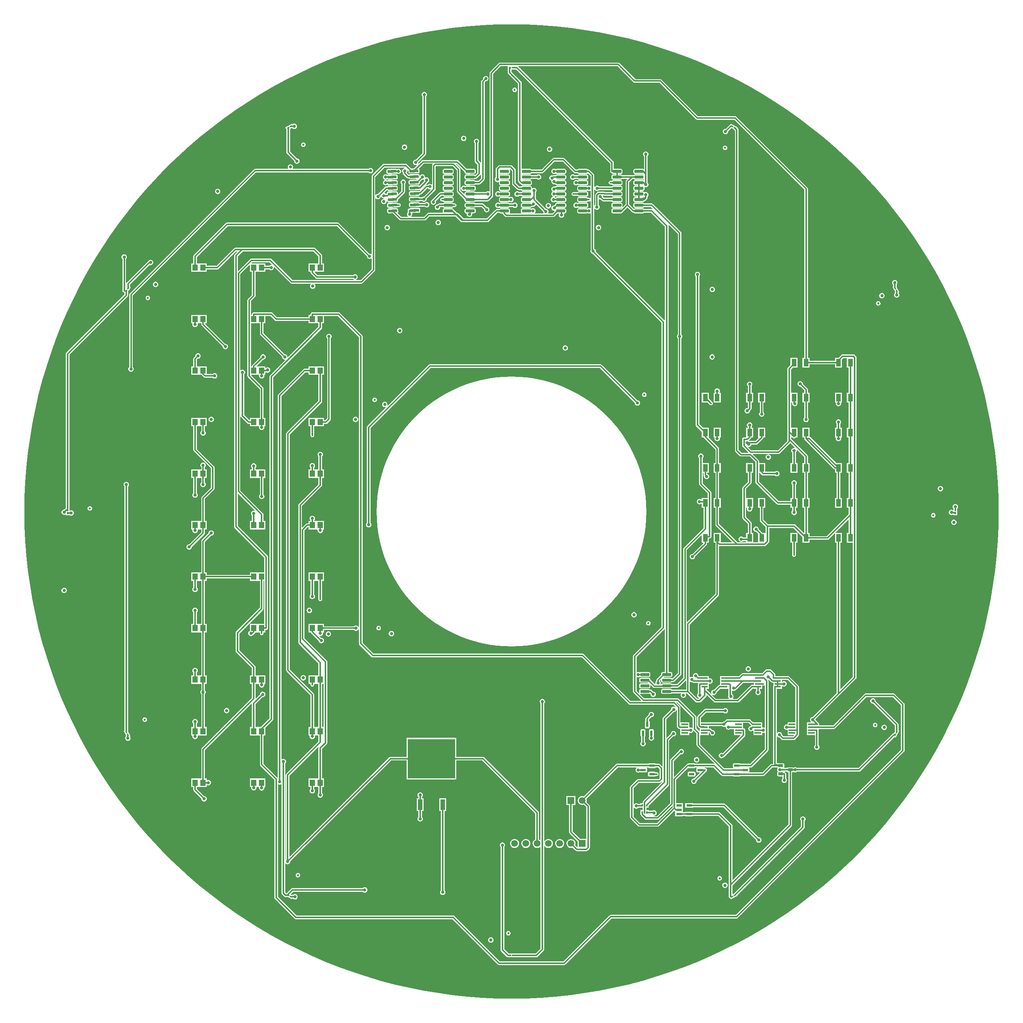
<source format=gbr>
%TF.GenerationSoftware,Altium Limited,Altium Designer,20.2.3 (150)*%
G04 Layer_Physical_Order=1*
G04 Layer_Color=255*
%FSLAX45Y45*%
%MOMM*%
%TF.SameCoordinates,D065702F-5D7C-4ECE-B493-19553C93D9E3*%
%TF.FilePolarity,Positive*%
%TF.FileFunction,Copper,L1,Top,Signal*%
%TF.Part,Single*%
G01*
G75*
%TA.AperFunction,SMDPad,CuDef*%
%ADD10R,0.32000X0.56000*%
G04:AMPARAMS|DCode=11|XSize=1.97mm|YSize=0.6mm|CornerRadius=0.075mm|HoleSize=0mm|Usage=FLASHONLY|Rotation=180.000|XOffset=0mm|YOffset=0mm|HoleType=Round|Shape=RoundedRectangle|*
%AMROUNDEDRECTD11*
21,1,1.97000,0.45000,0,0,180.0*
21,1,1.82000,0.60000,0,0,180.0*
1,1,0.15000,-0.91000,0.22500*
1,1,0.15000,0.91000,0.22500*
1,1,0.15000,0.91000,-0.22500*
1,1,0.15000,-0.91000,-0.22500*
%
%ADD11ROUNDEDRECTD11*%
%ADD12R,1.27000X0.55880*%
%ADD13R,1.49860X0.43180*%
%ADD14R,1.39700X0.43180*%
G04:AMPARAMS|DCode=15|XSize=1.26mm|YSize=0.59mm|CornerRadius=0.07375mm|HoleSize=0mm|Usage=FLASHONLY|Rotation=0.000|XOffset=0mm|YOffset=0mm|HoleType=Round|Shape=RoundedRectangle|*
%AMROUNDEDRECTD15*
21,1,1.26000,0.44250,0,0,0.0*
21,1,1.11250,0.59000,0,0,0.0*
1,1,0.14750,0.55625,-0.22125*
1,1,0.14750,-0.55625,-0.22125*
1,1,0.14750,-0.55625,0.22125*
1,1,0.14750,0.55625,0.22125*
%
%ADD15ROUNDEDRECTD15*%
G04:AMPARAMS|DCode=16|XSize=1.26mm|YSize=0.59mm|CornerRadius=0.07375mm|HoleSize=0mm|Usage=FLASHONLY|Rotation=90.000|XOffset=0mm|YOffset=0mm|HoleType=Round|Shape=RoundedRectangle|*
%AMROUNDEDRECTD16*
21,1,1.26000,0.44250,0,0,90.0*
21,1,1.11250,0.59000,0,0,90.0*
1,1,0.14750,0.22125,0.55625*
1,1,0.14750,0.22125,-0.55625*
1,1,0.14750,-0.22125,-0.55625*
1,1,0.14750,-0.22125,0.55625*
%
%ADD16ROUNDEDRECTD16*%
G04:AMPARAMS|DCode=17|XSize=1.09mm|YSize=0.61mm|CornerRadius=0.07625mm|HoleSize=0mm|Usage=FLASHONLY|Rotation=0.000|XOffset=0mm|YOffset=0mm|HoleType=Round|Shape=RoundedRectangle|*
%AMROUNDEDRECTD17*
21,1,1.09000,0.45750,0,0,0.0*
21,1,0.93750,0.61000,0,0,0.0*
1,1,0.15250,0.46875,-0.22875*
1,1,0.15250,-0.46875,-0.22875*
1,1,0.15250,-0.46875,0.22875*
1,1,0.15250,0.46875,0.22875*
%
%ADD17ROUNDEDRECTD17*%
%ADD18R,1.10000X1.70000*%
%ADD19R,1.20000X1.40000*%
G04:AMPARAMS|DCode=20|XSize=1.97mm|YSize=0.6mm|CornerRadius=0.075mm|HoleSize=0mm|Usage=FLASHONLY|Rotation=180.044|XOffset=0mm|YOffset=0mm|HoleType=Round|Shape=RoundedRectangle|*
%AMROUNDEDRECTD20*
21,1,1.97000,0.45000,0,0,180.0*
21,1,1.82000,0.60000,0,0,180.0*
1,1,0.15000,-0.91017,0.22430*
1,1,0.15000,0.90983,0.22570*
1,1,0.15000,0.91017,-0.22430*
1,1,0.15000,-0.90983,-0.22570*
%
%ADD20ROUNDEDRECTD20*%
%ADD21R,1.05000X2.40000*%
%ADD22R,10.65000X8.90000*%
G04:AMPARAMS|DCode=23|XSize=1.97mm|YSize=0.6mm|CornerRadius=0.075mm|HoleSize=0mm|Usage=FLASHONLY|Rotation=181.033|XOffset=0mm|YOffset=0mm|HoleType=Round|Shape=RoundedRectangle|*
%AMROUNDEDRECTD23*
21,1,1.97000,0.45000,0,0,181.0*
21,1,1.82000,0.60000,0,0,181.0*
1,1,0.15000,-0.91391,0.20856*
1,1,0.15000,0.90580,0.24136*
1,1,0.15000,0.91391,-0.20856*
1,1,0.15000,-0.90580,-0.24136*
%
%ADD23ROUNDEDRECTD23*%
G04:AMPARAMS|DCode=24|XSize=0.3mm|YSize=0.5mm|CornerRadius=0mm|HoleSize=0mm|Usage=FLASHONLY|Rotation=179.227|XOffset=0mm|YOffset=0mm|HoleType=Round|Shape=Rectangle|*
%AMROTATEDRECTD24*
4,1,4,0.15336,0.24795,0.14661,-0.25200,-0.15336,-0.24795,-0.14661,0.25200,0.15336,0.24795,0.0*
%
%ADD24ROTATEDRECTD24*%

%ADD25R,0.50000X0.30000*%
G04:AMPARAMS|DCode=26|XSize=0.3mm|YSize=0.5mm|CornerRadius=0mm|HoleSize=0mm|Usage=FLASHONLY|Rotation=239.828|XOffset=0mm|YOffset=0mm|HoleType=Round|Shape=Rectangle|*
%AMROTATEDRECTD26*
4,1,4,-0.14074,0.25533,0.29152,0.00403,0.14074,-0.25533,-0.29152,-0.00403,-0.14074,0.25533,0.0*
%
%ADD26ROTATEDRECTD26*%

G04:AMPARAMS|DCode=27|XSize=0.3mm|YSize=0.5mm|CornerRadius=0mm|HoleSize=0mm|Usage=FLASHONLY|Rotation=300.000|XOffset=0mm|YOffset=0mm|HoleType=Round|Shape=Rectangle|*
%AMROTATEDRECTD27*
4,1,4,-0.29151,0.00490,0.14151,0.25490,0.29151,-0.00490,-0.14151,-0.25490,-0.29151,0.00490,0.0*
%
%ADD27ROTATEDRECTD27*%

G04:AMPARAMS|DCode=28|XSize=0.3mm|YSize=0.5mm|CornerRadius=0mm|HoleSize=0mm|Usage=FLASHONLY|Rotation=143.067|XOffset=0mm|YOffset=0mm|HoleType=Round|Shape=Rectangle|*
%AMROTATEDRECTD28*
4,1,4,0.27012,0.10970,-0.03032,-0.28997,-0.27012,-0.10970,0.03032,0.28997,0.27012,0.10970,0.0*
%
%ADD28ROTATEDRECTD28*%

G04:AMPARAMS|DCode=29|XSize=0.3mm|YSize=0.5mm|CornerRadius=0mm|HoleSize=0mm|Usage=FLASHONLY|Rotation=0.225|XOffset=0mm|YOffset=0mm|HoleType=Round|Shape=Rectangle|*
%AMROTATEDRECTD29*
4,1,4,-0.14902,-0.25059,-0.15098,0.24941,0.14902,0.25059,0.15098,-0.24941,-0.14902,-0.25059,0.0*
%
%ADD29ROTATEDRECTD29*%

G04:AMPARAMS|DCode=30|XSize=0.3mm|YSize=0.5mm|CornerRadius=0mm|HoleSize=0mm|Usage=FLASHONLY|Rotation=29.737|XOffset=0mm|YOffset=0mm|HoleType=Round|Shape=Rectangle|*
%AMROTATEDRECTD30*
4,1,4,-0.00624,-0.29148,-0.25425,0.14267,0.00624,0.29148,0.25425,-0.14267,-0.00624,-0.29148,0.0*
%
%ADD30ROTATEDRECTD30*%

G04:AMPARAMS|DCode=31|XSize=0.3mm|YSize=0.5mm|CornerRadius=0mm|HoleSize=0mm|Usage=FLASHONLY|Rotation=150.000|XOffset=0mm|YOffset=0mm|HoleType=Round|Shape=Rectangle|*
%AMROTATEDRECTD31*
4,1,4,0.25490,0.14151,0.00490,-0.29151,-0.25490,-0.14151,-0.00490,0.29151,0.25490,0.14151,0.0*
%
%ADD31ROTATEDRECTD31*%

%TA.AperFunction,Conductor*%
%ADD32C,0.30000*%
%TA.AperFunction,ComponentPad*%
%ADD33R,1.50000X1.50000*%
%ADD34C,1.50000*%
%ADD35C,0.50000*%
%TA.AperFunction,ViaPad*%
%ADD36C,0.70000*%
G36*
X11331459Y21969341D02*
X11662615Y21954324D01*
X11993166Y21929314D01*
X12322812Y21894331D01*
X12651250Y21849408D01*
X12978181Y21794586D01*
X13303308Y21729913D01*
X13626334Y21655452D01*
X13946962Y21571268D01*
X14264902Y21477438D01*
X14579863Y21374048D01*
X14891557Y21261192D01*
X15199701Y21138974D01*
X15504013Y21007504D01*
X15804214Y20866905D01*
X16100034Y20717302D01*
X16391199Y20558832D01*
X16677444Y20391641D01*
X16958511Y20215880D01*
X17234140Y20031711D01*
X17504082Y19839301D01*
X17768086Y19638824D01*
X18025919Y19430467D01*
X18277338Y19214417D01*
X18522118Y18990872D01*
X18760036Y18760036D01*
X18990872Y18522118D01*
X19214417Y18277338D01*
X19430467Y18025919D01*
X19638824Y17768086D01*
X19839301Y17504082D01*
X20031711Y17234140D01*
X20215880Y16958511D01*
X20391641Y16677444D01*
X20558832Y16391199D01*
X20717302Y16100034D01*
X20866905Y15804214D01*
X21007504Y15504013D01*
X21138974Y15199701D01*
X21261192Y14891557D01*
X21374048Y14579863D01*
X21477438Y14264902D01*
X21571268Y13946962D01*
X21655452Y13626334D01*
X21729913Y13303308D01*
X21794586Y12978181D01*
X21849408Y12651250D01*
X21894331Y12322812D01*
X21929314Y11993166D01*
X21954324Y11662615D01*
X21969341Y11331459D01*
X21974347Y11000000D01*
X21969341Y10668542D01*
X21954324Y10337385D01*
X21929314Y10006834D01*
X21894331Y9677189D01*
X21849408Y9348750D01*
X21794586Y9021819D01*
X21729913Y8696692D01*
X21655452Y8373667D01*
X21571268Y8053038D01*
X21477438Y7735098D01*
X21374048Y7420138D01*
X21261192Y7108443D01*
X21138974Y6800299D01*
X21007504Y6495988D01*
X20866905Y6195785D01*
X20717302Y5899967D01*
X20558832Y5608802D01*
X20391641Y5322556D01*
X20215880Y5041490D01*
X20031711Y4765860D01*
X19839301Y4495920D01*
X19638824Y4231913D01*
X19430467Y3974082D01*
X19214417Y3722662D01*
X18990872Y3477882D01*
X18760036Y3239965D01*
X18522118Y3009129D01*
X18277338Y2785583D01*
X18025919Y2569533D01*
X17768086Y2361176D01*
X17504082Y2160700D01*
X17234140Y1968290D01*
X16958511Y1784120D01*
X16677444Y1608359D01*
X16391199Y1441168D01*
X16100034Y1282698D01*
X15804214Y1133095D01*
X15504013Y992495D01*
X15199701Y861026D01*
X14891557Y738808D01*
X14579863Y625952D01*
X14264902Y522562D01*
X13946962Y428732D01*
X13626334Y344548D01*
X13303308Y270086D01*
X12978181Y205414D01*
X12651250Y150592D01*
X12322812Y105669D01*
X11993166Y70686D01*
X11662615Y45675D01*
X11331459Y30660D01*
X11000000Y25653D01*
X10668542Y30660D01*
X10337385Y45675D01*
X10006834Y70686D01*
X9677189Y105669D01*
X9348750Y150592D01*
X9021819Y205414D01*
X8696692Y270086D01*
X8373667Y344548D01*
X8053038Y428732D01*
X7735098Y522562D01*
X7420138Y625952D01*
X7108443Y738808D01*
X6800299Y861026D01*
X6495988Y992495D01*
X6195785Y1133095D01*
X5899967Y1282698D01*
X5608802Y1441168D01*
X5322556Y1608359D01*
X5041490Y1784120D01*
X4765860Y1968290D01*
X4495920Y2160700D01*
X4231913Y2361176D01*
X3974082Y2569533D01*
X3722662Y2785583D01*
X3477882Y3009129D01*
X3239965Y3239965D01*
X3009129Y3477882D01*
X2785583Y3722662D01*
X2569533Y3974082D01*
X2361176Y4231913D01*
X2160700Y4495920D01*
X1968290Y4765860D01*
X1784120Y5041490D01*
X1608359Y5322556D01*
X1441168Y5608802D01*
X1282698Y5899967D01*
X1133095Y6195785D01*
X992495Y6495988D01*
X861026Y6800299D01*
X738808Y7108443D01*
X625952Y7420138D01*
X522562Y7735098D01*
X428732Y8053038D01*
X344548Y8373667D01*
X270086Y8696692D01*
X205414Y9021819D01*
X150592Y9348750D01*
X105669Y9677189D01*
X70686Y10006834D01*
X45675Y10337385D01*
X30660Y10668542D01*
X25653Y11000000D01*
X30660Y11331459D01*
X45675Y11662615D01*
X70686Y11993166D01*
X105669Y12322812D01*
X150592Y12651250D01*
X205414Y12978181D01*
X270086Y13303308D01*
X344548Y13626334D01*
X428732Y13946962D01*
X522562Y14264902D01*
X625952Y14579863D01*
X738808Y14891557D01*
X861026Y15199701D01*
X992495Y15504013D01*
X1133095Y15804214D01*
X1282698Y16100034D01*
X1441168Y16391199D01*
X1608359Y16677444D01*
X1784120Y16958511D01*
X1968290Y17234140D01*
X2160700Y17504082D01*
X2361176Y17768086D01*
X2569533Y18025919D01*
X2785583Y18277338D01*
X3009129Y18522118D01*
X3239965Y18760036D01*
X3477882Y18990872D01*
X3722662Y19214417D01*
X3974082Y19430467D01*
X4231913Y19638824D01*
X4495920Y19839301D01*
X4765860Y20031711D01*
X5041490Y20215880D01*
X5322556Y20391641D01*
X5608802Y20558832D01*
X5899967Y20717302D01*
X6195785Y20866905D01*
X6495988Y21007504D01*
X6800299Y21138974D01*
X7108443Y21261192D01*
X7420138Y21374048D01*
X7735098Y21477438D01*
X8053038Y21571268D01*
X8373667Y21655452D01*
X8696692Y21729913D01*
X9021819Y21794586D01*
X9348750Y21849408D01*
X9677189Y21894331D01*
X10006834Y21929314D01*
X10337385Y21954324D01*
X10668542Y21969341D01*
X11000000Y21974347D01*
X11331459Y21969341D01*
D02*
G37*
%LPC*%
G36*
X10421650Y20813275D02*
X10398240Y20808620D01*
X10378393Y20795357D01*
X10365132Y20775511D01*
X10360475Y20752100D01*
X10361055Y20749182D01*
X10326927Y20715053D01*
X10318086Y20701822D01*
X10314982Y20686215D01*
X10314982Y20686214D01*
Y18868658D01*
X10304641Y18864676D01*
X10302282Y18864531D01*
X10251744Y18915070D01*
Y19290652D01*
X10254217Y19292305D01*
X10267479Y19312151D01*
X10272135Y19335562D01*
X10267479Y19358974D01*
X10254217Y19378819D01*
X10234371Y19392081D01*
X10210960Y19396738D01*
X10187549Y19392081D01*
X10167703Y19378819D01*
X10154441Y19358974D01*
X10149785Y19335562D01*
X10154441Y19312151D01*
X10167703Y19292305D01*
X10170177Y19290652D01*
Y18898178D01*
X10170176Y18898177D01*
X10173281Y18882568D01*
X10182122Y18869337D01*
X10233212Y18818248D01*
Y18631303D01*
X10183755Y18581847D01*
X10182981Y18581923D01*
X10172225Y18589098D01*
X10159543Y18591611D01*
X9977543Y18591470D01*
X9964864Y18588939D01*
X9954119Y18581747D01*
X9946944Y18570992D01*
X9944431Y18558308D01*
X9944466Y18513309D01*
X9946998Y18500630D01*
X9954190Y18489885D01*
X9964946Y18482710D01*
X9977628Y18480197D01*
X10159628Y18480338D01*
X10172307Y18482869D01*
X10183052Y18490060D01*
X10186427Y18495120D01*
X10195488D01*
X10195489Y18495120D01*
X10211096Y18498225D01*
X10224327Y18507066D01*
X10302282Y18585020D01*
X10304643Y18584875D01*
X10314982Y18580893D01*
Y18507161D01*
X10257513Y18449693D01*
X10186587D01*
X10183083Y18454929D01*
X10172327Y18462103D01*
X10159644Y18464616D01*
X9977645Y18464476D01*
X9964966Y18461945D01*
X9954221Y18454752D01*
X9947046Y18443996D01*
X9944533Y18431314D01*
X9944568Y18386314D01*
X9947100Y18373634D01*
X9954291Y18362891D01*
X9965047Y18355714D01*
X9977730Y18353203D01*
X10159729Y18353342D01*
X10172408Y18355875D01*
X10183153Y18363066D01*
X10186529Y18368126D01*
X10274405D01*
X10274407Y18368124D01*
X10290014Y18371230D01*
X10303245Y18380070D01*
X10384603Y18461429D01*
X10384604Y18461429D01*
X10393445Y18474661D01*
X10396549Y18490268D01*
X10396549Y18490269D01*
Y20669321D01*
X10418732Y20691505D01*
X10421650Y20690924D01*
X10445061Y20695581D01*
X10464908Y20708842D01*
X10478169Y20728690D01*
X10482826Y20752100D01*
X10478169Y20775511D01*
X10464908Y20795357D01*
X10445061Y20808620D01*
X10421650Y20813275D01*
D02*
G37*
G36*
X6106160Y19738931D02*
X6082749Y19734274D01*
X6070748Y19726254D01*
X6058379Y19729140D01*
X6053612Y19737396D01*
X6016030Y19715698D01*
X6014703Y19715434D01*
X6009176Y19711742D01*
X5992990Y19702396D01*
X5992987Y19702402D01*
X5955405Y19680704D01*
X5954079Y19680440D01*
X5948552Y19676746D01*
X5906385Y19652402D01*
X5928902Y19613399D01*
Y19089955D01*
X5928902Y19089954D01*
X5932007Y19074347D01*
X5940847Y19061116D01*
X6103985Y18897978D01*
X6103405Y18895061D01*
X6108061Y18871649D01*
X6121323Y18851804D01*
X6141169Y18838541D01*
X6164580Y18833885D01*
X6187991Y18838541D01*
X6207837Y18851804D01*
X6221099Y18871649D01*
X6225755Y18895061D01*
X6221099Y18918471D01*
X6207837Y18938316D01*
X6187991Y18951579D01*
X6164580Y18956235D01*
X6161662Y18955655D01*
X6010469Y19106847D01*
Y19620113D01*
X6039671Y19636972D01*
X6061249D01*
X6062903Y19634499D01*
X6082749Y19621237D01*
X6106160Y19616582D01*
X6129571Y19621237D01*
X6149417Y19634499D01*
X6162679Y19654346D01*
X6167335Y19677756D01*
X6162679Y19701167D01*
X6149417Y19721013D01*
X6129571Y19734274D01*
X6106160Y19738931D01*
D02*
G37*
G36*
X9922556Y19466859D02*
X9899145Y19462202D01*
X9879298Y19448941D01*
X9866037Y19429094D01*
X9861380Y19405682D01*
X9866037Y19382272D01*
X9879298Y19362427D01*
X9899145Y19349165D01*
X9922556Y19344508D01*
X9945967Y19349165D01*
X9965813Y19362427D01*
X9979075Y19382272D01*
X9983731Y19405682D01*
X9979075Y19429094D01*
X9965813Y19448941D01*
X9945967Y19462202D01*
X9922556Y19466859D01*
D02*
G37*
G36*
X6311453Y19313577D02*
X6308194Y19312929D01*
X6304878Y19313152D01*
X6298522Y19311006D01*
X6291944Y19309697D01*
X6289181Y19307851D01*
X6286032Y19306789D01*
X6280982Y19302373D01*
X6275405Y19298647D01*
X6273559Y19295883D01*
X6271057Y19293697D01*
X6268081Y19287685D01*
X6264354Y19282108D01*
X6263706Y19278848D01*
X6262231Y19275870D01*
X6261782Y19269177D01*
X6260473Y19262598D01*
X6261122Y19259338D01*
X6260899Y19256023D01*
X6263045Y19249667D01*
X6264354Y19243089D01*
X6266200Y19240327D01*
X6267263Y19237177D01*
X6271679Y19232127D01*
X6275405Y19226550D01*
X6278168Y19224704D01*
X6280355Y19222202D01*
X6286366Y19219226D01*
X6291944Y19215498D01*
X6295203Y19214851D01*
X6298181Y19213376D01*
X6304874Y19212927D01*
X6311453Y19211618D01*
X6314712Y19212267D01*
X6318028Y19212044D01*
X6324384Y19214191D01*
X6330962Y19215498D01*
X6333724Y19217345D01*
X6336874Y19218408D01*
X6341924Y19222824D01*
X6347501Y19226550D01*
X6349347Y19229314D01*
X6351849Y19231500D01*
X6354825Y19237511D01*
X6358552Y19243089D01*
X6359200Y19246349D01*
X6360675Y19249326D01*
X6361124Y19256020D01*
X6362433Y19262598D01*
X6361784Y19265857D01*
X6362007Y19269173D01*
X6359861Y19275529D01*
X6358552Y19282108D01*
X6356706Y19284869D01*
X6355643Y19288019D01*
X6351227Y19293069D01*
X6347501Y19298647D01*
X6344738Y19300491D01*
X6342551Y19302994D01*
X6336540Y19305969D01*
X6330962Y19309697D01*
X6327703Y19310345D01*
X6324725Y19311819D01*
X6318032Y19312270D01*
X6311453Y19313577D01*
D02*
G37*
G36*
X8591177Y19268907D02*
X8567766Y19264250D01*
X8547919Y19250989D01*
X8534658Y19231142D01*
X8530001Y19207732D01*
X8534658Y19184322D01*
X8547919Y19164474D01*
X8567766Y19151213D01*
X8591177Y19146556D01*
X8614588Y19151213D01*
X8634434Y19164474D01*
X8647695Y19184322D01*
X8652352Y19207732D01*
X8647695Y19231142D01*
X8634434Y19250989D01*
X8614588Y19264250D01*
X8591177Y19268907D01*
D02*
G37*
G36*
X6019800Y18821616D02*
X5996389Y18816959D01*
X5976543Y18803697D01*
X5963281Y18783852D01*
X5958625Y18760440D01*
X5963281Y18737029D01*
X5966884Y18731638D01*
X5960897Y18720436D01*
X5225501D01*
X5209894Y18717332D01*
X5196663Y18708492D01*
X5196662Y18708490D01*
X2399155Y15910983D01*
X2390314Y15897752D01*
X2387210Y15882146D01*
X2387210Y15882144D01*
Y14253481D01*
X2384736Y14251826D01*
X2371475Y14231979D01*
X2366818Y14208569D01*
X2371475Y14185159D01*
X2384736Y14165312D01*
X2404583Y14152051D01*
X2427994Y14147394D01*
X2451405Y14152051D01*
X2471251Y14165312D01*
X2484512Y14185159D01*
X2489169Y14208569D01*
X2484512Y14231979D01*
X2471251Y14251826D01*
X2468777Y14253481D01*
Y15865253D01*
X5242394Y18638869D01*
X7781609D01*
X7783262Y18636395D01*
X7803109Y18623134D01*
X7826520Y18618477D01*
X7849931Y18623134D01*
X7869777Y18636395D01*
X7883039Y18656242D01*
X7887695Y18679652D01*
X7883039Y18703064D01*
X7869777Y18722910D01*
X7849931Y18736172D01*
X7826520Y18740828D01*
X7803109Y18736172D01*
X7783262Y18722910D01*
X7781609Y18720436D01*
X6078703D01*
X6072716Y18731638D01*
X6076319Y18737029D01*
X6080975Y18760440D01*
X6076319Y18783852D01*
X6063057Y18803697D01*
X6043211Y18816959D01*
X6019800Y18821616D01*
D02*
G37*
G36*
X13404974Y21112624D02*
X13404973Y21112624D01*
X10741660D01*
X10726053Y21109518D01*
X10712822Y21100677D01*
X10712821Y21100677D01*
X10517242Y20905098D01*
X10508401Y20891867D01*
X10505296Y20876260D01*
X10505296Y20876259D01*
Y18216356D01*
X10494096Y18210368D01*
X10492519Y18211423D01*
X10469108Y18216080D01*
X10445697Y18211423D01*
X10425850Y18198161D01*
X10424197Y18195688D01*
X10186780D01*
X10183276Y18200923D01*
X10172520Y18208098D01*
X10159837Y18210611D01*
X9977838Y18210471D01*
X9965159Y18207939D01*
X9954414Y18200748D01*
X9947239Y18189992D01*
X9944726Y18177309D01*
X9944741Y18157915D01*
X9933010Y18153049D01*
X9850264Y18235796D01*
Y18272694D01*
X9862964Y18273944D01*
X9866037Y18258493D01*
X9879298Y18238647D01*
X9899145Y18225385D01*
X9922556Y18220729D01*
X9945967Y18225385D01*
X9958037Y18233450D01*
X9965144Y18228709D01*
X9977826Y18226196D01*
X10159826Y18226337D01*
X10172505Y18228870D01*
X10183250Y18236061D01*
X10190425Y18246817D01*
X10192937Y18259499D01*
X10192903Y18304498D01*
X10190371Y18317178D01*
X10183179Y18327924D01*
X10172423Y18335098D01*
X10159741Y18337611D01*
X9977741Y18337471D01*
X9965062Y18334940D01*
X9958127Y18330296D01*
X9945967Y18338423D01*
X9922556Y18343079D01*
X9899145Y18338423D01*
X9879298Y18325162D01*
X9866037Y18305315D01*
X9862964Y18289864D01*
X9850264Y18291113D01*
Y18704559D01*
X9847159Y18720168D01*
X9838318Y18733398D01*
X9838318Y18733398D01*
X9752591Y18819125D01*
X9757121Y18832556D01*
X9763156Y18833376D01*
X9944360Y18652170D01*
X9944369Y18640309D01*
X9946902Y18627631D01*
X9954093Y18616885D01*
X9964849Y18609711D01*
X9977532Y18607198D01*
X10159531Y18607336D01*
X10172210Y18609869D01*
X10182955Y18617061D01*
X10190130Y18627817D01*
X10192643Y18640498D01*
X10192608Y18685500D01*
X10190076Y18698178D01*
X10182885Y18708923D01*
X10172129Y18716098D01*
X10159446Y18718611D01*
X9993401Y18718483D01*
X9805375Y18906509D01*
X9792143Y18915350D01*
X9776536Y18918456D01*
X9776535Y18918456D01*
X9006775D01*
X9006774Y18918456D01*
X8991167Y18915350D01*
X8977936Y18906509D01*
X8911315Y18839890D01*
X8899610Y18846146D01*
X8903345Y18864920D01*
X8902764Y18867839D01*
X9064632Y19029706D01*
X9073473Y19042937D01*
X9076577Y19058545D01*
X9076577Y19058546D01*
Y20347556D01*
X9079051Y20349210D01*
X9092312Y20369055D01*
X9096969Y20392467D01*
X9092312Y20415877D01*
X9079051Y20435724D01*
X9059204Y20448985D01*
X9035793Y20453642D01*
X9012383Y20448985D01*
X8992536Y20435724D01*
X8979275Y20415877D01*
X8974618Y20392467D01*
X8979275Y20369055D01*
X8992536Y20349210D01*
X8995010Y20347556D01*
Y19075438D01*
X8845087Y18925516D01*
X8842169Y18926096D01*
X8818758Y18921439D01*
X8798912Y18908179D01*
X8785650Y18888332D01*
X8780994Y18864920D01*
X8785650Y18841508D01*
X8798912Y18821663D01*
X8818758Y18808401D01*
X8842169Y18803745D01*
X8860945Y18807480D01*
X8867201Y18795775D01*
X8800200Y18728773D01*
X8739143Y18727673D01*
X8647058Y18819759D01*
X8633827Y18828600D01*
X8618220Y18831705D01*
X8618219Y18831705D01*
X8128000D01*
X8112393Y18828600D01*
X8099162Y18819759D01*
X7861146Y18581743D01*
X7852305Y18568512D01*
X7849200Y18552904D01*
X7849201Y18552904D01*
Y16807652D01*
X7836501Y16800864D01*
X7827045Y16807181D01*
X7803634Y16811838D01*
X7800716Y16811256D01*
X7115436Y17496538D01*
X7102205Y17505379D01*
X7086597Y17508482D01*
X7086596Y17508482D01*
X4588793D01*
X4588792Y17508482D01*
X4573185Y17505379D01*
X4559954Y17496538D01*
X4559953Y17496536D01*
X3843381Y16779967D01*
X3834541Y16766734D01*
X3831436Y16751128D01*
X3831436Y16751126D01*
Y16589049D01*
X3787220D01*
Y16399049D01*
X3957219D01*
Y16399048D01*
X3967220Y16399043D01*
Y16399043D01*
X4137219D01*
Y16453259D01*
X4373162D01*
X4373164Y16453259D01*
X4388771Y16456364D01*
X4402002Y16465205D01*
X4794633Y16857835D01*
X4812546D01*
X4817406Y16846103D01*
X4764142Y16792838D01*
X4755301Y16779607D01*
X4752196Y16764000D01*
X4752196Y16763998D01*
Y10660381D01*
X4752196Y10660380D01*
X4755301Y10644773D01*
X4764142Y10631542D01*
X5432916Y9962767D01*
Y9627127D01*
X5290242D01*
X5287542Y9627127D01*
X5277542D01*
X5274842Y9627127D01*
X5107542D01*
Y9572911D01*
X4137219D01*
Y9627127D01*
X4093003D01*
Y10316746D01*
X4231262Y10455005D01*
X4234180Y10454425D01*
X4257591Y10459081D01*
X4277437Y10472343D01*
X4290699Y10492189D01*
X4295355Y10515600D01*
X4290699Y10539011D01*
X4277437Y10558857D01*
X4257591Y10572119D01*
X4234180Y10576775D01*
X4210769Y10572119D01*
X4190923Y10558857D01*
X4177661Y10539011D01*
X4173005Y10515600D01*
X4173585Y10512682D01*
X4023381Y10362478D01*
X4014540Y10349247D01*
X4011436Y10333639D01*
X4011436Y10333638D01*
Y9627127D01*
X3969920D01*
X3967220Y9627127D01*
X3957220D01*
X3954519Y9627127D01*
X3787220D01*
Y9437127D01*
X3831436D01*
Y9290511D01*
X3828962Y9288857D01*
X3815701Y9269011D01*
X3811044Y9245600D01*
X3815701Y9222189D01*
X3828962Y9202343D01*
X3848809Y9189081D01*
X3872220Y9184425D01*
X3895631Y9189081D01*
X3915477Y9202343D01*
X3928739Y9222189D01*
X3933395Y9245600D01*
X3928739Y9269011D01*
X3915477Y9288857D01*
X3913003Y9290511D01*
Y9437127D01*
X3954519D01*
X3957220Y9437127D01*
X3967220D01*
X3969920Y9437127D01*
X4011436D01*
Y8466804D01*
X3969920D01*
X3967220Y8466805D01*
X3957220D01*
X3954519Y8466804D01*
X3913003D01*
Y8728249D01*
X3915477Y8729903D01*
X3928739Y8749749D01*
X3933395Y8773160D01*
X3928739Y8796571D01*
X3915477Y8816417D01*
X3895631Y8829679D01*
X3872220Y8834335D01*
X3848809Y8829679D01*
X3828962Y8816417D01*
X3815701Y8796571D01*
X3811044Y8773160D01*
X3815701Y8749749D01*
X3828962Y8729903D01*
X3831436Y8728249D01*
Y8466804D01*
X3787220D01*
Y8276805D01*
X3954519D01*
X3957220Y8276804D01*
X3967220D01*
X3969920Y8276805D01*
X4011436D01*
Y7306487D01*
X3969920D01*
X3967220Y7306487D01*
X3957220D01*
X3954519Y7306487D01*
X3913003D01*
Y7375710D01*
X3915477Y7377363D01*
X3928739Y7397209D01*
X3933395Y7420620D01*
X3928739Y7444031D01*
X3915477Y7463878D01*
X3895631Y7477139D01*
X3872220Y7481796D01*
X3848809Y7477139D01*
X3828962Y7463878D01*
X3815701Y7444031D01*
X3811044Y7420620D01*
X3815701Y7397209D01*
X3828962Y7377363D01*
X3831436Y7375710D01*
Y7306487D01*
X3787220D01*
Y7116487D01*
X3954519D01*
X3957220Y7116487D01*
X3967220D01*
X3969920Y7116487D01*
X4011436D01*
Y6976571D01*
X4008962Y6974917D01*
X3995701Y6955071D01*
X3991044Y6931660D01*
X3995701Y6908249D01*
X4008962Y6888403D01*
X4011436Y6886749D01*
Y6146164D01*
X3969920D01*
X3967220Y6146164D01*
X3957220D01*
X3954519Y6146164D01*
X3913003D01*
Y6221269D01*
X3915477Y6222923D01*
X3928739Y6242769D01*
X3933395Y6266180D01*
X3928739Y6289591D01*
X3915477Y6309437D01*
X3895631Y6322699D01*
X3872220Y6327355D01*
X3848809Y6322699D01*
X3828962Y6309437D01*
X3815701Y6289591D01*
X3811044Y6266180D01*
X3815701Y6242769D01*
X3828962Y6222923D01*
X3831436Y6221269D01*
Y6146164D01*
X3787220D01*
Y5956164D01*
X3805551D01*
X3813608Y5946347D01*
X3811044Y5933460D01*
X3815701Y5910049D01*
X3828962Y5890203D01*
X3848809Y5876942D01*
X3872220Y5872285D01*
X3895631Y5876942D01*
X3915477Y5890203D01*
X3928739Y5910049D01*
X3933395Y5933460D01*
X3930832Y5946347D01*
X3938889Y5956164D01*
X3954519D01*
X3957220Y5956164D01*
X3967220D01*
X3969920Y5956164D01*
X4137219D01*
Y6146164D01*
X4093003D01*
Y6886749D01*
X4095477Y6888403D01*
X4108738Y6908249D01*
X4113395Y6931660D01*
X4108738Y6955071D01*
X4095477Y6974917D01*
X4093003Y6976571D01*
Y7116487D01*
X4137219D01*
Y7306487D01*
X4093003D01*
Y8276805D01*
X4137219D01*
Y8466804D01*
X4093003D01*
Y9437127D01*
X4137219D01*
Y9491344D01*
X5107542D01*
Y9437127D01*
X5274842D01*
X5277542Y9437127D01*
X5287542D01*
X5290242Y9437127D01*
X5331758D01*
Y8831135D01*
X4797162Y8296538D01*
X4788321Y8283307D01*
X4785216Y8267700D01*
X4785216Y8267699D01*
Y7861301D01*
X4785216Y7861300D01*
X4788321Y7845693D01*
X4797162Y7832462D01*
X5151759Y7477865D01*
Y7306487D01*
X5107542D01*
Y7116487D01*
X5151759D01*
Y6799475D01*
X4023381Y5671098D01*
X4014540Y5657867D01*
X4011436Y5642259D01*
X4011436Y5642258D01*
Y4985846D01*
X3969920D01*
X3967220Y4985846D01*
X3957220D01*
X3954519Y4985846D01*
X3787220D01*
Y4795846D01*
X3831436D01*
Y4730761D01*
X3831436Y4730760D01*
X3834541Y4715153D01*
X3843381Y4701922D01*
X4013565Y4531738D01*
X4012985Y4528820D01*
X4017641Y4505409D01*
X4030903Y4485563D01*
X4050749Y4472301D01*
X4074160Y4467645D01*
X4097571Y4472301D01*
X4117417Y4485563D01*
X4130679Y4505409D01*
X4135335Y4528820D01*
X4130679Y4552231D01*
X4117417Y4572077D01*
X4097571Y4585339D01*
X4074160Y4589995D01*
X4071242Y4589415D01*
X3913003Y4747653D01*
Y4795846D01*
X3954519D01*
X3957220Y4795846D01*
X3967220D01*
X3969920Y4795846D01*
X4137219D01*
Y4826425D01*
X4149920Y4833650D01*
X4169923Y4829671D01*
X4193334Y4834327D01*
X4213181Y4847589D01*
X4226442Y4867435D01*
X4231098Y4890846D01*
X4226442Y4914257D01*
X4213181Y4934104D01*
X4193334Y4947365D01*
X4169923Y4952022D01*
X4149920Y4948043D01*
X4137219Y4955267D01*
Y4985846D01*
X4093003D01*
Y5625366D01*
X5139059Y6671422D01*
X5151759Y6666162D01*
Y6146164D01*
X5107542D01*
Y5956164D01*
X5277542D01*
Y5956164D01*
X5287543D01*
Y5956164D01*
X5331758D01*
Y5300539D01*
X5331758Y5300538D01*
X5334863Y5284931D01*
X5343704Y5271700D01*
X5656436Y4958967D01*
Y2302697D01*
X5656436Y2302696D01*
X5659541Y2287088D01*
X5668382Y2273857D01*
X6112575Y1829664D01*
X6125806Y1820824D01*
X6141413Y1817719D01*
X6141414Y1817719D01*
X9666958D01*
X10690337Y794341D01*
X10690338Y794340D01*
X10703569Y785499D01*
X10719176Y782395D01*
X10719177Y782395D01*
X12186754D01*
X12186755Y782395D01*
X12202362Y785499D01*
X12215593Y794340D01*
X13252211Y1830958D01*
X16070340D01*
X16070341Y1830957D01*
X16085950Y1834062D01*
X16099181Y1842903D01*
X19843436Y5587160D01*
X19843437Y5587160D01*
X19852278Y5600391D01*
X19855382Y5615998D01*
X19855382Y5616000D01*
Y6654742D01*
X19852278Y6670349D01*
X19843437Y6683580D01*
X19640178Y6886838D01*
X19626947Y6895679D01*
X19611340Y6898784D01*
X19611339Y6898784D01*
X18976341D01*
X18976340Y6898784D01*
X18960733Y6895679D01*
X18947502Y6886838D01*
X18243903Y6183240D01*
X17938065D01*
X17929816Y6195940D01*
X17931807Y6205957D01*
X17928703Y6221564D01*
X17919862Y6234795D01*
X17919861Y6234796D01*
X17845676Y6308982D01*
X17846255Y6311900D01*
X17845676Y6314818D01*
X18395026Y6864168D01*
X18761337Y7230481D01*
X18761337Y7230482D01*
X18770180Y7243713D01*
X18773283Y7259320D01*
X18773283Y7259321D01*
Y14466570D01*
X18773283Y14466570D01*
X18770180Y14482178D01*
X18761337Y14495409D01*
X18761337Y14495409D01*
X18729588Y14527158D01*
X18716357Y14535999D01*
X18700751Y14539104D01*
X18700749Y14539104D01*
X18462701D01*
X18447095Y14535999D01*
X18433862Y14527158D01*
X18433862Y14527158D01*
X18373454Y14466750D01*
X18286182D01*
Y14397534D01*
X17715860D01*
Y14466750D01*
X17676643D01*
Y18269579D01*
X17676643Y18269580D01*
X17673540Y18285187D01*
X17664697Y18298418D01*
X16067082Y19896034D01*
X16053851Y19904877D01*
X16038243Y19907980D01*
X16038242Y19907980D01*
X15201140D01*
X14380943Y20728177D01*
X14367712Y20737018D01*
X14352106Y20740123D01*
X14352104Y20740121D01*
X13794368D01*
X13776096Y20758395D01*
X13776096Y20758395D01*
X13776096Y20758395D01*
X13433813Y21100677D01*
X13420583Y21109518D01*
X13417992Y21110034D01*
X13404974Y21112624D01*
D02*
G37*
G36*
X4381358Y18271581D02*
X4357947Y18266924D01*
X4338100Y18253664D01*
X4324839Y18233817D01*
X4320182Y18210406D01*
X4324839Y18186995D01*
X4338100Y18167148D01*
X4357947Y18153886D01*
X4381358Y18149229D01*
X4404769Y18153886D01*
X4424615Y18167148D01*
X4437877Y18186995D01*
X4442533Y18210406D01*
X4437877Y18233817D01*
X4424615Y18253664D01*
X4404769Y18266924D01*
X4381358Y18271581D01*
D02*
G37*
G36*
X2275840Y16792155D02*
X2252429Y16787498D01*
X2232583Y16774237D01*
X2219321Y16754391D01*
X2214665Y16730980D01*
X2219321Y16707568D01*
X2232583Y16687723D01*
X2235056Y16686069D01*
Y15970712D01*
X2238161Y15955106D01*
X2247002Y15941875D01*
X2260233Y15933034D01*
X2275840Y15929929D01*
X2278983D01*
Y15887560D01*
X971017Y14579594D01*
X962177Y14566364D01*
X959072Y14550755D01*
X959072Y14550754D01*
Y11072314D01*
X954673Y11071439D01*
X941442Y11062598D01*
X941441Y11062598D01*
X924938Y11046095D01*
X922020Y11046675D01*
X898609Y11042019D01*
X878763Y11028757D01*
X865501Y11008911D01*
X860845Y10985500D01*
X865501Y10962089D01*
X878763Y10942243D01*
X898609Y10928981D01*
X922020Y10924325D01*
X945431Y10928981D01*
X949078Y10931418D01*
X960290Y10925453D01*
X960332Y10914846D01*
X1040331Y10915160D01*
Y10915160D01*
X1044797Y10917558D01*
X1057598Y10909004D01*
X1081009Y10904348D01*
X1104420Y10909004D01*
X1124266Y10922265D01*
X1137528Y10942112D01*
X1142184Y10965523D01*
X1137528Y10988934D01*
X1124266Y11008780D01*
X1104420Y11022042D01*
X1081009Y11026698D01*
X1057598Y11022042D01*
X1052620Y11018716D01*
X1039894Y11025486D01*
X1039876Y11029923D01*
X1040639Y11033760D01*
Y11035000D01*
Y14533862D01*
X2348604Y15841827D01*
X2348605Y15841827D01*
X2357446Y15855058D01*
X2360551Y15870667D01*
X2360550Y15870668D01*
Y15958397D01*
X2381784Y15986644D01*
X2381783Y15986644D01*
X2389712Y15997192D01*
X2390668Y15997830D01*
X2394471Y16003523D01*
X2423847Y16042599D01*
X2402613Y16058562D01*
Y16110326D01*
X2845978Y16553691D01*
X2869000Y16549110D01*
X2892411Y16553767D01*
X2912258Y16567029D01*
X2925519Y16586876D01*
X2930175Y16610287D01*
X2925519Y16633698D01*
X2912258Y16653545D01*
X2892411Y16666806D01*
X2869000Y16671461D01*
X2845589Y16666806D01*
X2825743Y16653545D01*
X2816148Y16639185D01*
X2816058Y16639125D01*
X2332991Y16156058D01*
X2329324Y16150569D01*
X2316624Y16154422D01*
Y16686069D01*
X2319097Y16687723D01*
X2332359Y16707568D01*
X2337015Y16730980D01*
X2332359Y16754391D01*
X2319097Y16774237D01*
X2299251Y16787498D01*
X2275840Y16792155D01*
D02*
G37*
G36*
X2983149Y16177925D02*
X2959738Y16173268D01*
X2939891Y16160007D01*
X2926630Y16140161D01*
X2921973Y16116750D01*
X2926630Y16093340D01*
X2939891Y16073492D01*
X2959738Y16060231D01*
X2983149Y16055574D01*
X3006560Y16060231D01*
X3026406Y16073492D01*
X3039668Y16093340D01*
X3044324Y16116750D01*
X3039668Y16140161D01*
X3026406Y16160007D01*
X3006560Y16173268D01*
X2983149Y16177925D01*
D02*
G37*
G36*
X19634473Y16218115D02*
X19611063Y16213458D01*
X19591216Y16200197D01*
X19577954Y16180351D01*
X19573297Y16156940D01*
X19577954Y16133530D01*
X19591216Y16113683D01*
X19596976Y16109833D01*
Y16061613D01*
X19583119Y16053612D01*
X19598706Y16026614D01*
X19600081Y16019704D01*
X19608920Y16006471D01*
X19612267Y16003130D01*
X19633118Y15967010D01*
Y15967010D01*
X19633118Y15967009D01*
X19633119Y15967009D01*
X19636977Y15955682D01*
Y15924991D01*
X19634505Y15923337D01*
X19621242Y15903491D01*
X19616586Y15880080D01*
X19621242Y15856670D01*
X19634505Y15836823D01*
X19654350Y15823561D01*
X19677760Y15818906D01*
X19701172Y15823561D01*
X19721017Y15836823D01*
X19734280Y15856670D01*
X19738936Y15880080D01*
X19734280Y15903491D01*
X19721017Y15923337D01*
X19720198Y15923886D01*
X19720415Y15936581D01*
X19737402Y15946390D01*
X19715704Y15983972D01*
X19715440Y15985298D01*
X19711748Y15990825D01*
X19687402Y16032993D01*
X19687399Y16032991D01*
X19680704Y16044592D01*
X19680440Y16045918D01*
X19678543Y16048755D01*
Y16114899D01*
X19690993Y16133530D01*
X19695648Y16156940D01*
X19690993Y16180351D01*
X19677730Y16200197D01*
X19657884Y16213458D01*
X19634473Y16218115D01*
D02*
G37*
G36*
X19344627Y15924023D02*
X19321216Y15919366D01*
X19301370Y15906107D01*
X19288107Y15886259D01*
X19283452Y15862849D01*
X19288107Y15839438D01*
X19301370Y15819591D01*
X19321216Y15806329D01*
X19344627Y15801672D01*
X19368037Y15806329D01*
X19387885Y15819591D01*
X19401146Y15839438D01*
X19405803Y15862849D01*
X19401146Y15886259D01*
X19387885Y15906107D01*
X19368037Y15919366D01*
X19344627Y15924023D01*
D02*
G37*
G36*
X2808300Y15862328D02*
X2801798Y15861034D01*
X2795182Y15860609D01*
X2792128Y15859109D01*
X2788791Y15858447D01*
X2783279Y15854764D01*
X2777328Y15851840D01*
X2775081Y15849286D01*
X2772252Y15847395D01*
X2768570Y15841884D01*
X2764190Y15836906D01*
X2763092Y15833685D01*
X2761201Y15830856D01*
X2759908Y15824355D01*
X2757767Y15818080D01*
X2757984Y15814685D01*
X2757321Y15811348D01*
X2758614Y15804845D01*
X2759037Y15798228D01*
X2760538Y15795175D01*
X2761201Y15791840D01*
X2764884Y15786327D01*
X2767808Y15780376D01*
X2770362Y15778128D01*
X2772252Y15775301D01*
X2777764Y15771617D01*
X2782742Y15767236D01*
X2785962Y15766139D01*
X2788791Y15764249D01*
X2795294Y15762955D01*
X2801568Y15760815D01*
X2804963Y15761032D01*
X2808300Y15760368D01*
X2814803Y15761661D01*
X2821419Y15762085D01*
X2824472Y15763585D01*
X2827809Y15764249D01*
X2833321Y15767932D01*
X2839272Y15770856D01*
X2841520Y15773410D01*
X2844348Y15775301D01*
X2848031Y15780811D01*
X2852410Y15785789D01*
X2853509Y15789011D01*
X2855399Y15791840D01*
X2856693Y15798341D01*
X2858833Y15804614D01*
X2858616Y15808011D01*
X2859280Y15811348D01*
X2857986Y15817850D01*
X2857563Y15824466D01*
X2856063Y15827521D01*
X2855399Y15830856D01*
X2851716Y15836369D01*
X2848793Y15842320D01*
X2846238Y15844566D01*
X2844348Y15847395D01*
X2838836Y15851077D01*
X2833858Y15855458D01*
X2830638Y15856557D01*
X2827809Y15858447D01*
X2821307Y15859740D01*
X2815032Y15861880D01*
X2811637Y15861662D01*
X2808300Y15862328D01*
D02*
G37*
G36*
X19262785Y15739635D02*
X19259450Y15738971D01*
X19256055Y15739189D01*
X19249779Y15737048D01*
X19243277Y15735754D01*
X19240450Y15733865D01*
X19237228Y15732767D01*
X19232249Y15728386D01*
X19226738Y15724702D01*
X19224849Y15721877D01*
X19222295Y15719627D01*
X19219370Y15713676D01*
X19215688Y15708163D01*
X19215022Y15704828D01*
X19213522Y15701775D01*
X19213100Y15695158D01*
X19211806Y15688655D01*
X19212469Y15685320D01*
X19212253Y15681924D01*
X19214394Y15675648D01*
X19215688Y15669147D01*
X19217577Y15666318D01*
X19218675Y15663098D01*
X19223055Y15658119D01*
X19226738Y15652608D01*
X19229565Y15650719D01*
X19231813Y15648163D01*
X19237766Y15645239D01*
X19243277Y15641556D01*
X19246613Y15640894D01*
X19249667Y15639394D01*
X19256284Y15638969D01*
X19262785Y15637675D01*
X19266122Y15638341D01*
X19269518Y15638123D01*
X19275793Y15640263D01*
X19282295Y15641556D01*
X19285123Y15643446D01*
X19288342Y15644545D01*
X19293323Y15648924D01*
X19298834Y15652608D01*
X19300723Y15655435D01*
X19303278Y15657683D01*
X19306203Y15663634D01*
X19309885Y15669147D01*
X19310548Y15672482D01*
X19312048Y15675536D01*
X19312473Y15682153D01*
X19313766Y15688655D01*
X19313103Y15691992D01*
X19313319Y15695387D01*
X19311179Y15701662D01*
X19309885Y15708163D01*
X19307996Y15710992D01*
X19306897Y15714214D01*
X19302518Y15719193D01*
X19298834Y15724702D01*
X19296005Y15726593D01*
X19293759Y15729147D01*
X19287807Y15732071D01*
X19282295Y15735754D01*
X19278960Y15736418D01*
X19275905Y15737918D01*
X19269289Y15738342D01*
X19262785Y15739635D01*
D02*
G37*
G36*
X3967220Y15428726D02*
X3957220D01*
X3954519Y15428726D01*
X3787220D01*
Y15238725D01*
X3805328D01*
X3813385Y15228909D01*
X3811044Y15217140D01*
X3815701Y15193729D01*
X3828962Y15173883D01*
X3848809Y15160622D01*
X3872220Y15155965D01*
X3895631Y15160622D01*
X3915477Y15173883D01*
X3928739Y15193729D01*
X3933395Y15217140D01*
X3931054Y15228909D01*
X3939111Y15238725D01*
X3954519D01*
X3957220Y15238725D01*
X3967220D01*
X3969920Y15238725D01*
X4011436D01*
Y15217142D01*
X4011436Y15217140D01*
X4014540Y15201534D01*
X4023381Y15188303D01*
X4493625Y14718057D01*
X4493045Y14715138D01*
X4497701Y14691730D01*
X4510963Y14671883D01*
X4530809Y14658621D01*
X4554220Y14653964D01*
X4577631Y14658621D01*
X4597477Y14671883D01*
X4610739Y14691730D01*
X4615395Y14715138D01*
X4610739Y14738550D01*
X4597477Y14758397D01*
X4577631Y14771658D01*
X4554220Y14776315D01*
X4551302Y14775734D01*
X4101010Y15226025D01*
X4106271Y15238725D01*
X4137219D01*
Y15428726D01*
X3969920D01*
X3967220Y15428726D01*
D02*
G37*
G36*
X3937000Y14567114D02*
X3913589Y14562459D01*
X3893743Y14549197D01*
X3880481Y14529350D01*
X3875825Y14505940D01*
X3876405Y14503021D01*
X3843381Y14469998D01*
X3834541Y14456767D01*
X3831436Y14441161D01*
X3831436Y14441159D01*
Y14268404D01*
X3787220D01*
Y14078403D01*
X3954519D01*
X3957220Y14078403D01*
X3967220D01*
X3969920Y14078403D01*
X4016538D01*
X4023381Y14068163D01*
X4064021Y14027522D01*
X4064021Y14027522D01*
X4077252Y14018681D01*
X4092859Y14015576D01*
X4265469D01*
X4267123Y14013103D01*
X4286969Y13999841D01*
X4310380Y13995184D01*
X4333791Y13999841D01*
X4353637Y14013103D01*
X4366899Y14032948D01*
X4371555Y14056360D01*
X4366899Y14079771D01*
X4353637Y14099617D01*
X4333791Y14112878D01*
X4310380Y14117535D01*
X4286969Y14112878D01*
X4267123Y14099617D01*
X4265469Y14097144D01*
X4137219D01*
Y14268404D01*
X3969920D01*
X3967220Y14268404D01*
X3957220D01*
X3954519Y14268404D01*
X3913003D01*
Y14424268D01*
X3934082Y14445345D01*
X3937000Y14444765D01*
X3960411Y14449422D01*
X3980257Y14462683D01*
X3993519Y14482529D01*
X3998175Y14505940D01*
X3993519Y14529350D01*
X3980257Y14549197D01*
X3960411Y14562459D01*
X3937000Y14567114D01*
D02*
G37*
G36*
X4234180Y13137096D02*
X4210769Y13132439D01*
X4190923Y13119177D01*
X4177661Y13099332D01*
X4173005Y13075920D01*
X4177661Y13052509D01*
X4190923Y13032663D01*
X4210769Y13019402D01*
X4234180Y13014745D01*
X4257591Y13019402D01*
X4277437Y13032663D01*
X4290699Y13052509D01*
X4295355Y13075920D01*
X4290699Y13099332D01*
X4277437Y13119177D01*
X4257591Y13132439D01*
X4234180Y13137096D01*
D02*
G37*
G36*
X3967220Y13108086D02*
X3957220D01*
X3954519Y13108086D01*
X3787220D01*
Y12918086D01*
X3831436D01*
Y12390121D01*
X3831436Y12390120D01*
X3834541Y12374513D01*
X3843381Y12361282D01*
X4228438Y11976225D01*
Y11534950D01*
X4023381Y11329893D01*
X4014540Y11316662D01*
X4011436Y11301054D01*
X4011436Y11301053D01*
Y10787445D01*
X3969920D01*
X3967220Y10787445D01*
X3957220D01*
X3954519Y10787445D01*
X3787220D01*
Y10597445D01*
X3801495D01*
X3811918Y10584745D01*
X3809785Y10574020D01*
X3814441Y10550609D01*
X3827703Y10530763D01*
X3847549Y10517501D01*
X3870960Y10512845D01*
X3894371Y10517501D01*
X3914217Y10530763D01*
X3927479Y10550609D01*
X3932135Y10574020D01*
X3930002Y10584745D01*
X3940425Y10597445D01*
X3954519D01*
X3957220Y10597445D01*
X3967220D01*
X3969920Y10597445D01*
X4011436D01*
Y10530873D01*
X3741798Y10261235D01*
X3738880Y10261815D01*
X3715469Y10257159D01*
X3695623Y10243897D01*
X3682361Y10224051D01*
X3677705Y10200640D01*
X3682361Y10177229D01*
X3695623Y10157383D01*
X3715469Y10144121D01*
X3738880Y10139465D01*
X3762291Y10144121D01*
X3782137Y10157383D01*
X3795399Y10177229D01*
X3800055Y10200640D01*
X3799475Y10203558D01*
X4081058Y10485141D01*
X4089899Y10498372D01*
X4093003Y10513979D01*
Y10597445D01*
X4137219D01*
Y10787445D01*
X4093003D01*
Y11284161D01*
X4298059Y11489218D01*
X4298060Y11489218D01*
X4306901Y11502449D01*
X4310005Y11518057D01*
Y11993117D01*
X4310006Y11993118D01*
X4306901Y12008725D01*
X4298060Y12021956D01*
X4298059Y12021957D01*
X3913003Y12407013D01*
Y12918086D01*
X3954519D01*
X3957220Y12918085D01*
X3967220D01*
X3969920Y12918086D01*
X4011436D01*
Y12813490D01*
X4008962Y12811836D01*
X3995701Y12791991D01*
X3991044Y12768580D01*
X3995701Y12745169D01*
X4008962Y12725323D01*
X4028809Y12712061D01*
X4052219Y12707405D01*
X4075630Y12712061D01*
X4095477Y12725323D01*
X4108738Y12745169D01*
X4113395Y12768580D01*
X4108738Y12791991D01*
X4095477Y12811836D01*
X4093003Y12813490D01*
Y12918086D01*
X4137219D01*
Y13108086D01*
X3969920D01*
X3967220Y13108086D01*
D02*
G37*
G36*
X4052219Y12104519D02*
X4028809Y12099863D01*
X4008962Y12086601D01*
X3995701Y12066755D01*
X3991044Y12043344D01*
X3995701Y12019933D01*
X4008962Y12000086D01*
X4011436Y11998433D01*
Y11947762D01*
X3969920D01*
X3967220Y11947763D01*
X3957220D01*
X3954519Y11947762D01*
X3787220D01*
Y11757763D01*
X3831436D01*
Y11417771D01*
X3828962Y11416118D01*
X3815701Y11396271D01*
X3811044Y11372860D01*
X3815701Y11349449D01*
X3828962Y11329603D01*
X3848809Y11316341D01*
X3872220Y11311685D01*
X3895631Y11316341D01*
X3915477Y11329603D01*
X3928739Y11349449D01*
X3933395Y11372860D01*
X3928739Y11396271D01*
X3915477Y11416118D01*
X3913003Y11417771D01*
Y11757763D01*
X3954519D01*
X3957220Y11757763D01*
X3967220D01*
X3969920Y11757763D01*
X4011436D01*
Y11652711D01*
X4008962Y11651057D01*
X3995701Y11631211D01*
X3991044Y11607800D01*
X3995701Y11584389D01*
X4008962Y11564543D01*
X4028809Y11551281D01*
X4052219Y11546625D01*
X4075630Y11551281D01*
X4095477Y11564543D01*
X4108738Y11584389D01*
X4113395Y11607800D01*
X4108738Y11631211D01*
X4095477Y11651057D01*
X4093003Y11652711D01*
Y11757763D01*
X4137219D01*
Y11947762D01*
X4093003D01*
Y11998433D01*
X4095477Y12000086D01*
X4108738Y12019933D01*
X4113395Y12043344D01*
X4108738Y12066755D01*
X4095477Y12086601D01*
X4075630Y12099863D01*
X4052219Y12104519D01*
D02*
G37*
G36*
X20663812Y11575064D02*
X20640401Y11570407D01*
X20620554Y11557146D01*
X20607294Y11537300D01*
X20602637Y11513889D01*
X20607294Y11490478D01*
X20620554Y11470631D01*
X20640401Y11457370D01*
X20663812Y11452713D01*
X20687222Y11457370D01*
X20707069Y11470631D01*
X20720331Y11490478D01*
X20724986Y11513889D01*
X20720331Y11537300D01*
X20707069Y11557146D01*
X20687222Y11570407D01*
X20663812Y11575064D01*
D02*
G37*
G36*
X1499977Y11121879D02*
X1499970Y11121878D01*
X1499963Y11121879D01*
X1490260Y11119947D01*
X1480468Y11117999D01*
X1480462Y11117995D01*
X1480456Y11117994D01*
X1472257Y11112512D01*
X1463929Y11106948D01*
X1463925Y11106942D01*
X1463919Y11106938D01*
X1458350Y11098598D01*
X1452878Y11090409D01*
X1452876Y11090402D01*
X1452873Y11090397D01*
X1450925Y11080591D01*
X1448997Y11070900D01*
X1448998Y11070893D01*
X1448997Y11070887D01*
X1450930Y11061184D01*
X1452878Y11051391D01*
X1452882Y11051385D01*
X1452883Y11051379D01*
X1458364Y11043180D01*
X1463929Y11034852D01*
X1463934Y11034848D01*
X1463938Y11034843D01*
X1472278Y11029273D01*
X1480468Y11023801D01*
X1480474Y11023800D01*
X1480480Y11023796D01*
X1490286Y11021848D01*
X1499977Y11019920D01*
X1499983Y11019922D01*
X1499990Y11019920D01*
X1509693Y11021853D01*
X1519486Y11023801D01*
X1519491Y11023805D01*
X1519498Y11023806D01*
X1527696Y11029287D01*
X1536025Y11034852D01*
X1536028Y11034858D01*
X1536034Y11034861D01*
X1541604Y11043202D01*
X1547076Y11051391D01*
X1547077Y11051398D01*
X1547081Y11051403D01*
X1549029Y11061209D01*
X1550956Y11070900D01*
X1550955Y11070906D01*
X1550956Y11070913D01*
X1549024Y11080616D01*
X1547076Y11090409D01*
X1547072Y11090414D01*
X1547071Y11090421D01*
X1541589Y11098620D01*
X1536025Y11106948D01*
X1536019Y11106952D01*
X1536015Y11106957D01*
X1527675Y11112527D01*
X1519486Y11117999D01*
X1519479Y11118000D01*
X1519473Y11118004D01*
X1509668Y11119952D01*
X1499977Y11121879D01*
D02*
G37*
G36*
X21000476Y11168595D02*
X20977065Y11163939D01*
X20957219Y11150677D01*
X20943958Y11130831D01*
X20939301Y11107420D01*
X20943958Y11084009D01*
X20957219Y11064163D01*
X20959692Y11062509D01*
Y11035868D01*
X20957246Y11033490D01*
X20950186Y11029148D01*
X20947685Y11028617D01*
X20935231Y11036939D01*
X20911819Y11041595D01*
X20888409Y11036939D01*
X20868562Y11023677D01*
X20855301Y11003831D01*
X20850645Y10980420D01*
X20855301Y10957009D01*
X20868562Y10937163D01*
X20888409Y10923901D01*
X20911819Y10919245D01*
X20935231Y10923901D01*
X20946646Y10931529D01*
X20959023Y10927597D01*
X20958859Y10915547D01*
X21038853Y10914467D01*
X21039430Y10957250D01*
X21039699Y10957942D01*
X21039537Y10965175D01*
X21039796Y10984459D01*
X21039798D01*
X21040424Y11030788D01*
X21041260Y11034994D01*
Y11062509D01*
X21043735Y11064163D01*
X21056995Y11084009D01*
X21061652Y11107420D01*
X21056995Y11130831D01*
X21043735Y11150677D01*
X21023888Y11163939D01*
X21000476Y11168595D01*
D02*
G37*
G36*
X20503024Y10966310D02*
X20502988Y10966302D01*
X20502951Y10966310D01*
X20493234Y10964377D01*
X20483510Y10962457D01*
X20483479Y10962436D01*
X20483443Y10962429D01*
X20475150Y10956887D01*
X20466956Y10951430D01*
X20466936Y10951399D01*
X20466904Y10951378D01*
X20461407Y10943152D01*
X20455881Y10934907D01*
X20455873Y10934870D01*
X20455852Y10934839D01*
X20453934Y10925189D01*
X20451971Y10915404D01*
X20451979Y10915367D01*
X20451971Y10915330D01*
X20453905Y10905613D01*
X20455824Y10895889D01*
X20455846Y10895858D01*
X20455852Y10895821D01*
X20461394Y10887528D01*
X20466850Y10879334D01*
X20466882Y10879314D01*
X20466904Y10879282D01*
X20475130Y10873785D01*
X20483374Y10868259D01*
X20483411Y10868252D01*
X20483443Y10868231D01*
X20493092Y10866312D01*
X20502876Y10864350D01*
X20502914Y10864358D01*
X20502951Y10864350D01*
X20512668Y10866283D01*
X20522392Y10868203D01*
X20522423Y10868224D01*
X20522459Y10868231D01*
X20530753Y10873773D01*
X20538947Y10879230D01*
X20538968Y10879261D01*
X20538998Y10879282D01*
X20544496Y10887508D01*
X20550021Y10895753D01*
X20550029Y10895790D01*
X20550050Y10895821D01*
X20551970Y10905471D01*
X20553931Y10915256D01*
X20553923Y10915293D01*
X20553931Y10915330D01*
X20551997Y10925046D01*
X20550078Y10934771D01*
X20550056Y10934802D01*
X20550050Y10934839D01*
X20544508Y10943132D01*
X20539050Y10951326D01*
X20539020Y10951346D01*
X20538998Y10951378D01*
X20530772Y10956874D01*
X20522528Y10962401D01*
X20522491Y10962408D01*
X20522459Y10962429D01*
X20512810Y10964348D01*
X20503024Y10966310D01*
D02*
G37*
G36*
X20968307Y10818949D02*
X20944896Y10814293D01*
X20925050Y10801031D01*
X20911787Y10781185D01*
X20907132Y10757774D01*
X20911787Y10734363D01*
X20925050Y10714516D01*
X20944896Y10701255D01*
X20968307Y10696598D01*
X20991718Y10701255D01*
X21011565Y10714516D01*
X21024826Y10734363D01*
X21029482Y10757774D01*
X21024826Y10781185D01*
X21011565Y10801031D01*
X20991718Y10814293D01*
X20968307Y10818949D01*
D02*
G37*
G36*
X922020Y9283915D02*
X898609Y9279259D01*
X878763Y9265997D01*
X865501Y9246151D01*
X860845Y9222740D01*
X865501Y9199329D01*
X878763Y9179483D01*
X898609Y9166221D01*
X922020Y9161565D01*
X945431Y9166221D01*
X965277Y9179483D01*
X978539Y9199329D01*
X983195Y9222740D01*
X978539Y9246151D01*
X965277Y9265997D01*
X945431Y9279259D01*
X922020Y9283915D01*
D02*
G37*
G36*
X4581401Y6576557D02*
X4557990Y6571901D01*
X4538143Y6558639D01*
X4524882Y6538793D01*
X4520225Y6515382D01*
X4524882Y6491971D01*
X4538143Y6472124D01*
X4557990Y6458863D01*
X4581401Y6454207D01*
X4604811Y6458863D01*
X4624658Y6472124D01*
X4637919Y6491971D01*
X4642576Y6515382D01*
X4637919Y6538793D01*
X4624658Y6558639D01*
X4604811Y6571901D01*
X4581401Y6576557D01*
D02*
G37*
G36*
X2737211Y6362326D02*
X2733874Y6361662D01*
X2730479Y6361880D01*
X2724204Y6359739D01*
X2717702Y6358445D01*
X2714873Y6356555D01*
X2711654Y6355457D01*
X2706676Y6351078D01*
X2701163Y6347394D01*
X2699273Y6344566D01*
X2696719Y6342319D01*
X2693795Y6336368D01*
X2690112Y6330855D01*
X2689448Y6327519D01*
X2687948Y6324466D01*
X2687524Y6317849D01*
X2686231Y6311346D01*
X2686895Y6308010D01*
X2686677Y6304615D01*
X2688818Y6298340D01*
X2690112Y6291837D01*
X2692002Y6289009D01*
X2693100Y6285789D01*
X2697479Y6280811D01*
X2701163Y6275298D01*
X2703991Y6273409D01*
X2706238Y6270854D01*
X2712189Y6267931D01*
X2717702Y6264247D01*
X2721038Y6263584D01*
X2724091Y6262084D01*
X2730708Y6261660D01*
X2737211Y6260367D01*
X2740547Y6261030D01*
X2743942Y6260813D01*
X2750217Y6262954D01*
X2756720Y6264247D01*
X2759548Y6266137D01*
X2762768Y6267236D01*
X2767746Y6271615D01*
X2773259Y6275298D01*
X2775148Y6278127D01*
X2777703Y6280374D01*
X2780626Y6286324D01*
X2784310Y6291837D01*
X2784973Y6295174D01*
X2786473Y6298227D01*
X2786897Y6304844D01*
X2788190Y6311346D01*
X2787527Y6314683D01*
X2787744Y6318078D01*
X2785603Y6324353D01*
X2784310Y6330855D01*
X2782420Y6333684D01*
X2781321Y6336903D01*
X2776942Y6341881D01*
X2773259Y6347394D01*
X2770430Y6349284D01*
X2768183Y6351838D01*
X2762233Y6354761D01*
X2756720Y6358445D01*
X2753383Y6359109D01*
X2750330Y6360609D01*
X2743713Y6361032D01*
X2737211Y6362326D01*
D02*
G37*
G36*
X2322383Y11668975D02*
X2298972Y11664319D01*
X2279125Y11651057D01*
X2265864Y11631211D01*
X2261208Y11607800D01*
X2265864Y11584389D01*
X2279125Y11564543D01*
X2281599Y11562889D01*
Y6064677D01*
X2262850Y6053966D01*
X2284422Y6016204D01*
X2284704Y6014785D01*
X2288346Y6009333D01*
X2297572Y5993182D01*
X2297566Y5993179D01*
X2316316Y5960357D01*
Y5937711D01*
X2313842Y5936057D01*
X2300581Y5916211D01*
X2295924Y5892800D01*
X2300581Y5869389D01*
X2313842Y5849543D01*
X2333689Y5836281D01*
X2357100Y5831625D01*
X2380511Y5836281D01*
X2400357Y5849543D01*
X2413618Y5869389D01*
X2418275Y5892800D01*
X2413618Y5916211D01*
X2407104Y5925960D01*
X2411086Y5942861D01*
X2416633Y5946030D01*
X2395061Y5983793D01*
X2394779Y5985212D01*
X2391136Y5990663D01*
X2381910Y6006814D01*
X2381916Y6006817D01*
X2363166Y6039640D01*
Y11562889D01*
X2365640Y11564543D01*
X2378902Y11584389D01*
X2383558Y11607800D01*
X2378902Y11631211D01*
X2365640Y11651057D01*
X2345794Y11664319D01*
X2322383Y11668975D01*
D02*
G37*
G36*
X5287542Y4985846D02*
X5277542D01*
X5274842Y4985846D01*
X5107542D01*
Y4795846D01*
X5128949D01*
X5137006Y4786029D01*
X5134859Y4775236D01*
X5139516Y4751825D01*
X5152777Y4731978D01*
X5172624Y4718717D01*
X5196035Y4714060D01*
X5219446Y4718717D01*
X5239292Y4731978D01*
X5252554Y4751825D01*
X5257210Y4775236D01*
X5255063Y4786029D01*
X5263120Y4795846D01*
X5274842D01*
X5277542Y4795846D01*
X5287542D01*
X5290242Y4795846D01*
X5305873D01*
X5313930Y4786029D01*
X5311367Y4773143D01*
X5316023Y4749732D01*
X5329284Y4729885D01*
X5349131Y4716624D01*
X5372542Y4711967D01*
X5395953Y4716624D01*
X5415799Y4729885D01*
X5429061Y4749732D01*
X5433717Y4773143D01*
X5431154Y4786029D01*
X5439211Y4795846D01*
X5457542D01*
Y4985846D01*
X5290242D01*
X5287542Y4985846D01*
D02*
G37*
%LPD*%
G36*
X9225439Y18825154D02*
X9222159Y18821873D01*
X9213318Y18808643D01*
X9210214Y18793036D01*
X9210214Y18793034D01*
Y18375017D01*
X9197514Y18368230D01*
X9184950Y18376624D01*
X9161539Y18381281D01*
X9138128Y18376624D01*
X9118281Y18363364D01*
X9116628Y18360889D01*
X9083463D01*
X9083462Y18360889D01*
X9083319Y18360861D01*
X9077063Y18372565D01*
X9115671Y18411172D01*
X9119573Y18417014D01*
X9130090Y18424042D01*
X9143351Y18443887D01*
X9148008Y18467299D01*
X9143351Y18490710D01*
X9130090Y18510556D01*
X9110243Y18523817D01*
X9086832Y18528474D01*
X9063421Y18523817D01*
X9061824Y18522749D01*
X9050394Y18530386D01*
X9051648Y18536690D01*
X9046991Y18560100D01*
X9033730Y18579945D01*
X9013883Y18593208D01*
X8990472Y18597864D01*
X8967061Y18593208D01*
X8947215Y18579945D01*
X8940978Y18570613D01*
X8935001Y18570757D01*
X8927690Y18573586D01*
X8925520Y18583553D01*
X8918144Y18594173D01*
X8907266Y18601160D01*
X8894542Y18603455D01*
X8712572Y18600172D01*
X8699938Y18597423D01*
X8689319Y18590047D01*
X8678065Y18596027D01*
X8640224Y18633868D01*
X8650853Y18649776D01*
X8655509Y18673186D01*
X8654315Y18679187D01*
X8666020Y18685443D01*
X8678108Y18673355D01*
X8678557Y18648431D01*
X8681308Y18635799D01*
X8688684Y18625179D01*
X8699562Y18618192D01*
X8712286Y18615898D01*
X8894256Y18619177D01*
X8906890Y18621928D01*
X8917509Y18629305D01*
X8924497Y18640182D01*
X8926790Y18652907D01*
X8925979Y18697899D01*
X8923229Y18710533D01*
X8915853Y18721152D01*
X8915084Y18728304D01*
X9023667Y18836888D01*
X9220579D01*
X9225439Y18825154D01*
D02*
G37*
G36*
X11035000Y20959225D02*
X11105767D01*
X13223096Y18841896D01*
Y18662442D01*
X13226201Y18646834D01*
X13235042Y18633603D01*
X13248273Y18624763D01*
X13256464Y18623132D01*
X13260889Y18616512D01*
X13271638Y18609328D01*
X13284320Y18606805D01*
X13334537D01*
Y18591078D01*
X13284320D01*
X13271638Y18588556D01*
X13260889Y18581374D01*
X13253706Y18570622D01*
X13251183Y18557942D01*
Y18512943D01*
X13253706Y18500261D01*
X13260889Y18489511D01*
X13271638Y18482327D01*
X13284320Y18479805D01*
X13466319D01*
X13479001Y18482327D01*
X13489751Y18489511D01*
X13493190Y18494658D01*
X13600946D01*
X13605806Y18482925D01*
X13583022Y18460139D01*
X13574181Y18446909D01*
X13571075Y18431302D01*
X13571075Y18431300D01*
Y17923894D01*
X13508205Y17861021D01*
X13497536Y17868312D01*
X13499452Y17877946D01*
Y17922948D01*
X13496928Y17935628D01*
X13489746Y17946378D01*
X13478996Y17953561D01*
X13466315Y17956084D01*
X13284315D01*
X13271634Y17953561D01*
X13260884Y17946378D01*
X13253700Y17935628D01*
X13251178Y17922948D01*
Y17877946D01*
X13253700Y17865266D01*
X13260884Y17854517D01*
X13271634Y17847333D01*
X13284315Y17844810D01*
X13466315D01*
X13475949Y17846727D01*
X13483241Y17836058D01*
X13474612Y17827429D01*
X13466319Y17829079D01*
X13284320D01*
X13271638Y17826556D01*
X13260889Y17819373D01*
X13253706Y17808623D01*
X13251183Y17795943D01*
Y17750941D01*
X13253706Y17738261D01*
X13260889Y17727512D01*
X13271638Y17720328D01*
X13284320Y17717805D01*
X13466319D01*
X13479001Y17720328D01*
X13489751Y17727512D01*
X13496358Y17737399D01*
X13507140Y17744603D01*
X13611861Y17849323D01*
X13716579Y17744604D01*
X13716580Y17744603D01*
X13729811Y17735764D01*
X13745418Y17732658D01*
X13745419Y17732658D01*
X13752451D01*
X13755888Y17727512D01*
X13766640Y17720328D01*
X13779320Y17717805D01*
X13961320D01*
X13974001Y17720328D01*
X13984750Y17727512D01*
X13988191Y17732658D01*
X14143607D01*
X14457536Y17418729D01*
Y15310701D01*
X14444836Y15305440D01*
X12899690Y16850587D01*
X12902670Y16865575D01*
X12898015Y16888986D01*
X12884753Y16908832D01*
X12865244Y16921867D01*
Y17816362D01*
X12877943Y17820213D01*
X12882803Y17812943D01*
X12902649Y17799681D01*
X12926060Y17795026D01*
X12949471Y17799681D01*
X12969318Y17812943D01*
X12982579Y17832790D01*
X12987234Y17856200D01*
X12982579Y17879611D01*
X12969318Y17899457D01*
X12966844Y17901111D01*
Y18027844D01*
X12977318Y18034346D01*
X12979544Y18034285D01*
X13002260Y18029765D01*
X13005177Y18030347D01*
X13036922Y17998604D01*
X13036922Y17998602D01*
X13050153Y17989763D01*
X13065759Y17986658D01*
X13257449D01*
X13260889Y17981511D01*
X13271638Y17974329D01*
X13284320Y17971805D01*
X13466319D01*
X13479001Y17974329D01*
X13489751Y17981511D01*
X13496935Y17992261D01*
X13499457Y18004942D01*
Y18049942D01*
X13496935Y18062622D01*
X13489751Y18073373D01*
X13479001Y18080556D01*
X13466319Y18083078D01*
X13284320D01*
X13271638Y18080556D01*
X13260889Y18073373D01*
X13257449Y18068225D01*
X13082652D01*
X13062856Y18088023D01*
X13063435Y18090942D01*
X13059322Y18111624D01*
X13066182Y18118225D01*
X13069614Y18120021D01*
X13074490Y18116763D01*
X13090099Y18113658D01*
X13257449D01*
X13260889Y18108511D01*
X13271638Y18101328D01*
X13284320Y18098805D01*
X13466319D01*
X13479001Y18101328D01*
X13489751Y18108511D01*
X13496935Y18119261D01*
X13499457Y18131943D01*
Y18176942D01*
X13496935Y18189622D01*
X13489751Y18200372D01*
X13479001Y18207556D01*
X13466319Y18210078D01*
X13284320D01*
X13271638Y18207556D01*
X13260889Y18200372D01*
X13257449Y18195226D01*
X13106839D01*
X13094067Y18203758D01*
X13078461Y18206863D01*
X13078459Y18206863D01*
X12962891D01*
X12962891Y18206863D01*
X12947282Y18203758D01*
X12934052Y18194917D01*
X12897221Y18158089D01*
X12888380Y18144856D01*
X12885275Y18129250D01*
X12885275Y18129250D01*
Y17901346D01*
X12884369Y17900504D01*
X12882803Y17899457D01*
X12882085Y17898384D01*
X12876933Y17893602D01*
X12865244Y17897385D01*
Y18243398D01*
X12877943Y18247250D01*
X12884001Y18238184D01*
X12903848Y18224924D01*
X12927258Y18220267D01*
X12950670Y18224924D01*
X12970515Y18238184D01*
X12972169Y18240659D01*
X13257449D01*
X13260889Y18235510D01*
X13271638Y18228328D01*
X13284320Y18225806D01*
X13466319D01*
X13479001Y18228328D01*
X13489751Y18235510D01*
X13496935Y18246262D01*
X13499457Y18258942D01*
Y18303941D01*
X13496935Y18316621D01*
X13489751Y18327373D01*
X13479001Y18334557D01*
X13466319Y18337077D01*
X13284320D01*
X13271638Y18334557D01*
X13260889Y18327373D01*
X13257449Y18322224D01*
X12972169D01*
X12970515Y18324699D01*
X12950670Y18337961D01*
X12927258Y18342616D01*
X12903848Y18337961D01*
X12884001Y18324699D01*
X12877943Y18315633D01*
X12865244Y18319485D01*
Y18577559D01*
X12865244Y18577560D01*
X12862138Y18593167D01*
X12853297Y18606398D01*
X12768417Y18691280D01*
X12755186Y18700121D01*
X12739578Y18703226D01*
X12739577Y18703226D01*
X12720893D01*
X12717454Y18708372D01*
X12706704Y18715556D01*
X12694023Y18718079D01*
X12512023D01*
X12499342Y18715556D01*
X12488592Y18708372D01*
X12485152Y18703226D01*
X12447653D01*
X12199040Y18951839D01*
X12185809Y18960680D01*
X12170202Y18963783D01*
X12170200Y18963783D01*
X11951762D01*
X11936154Y18960680D01*
X11922923Y18951839D01*
X11922923Y18951839D01*
X11674315Y18703230D01*
X11453596D01*
X11450156Y18708379D01*
X11439406Y18715561D01*
X11426725Y18718083D01*
X11244726D01*
X11242184Y18717578D01*
X11229484Y18727962D01*
Y20655280D01*
X11226379Y20670888D01*
X11217538Y20684119D01*
X11217538Y20684119D01*
X10995804Y20905853D01*
Y20960004D01*
X11015002D01*
Y20960008D01*
X11031060D01*
X11035000Y20959225D01*
D02*
G37*
G36*
X10915002Y21003854D02*
X10914236Y21000005D01*
Y20888960D01*
X10914236Y20888960D01*
X10917341Y20873354D01*
X10926182Y20860123D01*
X11147916Y20638387D01*
Y18446751D01*
X11147916Y18446750D01*
X11151021Y18431143D01*
X11159862Y18417912D01*
X11198169Y18379604D01*
X11198170Y18379604D01*
X11211401Y18370763D01*
X11216452Y18369759D01*
X11221294Y18362511D01*
X11232045Y18355328D01*
X11244726Y18352805D01*
X11426725D01*
X11439406Y18355328D01*
X11450156Y18362511D01*
X11457340Y18373260D01*
X11459862Y18385942D01*
Y18430942D01*
X11457340Y18443622D01*
X11450156Y18454373D01*
X11439406Y18461555D01*
X11426725Y18464078D01*
X11251769D01*
X11241793Y18472853D01*
X11244726Y18479810D01*
X11426725D01*
X11439406Y18482333D01*
X11450156Y18489516D01*
X11454536Y18496069D01*
X11564408D01*
X11566061Y18493596D01*
X11585908Y18480334D01*
X11609319Y18475679D01*
X11632730Y18480334D01*
X11652576Y18493596D01*
X11665838Y18513443D01*
X11670494Y18536855D01*
X11665838Y18560265D01*
X11652576Y18580112D01*
X11632730Y18593373D01*
X11609319Y18598029D01*
X11585908Y18593373D01*
X11566061Y18580112D01*
X11564408Y18577637D01*
X11452656D01*
X11450156Y18581378D01*
X11439406Y18588560D01*
X11426725Y18591083D01*
X11244726D01*
X11241812Y18598032D01*
X11251788Y18606810D01*
X11426725D01*
X11439406Y18609332D01*
X11450156Y18616516D01*
X11453596Y18621663D01*
X11691207D01*
X11691209Y18621663D01*
X11706816Y18624768D01*
X11720047Y18633607D01*
X11968655Y18882216D01*
X12153308D01*
X12401921Y18633604D01*
X12401922Y18633603D01*
X12415153Y18624762D01*
X12430760Y18621658D01*
X12430761Y18621658D01*
X12485152D01*
X12488592Y18616512D01*
X12499342Y18609328D01*
X12512023Y18606805D01*
X12694023D01*
X12706704Y18609328D01*
X12717454Y18616512D01*
X12730767Y18613576D01*
X12783676Y18560667D01*
Y18344539D01*
X12773202Y18338037D01*
X12770976Y18338100D01*
X12748260Y18342616D01*
X12724849Y18337961D01*
X12713229Y18330196D01*
X12706704Y18334557D01*
X12694023Y18337077D01*
X12512023D01*
X12499342Y18334557D01*
X12488592Y18327373D01*
X12481409Y18316621D01*
X12478886Y18303941D01*
Y18258942D01*
X12481409Y18246262D01*
X12488592Y18235510D01*
X12499342Y18228328D01*
X12512023Y18225806D01*
X12694023D01*
X12706704Y18228328D01*
X12713229Y18232687D01*
X12724849Y18224924D01*
X12748260Y18220267D01*
X12770976Y18224785D01*
X12773202Y18224846D01*
X12783676Y18218344D01*
Y18065965D01*
X12770976Y18059660D01*
X12762806Y18065121D01*
X12747198Y18068225D01*
X12747197Y18068225D01*
X12720888D01*
X12717449Y18073373D01*
X12706698Y18080556D01*
X12694018Y18083078D01*
X12512018D01*
X12499337Y18080556D01*
X12488587Y18073373D01*
X12481404Y18062622D01*
X12478881Y18049942D01*
Y18004942D01*
X12481404Y17992261D01*
X12488587Y17981511D01*
X12499337Y17974329D01*
X12512018Y17971805D01*
X12694018D01*
X12706698Y17974329D01*
X12717449Y17981511D01*
X12720888Y17986658D01*
X12742922D01*
X12748260Y17985596D01*
X12763867Y17988701D01*
X12770976Y17993451D01*
X12783676Y17986662D01*
Y17836539D01*
X12773202Y17830037D01*
X12770976Y17830099D01*
X12748260Y17834618D01*
X12724849Y17829961D01*
X12713226Y17822194D01*
X12706698Y17826556D01*
X12694018Y17829079D01*
X12512018D01*
X12499337Y17826556D01*
X12488587Y17819373D01*
X12481404Y17808623D01*
X12478881Y17795943D01*
Y17750941D01*
X12481404Y17738261D01*
X12488587Y17727512D01*
X12499337Y17720328D01*
X12512018Y17717805D01*
X12694018D01*
X12706698Y17720328D01*
X12713226Y17724689D01*
X12724849Y17716924D01*
X12748260Y17712267D01*
X12770976Y17716785D01*
X12773202Y17716846D01*
X12783676Y17710344D01*
Y16882446D01*
X12780320Y16865575D01*
X12784977Y16842165D01*
X12798238Y16822318D01*
X12818085Y16809056D01*
X12827800Y16807123D01*
X14381934Y15252991D01*
Y8404570D01*
X13748122Y7770758D01*
X13739281Y7757527D01*
X13736176Y7741920D01*
X13736176Y7741919D01*
Y6944361D01*
X13736176Y6944360D01*
X13739281Y6928753D01*
X13748122Y6915522D01*
X13921277Y6742366D01*
X13916417Y6730633D01*
X13685144D01*
X12632318Y7783458D01*
X12619087Y7792299D01*
X12603480Y7795404D01*
X12603479Y7795404D01*
X7890893D01*
X7644238Y8042059D01*
Y14946664D01*
X7644238Y14946666D01*
X7641134Y14962273D01*
X7632293Y14975504D01*
X7632292Y14975504D01*
X7133218Y15474577D01*
X7119987Y15483418D01*
X7104380Y15486523D01*
X7104379Y15486523D01*
X6512860D01*
X6497252Y15483418D01*
X6484021Y15474577D01*
X6475181Y15461346D01*
X6472076Y15445740D01*
Y15428726D01*
X6427860D01*
Y15374510D01*
X5719447D01*
X5619378Y15474577D01*
X5606147Y15483418D01*
X5590540Y15486523D01*
X5590539Y15486523D01*
X5192542D01*
X5176935Y15483418D01*
X5163704Y15474577D01*
X5154863Y15461346D01*
X5151759Y15445740D01*
Y15428726D01*
X5130944D01*
Y15741267D01*
X5221380Y15831703D01*
X5221381Y15831705D01*
X5230221Y15844936D01*
X5233326Y15860542D01*
Y16399049D01*
X5277542D01*
Y16399048D01*
X5287543Y16399043D01*
Y16399043D01*
X5457542D01*
Y16453259D01*
X5542373D01*
X5544026Y16450786D01*
X5563873Y16437524D01*
X5587284Y16432867D01*
X5610695Y16437524D01*
X5630541Y16450786D01*
X5643803Y16470633D01*
X5648459Y16494044D01*
X5646756Y16502608D01*
X5658460Y16508862D01*
X6020969Y16146355D01*
X6020969Y16146355D01*
X6034200Y16137514D01*
X6049808Y16134409D01*
X6478206D01*
X6482058Y16121709D01*
X6478767Y16119508D01*
X6465505Y16099663D01*
X6460849Y16076253D01*
X6465505Y16052841D01*
X6478767Y16032994D01*
X6498613Y16019733D01*
X6522024Y16015076D01*
X6545435Y16019733D01*
X6565282Y16032994D01*
X6578543Y16052841D01*
X6583199Y16076253D01*
X6578543Y16099663D01*
X6565282Y16119508D01*
X6561990Y16121709D01*
X6565842Y16134409D01*
X7620471D01*
X7620472Y16134409D01*
X7636080Y16137514D01*
X7649311Y16146355D01*
X7918822Y16415865D01*
X7918823Y16415866D01*
X7927664Y16429097D01*
X7930768Y16444704D01*
X7930768Y16444705D01*
Y18052835D01*
X7943468Y18056688D01*
X7947288Y18050970D01*
X7967134Y18037711D01*
X7990545Y18033054D01*
X8013956Y18037711D01*
X8033803Y18050970D01*
X8047064Y18070818D01*
X8050927Y18090239D01*
X8055588Y18093903D01*
X8063070Y18092763D01*
X8069915Y18090411D01*
X8082203Y18072023D01*
X8102049Y18058762D01*
X8117367Y18055714D01*
Y18042766D01*
X8102049Y18039719D01*
X8082203Y18026457D01*
X8068941Y18006612D01*
X8064285Y17983200D01*
X8068941Y17959789D01*
X8082203Y17939943D01*
X8102049Y17926682D01*
X8125460Y17922025D01*
X8148871Y17926682D01*
X8168717Y17939943D01*
X8181979Y17959789D01*
X8186635Y17983200D01*
X8185377Y17989525D01*
X8197811Y17992114D01*
X8197839Y17991985D01*
X8205215Y17981366D01*
X8216093Y17974377D01*
X8228817Y17972084D01*
X8410788Y17975365D01*
X8423421Y17978114D01*
X8434040Y17985490D01*
X8441028Y17996368D01*
X8443322Y18009093D01*
X8442992Y18027379D01*
X8588638Y18173026D01*
X8588638Y18173026D01*
X8597479Y18186256D01*
X8600584Y18201865D01*
X8600584Y18201865D01*
Y18375169D01*
X8603057Y18376823D01*
X8616319Y18396669D01*
X8620975Y18420081D01*
X8616319Y18443491D01*
X8603057Y18463338D01*
X8583211Y18476599D01*
X8559800Y18481255D01*
X8536389Y18476599D01*
X8516543Y18463338D01*
X8503281Y18443491D01*
X8498625Y18420081D01*
X8503281Y18396669D01*
X8516543Y18376823D01*
X8519016Y18375169D01*
Y18218758D01*
X8452431Y18152171D01*
X8440655Y18156926D01*
X8440220Y18181065D01*
X8437469Y18193700D01*
X8430093Y18204318D01*
X8419215Y18211307D01*
X8406491Y18213599D01*
X8224521Y18210320D01*
X8211887Y18207568D01*
X8201268Y18200192D01*
X8194280Y18189314D01*
X8191987Y18176590D01*
X8192145Y18167812D01*
X8182040Y18157539D01*
X8168851Y18158337D01*
X8168717Y18158537D01*
X8148871Y18171799D01*
X8142834Y18173000D01*
X8139147Y18185153D01*
X8190248Y18236253D01*
X8200638Y18235326D01*
X8211516Y18228337D01*
X8224240Y18226044D01*
X8406211Y18229324D01*
X8418844Y18232076D01*
X8429463Y18239450D01*
X8436451Y18250328D01*
X8438745Y18263052D01*
X8437934Y18308044D01*
X8435183Y18320679D01*
X8427807Y18331297D01*
X8416929Y18338286D01*
X8404205Y18340579D01*
X8222235Y18337299D01*
X8209601Y18334547D01*
X8198982Y18327171D01*
X8197005Y18324095D01*
X8179630D01*
X8179628Y18324095D01*
X8164021Y18320990D01*
X8150790Y18312151D01*
X7993464Y18154823D01*
X7990545Y18155405D01*
X7967134Y18150748D01*
X7947288Y18137486D01*
X7943468Y18131769D01*
X7930768Y18135622D01*
Y18536011D01*
X8144893Y18750136D01*
X8595004D01*
X8597269Y18746725D01*
X8596350Y18742854D01*
X8590714Y18733641D01*
X8570923Y18729704D01*
X8551076Y18716443D01*
X8537815Y18696597D01*
X8533158Y18673186D01*
X8537815Y18649776D01*
X8551076Y18629929D01*
X8553550Y18628275D01*
Y18622083D01*
X8553550Y18622081D01*
X8556655Y18606474D01*
X8565495Y18593243D01*
X8641391Y18517348D01*
X8654622Y18508507D01*
X8670229Y18505402D01*
X8670230Y18505402D01*
X8685972D01*
X8690975Y18498199D01*
X8701853Y18491211D01*
X8714577Y18488918D01*
X8859338Y18491528D01*
X8866185Y18478949D01*
X8864129Y18475890D01*
X8714863Y18473199D01*
X8702229Y18470448D01*
X8691610Y18463072D01*
X8684622Y18452194D01*
X8682329Y18439470D01*
X8683140Y18394478D01*
X8685890Y18381844D01*
X8693266Y18371225D01*
X8704144Y18364236D01*
X8716868Y18361943D01*
X8898838Y18365224D01*
X8911472Y18367975D01*
X8922091Y18375349D01*
X8929079Y18386227D01*
X8931373Y18398953D01*
X8931001Y18419540D01*
X8987554Y18476094D01*
X8990472Y18475513D01*
X9013883Y18480170D01*
X9015480Y18481236D01*
X9026910Y18473599D01*
X9025657Y18467299D01*
X9030313Y18443887D01*
X9031402Y18442258D01*
X8928817Y18339674D01*
X8922726Y18340218D01*
X8911848Y18347206D01*
X8899124Y18349500D01*
X8717154Y18346219D01*
X8704520Y18343468D01*
X8693901Y18336093D01*
X8686913Y18325215D01*
X8684620Y18312489D01*
X8685431Y18267497D01*
X8688181Y18254865D01*
X8695557Y18244244D01*
X8706435Y18237257D01*
X8719159Y18234964D01*
X8901130Y18238245D01*
X8913763Y18240994D01*
X8924382Y18248370D01*
X8926359Y18251448D01*
X8939051D01*
X8939052Y18251448D01*
X8939195Y18251476D01*
X8945451Y18239772D01*
X8928351Y18222672D01*
X8828066D01*
X8828064Y18222672D01*
X8819911Y18221051D01*
X8719440Y18219238D01*
X8706806Y18216489D01*
X8696187Y18209113D01*
X8689199Y18198235D01*
X8686906Y18185510D01*
X8687717Y18140518D01*
X8690467Y18127885D01*
X8697843Y18117265D01*
X8708721Y18110277D01*
X8721445Y18107983D01*
X8903416Y18111266D01*
X8916049Y18114015D01*
X8926668Y18121391D01*
X8933656Y18132269D01*
X8934313Y18135913D01*
X8945245Y18141106D01*
X8960852Y18144209D01*
X8974083Y18153050D01*
X9100355Y18279321D01*
X9116628D01*
X9118281Y18276848D01*
X9138128Y18263586D01*
X9161539Y18258929D01*
X9174823Y18261572D01*
X9181079Y18249867D01*
X9030078Y18098866D01*
X9027160Y18099448D01*
X9003749Y18094791D01*
X8983903Y18081531D01*
X8982249Y18079056D01*
X8932306D01*
X8927303Y18086258D01*
X8916425Y18093246D01*
X8903701Y18095540D01*
X8721731Y18092261D01*
X8709097Y18089510D01*
X8698478Y18082133D01*
X8691490Y18071255D01*
X8689197Y18058531D01*
X8690008Y18013539D01*
X8692758Y18000905D01*
X8700134Y17990286D01*
X8711012Y17983298D01*
X8723736Y17981004D01*
X8905707Y17984285D01*
X8918340Y17987036D01*
X8928959Y17994411D01*
X8930936Y17997488D01*
X8982249D01*
X8983903Y17995015D01*
X9003749Y17981754D01*
X9027160Y17977097D01*
X9050571Y17981754D01*
X9070417Y17995015D01*
X9083679Y18014861D01*
X9088335Y18038272D01*
X9087755Y18041190D01*
X9279835Y18233270D01*
X9279836Y18233270D01*
X9288677Y18246503D01*
X9291781Y18262109D01*
X9291781Y18262111D01*
Y18776143D01*
X9297525Y18781886D01*
X9674477D01*
X9768696Y18687666D01*
Y18218903D01*
X9768696Y18218903D01*
X9771801Y18203294D01*
X9780642Y18190063D01*
X9944841Y18025864D01*
X9944857Y18005309D01*
X9947389Y17992630D01*
X9954581Y17981885D01*
X9965337Y17974710D01*
X9978019Y17972197D01*
X10160019Y17972337D01*
X10172698Y17974869D01*
X10183443Y17982060D01*
X10186818Y17987120D01*
X10462513D01*
X10462514Y17987120D01*
X10478121Y17990225D01*
X10491352Y17999066D01*
X10574918Y18082631D01*
X10574918Y18082632D01*
X10583759Y18095863D01*
X10586864Y18111470D01*
Y20859367D01*
X10758553Y21031056D01*
X10915002D01*
Y21003854D01*
D02*
G37*
G36*
X6652076Y16747107D02*
Y16589049D01*
X6610558D01*
X6607860Y16589049D01*
X6595333Y16589044D01*
X6427860D01*
Y16399043D01*
X6472076D01*
Y16385892D01*
X6472076Y16385892D01*
X6475181Y16370284D01*
X6484021Y16357053D01*
X6587607Y16253467D01*
X6587608Y16253465D01*
X6600839Y16244624D01*
X6616446Y16241521D01*
X6616447Y16241521D01*
X7429349D01*
X7431002Y16239047D01*
X7446523Y16228676D01*
X7442670Y16215976D01*
X6066701D01*
X5596518Y16686159D01*
X5583287Y16695000D01*
X5567680Y16698103D01*
X5567679Y16698103D01*
X5143500D01*
X5127893Y16695000D01*
X5114662Y16686159D01*
X5114661Y16686159D01*
X4845497Y16416994D01*
X4833764Y16421854D01*
Y16747107D01*
X4944493Y16857835D01*
X6541346D01*
X6652076Y16747107D01*
D02*
G37*
G36*
X5602103Y16565221D02*
X5595847Y16553516D01*
X5587284Y16555219D01*
X5563873Y16550563D01*
X5544026Y16537302D01*
X5542373Y16534827D01*
X5457542D01*
Y16589044D01*
X5287543D01*
Y16589044D01*
X5277542Y16589049D01*
Y16589049D01*
X5149499D01*
X5144638Y16600781D01*
X5160393Y16616536D01*
X5550787D01*
X5602103Y16565221D01*
D02*
G37*
G36*
X7743039Y16753581D02*
X7742459Y16750662D01*
X7747116Y16727252D01*
X7760377Y16707405D01*
X7780223Y16694144D01*
X7803634Y16689487D01*
X7827045Y16694144D01*
X7836501Y16700462D01*
X7849201Y16693674D01*
Y16461597D01*
X7603579Y16215976D01*
X7505849D01*
X7501997Y16228676D01*
X7517517Y16239047D01*
X7530779Y16258893D01*
X7535435Y16282304D01*
X7530779Y16305714D01*
X7517517Y16325562D01*
X7497671Y16338823D01*
X7474260Y16343480D01*
X7450849Y16338823D01*
X7431002Y16325562D01*
X7429349Y16323088D01*
X6633339D01*
X6569116Y16387311D01*
X6573977Y16399043D01*
X6595161D01*
X6597860Y16399043D01*
X6610386Y16399049D01*
X6777859D01*
Y16589049D01*
X6733643D01*
Y16764000D01*
X6730538Y16779607D01*
X6721698Y16792838D01*
X6721697Y16792839D01*
X6587078Y16927458D01*
X6573847Y16936299D01*
X6558239Y16939404D01*
X6558238Y16939404D01*
X4777741D01*
X4777740Y16939404D01*
X4762133Y16936299D01*
X4748902Y16927458D01*
X4748901Y16927458D01*
X4356270Y16534827D01*
X4137219D01*
Y16589044D01*
X3967220D01*
Y16589044D01*
X3957219Y16589049D01*
Y16589049D01*
X3913003D01*
Y16734235D01*
X4605685Y17426917D01*
X7069704D01*
X7743039Y16753581D01*
D02*
G37*
G36*
X5331758Y15003339D02*
X5331758Y15003339D01*
X5334863Y14987730D01*
X5343704Y14974500D01*
X5832205Y14485999D01*
X5831625Y14483080D01*
X5836281Y14459669D01*
X5849543Y14439822D01*
X5869389Y14426561D01*
X5892800Y14421906D01*
X5894199Y14422183D01*
X5900186Y14410982D01*
X5561702Y14072498D01*
X5552861Y14059267D01*
X5549756Y14043660D01*
X5549756Y14043658D01*
Y6338953D01*
X5356967Y6146164D01*
X5287543D01*
Y6146164D01*
X5277542D01*
Y6146164D01*
X5233326D01*
Y6661549D01*
X5392042Y6820265D01*
X5394960Y6819685D01*
X5418371Y6824341D01*
X5438217Y6837603D01*
X5451479Y6857449D01*
X5456135Y6880860D01*
X5451479Y6904271D01*
X5438217Y6924117D01*
X5418371Y6937379D01*
X5394960Y6942035D01*
X5371549Y6937379D01*
X5351703Y6924117D01*
X5338441Y6904271D01*
X5333785Y6880860D01*
X5334365Y6877942D01*
X5246026Y6789603D01*
X5233326Y6794863D01*
Y7116487D01*
X5274842D01*
X5277542Y7116487D01*
X5287542D01*
X5290242Y7116487D01*
X5305786D01*
X5313843Y7106670D01*
X5311367Y7094220D01*
X5316023Y7070809D01*
X5329284Y7050963D01*
X5349131Y7037701D01*
X5372542Y7033045D01*
X5395953Y7037701D01*
X5415799Y7050963D01*
X5429061Y7070809D01*
X5433717Y7094220D01*
X5431241Y7106670D01*
X5439298Y7116487D01*
X5457542D01*
Y7306487D01*
X5290242D01*
X5287542Y7306487D01*
X5277542D01*
X5274842Y7306487D01*
X5233326D01*
Y7494758D01*
X5230221Y7510365D01*
X5221381Y7523596D01*
X5221380Y7523597D01*
X4866784Y7878193D01*
Y8250807D01*
X5401380Y8785404D01*
X5410221Y8798635D01*
X5413326Y8814242D01*
X5413325Y8814243D01*
Y9437127D01*
X5432916D01*
Y8466804D01*
X5290242D01*
X5287542Y8466805D01*
X5277542D01*
X5274842Y8466804D01*
X5107542D01*
Y8311000D01*
X5105631Y8310620D01*
X5085785Y8297358D01*
X5072524Y8277512D01*
X5067867Y8254101D01*
X5072524Y8230690D01*
X5085785Y8210843D01*
X5105631Y8197582D01*
X5129042Y8192925D01*
X5152453Y8197582D01*
X5172300Y8210843D01*
X5176452Y8217057D01*
X5188732Y8225262D01*
X5221381Y8257912D01*
X5230221Y8271143D01*
X5231348Y8276805D01*
X5274842D01*
X5277542Y8276804D01*
X5287542D01*
X5290242Y8276805D01*
X5331758D01*
Y8255442D01*
X5334863Y8239835D01*
X5343704Y8226604D01*
X5356935Y8217763D01*
X5372542Y8214658D01*
X5388149Y8217763D01*
X5401380Y8226604D01*
X5410221Y8239835D01*
X5413325Y8255442D01*
Y8276805D01*
X5457542D01*
Y8331021D01*
X5473700D01*
X5489307Y8334125D01*
X5502538Y8342966D01*
X5511379Y8356197D01*
X5514484Y8371804D01*
Y9979660D01*
X5511379Y9995267D01*
X5502538Y10008498D01*
X5502538Y10008499D01*
X4833764Y10677273D01*
Y11396226D01*
X4845497Y11401086D01*
X5218256Y11028327D01*
X5212000Y11016623D01*
X5192542Y11020493D01*
X5169131Y11015836D01*
X5149285Y11002575D01*
X5136024Y10982729D01*
X5131367Y10959318D01*
X5136024Y10935907D01*
X5149285Y10916060D01*
X5151759Y10914407D01*
Y10787445D01*
X5107542D01*
Y10597445D01*
X5274842D01*
X5277542Y10597445D01*
X5287542D01*
X5290242Y10597445D01*
X5457542D01*
Y10787445D01*
X5413325D01*
Y10931718D01*
X5410221Y10947325D01*
X5401380Y10960556D01*
X5401380Y10960557D01*
X4891081Y11470856D01*
Y13133328D01*
X4896765Y13135225D01*
X4903781Y13135442D01*
X4911462Y13123947D01*
X5051161Y12984248D01*
X5051162Y12984247D01*
X5064393Y12975406D01*
X5080000Y12972302D01*
X5107542D01*
Y12918086D01*
X5277542D01*
Y12918085D01*
X5287543D01*
Y12918086D01*
X5305833D01*
X5313890Y12908269D01*
X5311367Y12895580D01*
X5316023Y12872169D01*
X5329284Y12852322D01*
X5349131Y12839061D01*
X5372542Y12834406D01*
X5395953Y12839061D01*
X5415799Y12852322D01*
X5429061Y12872169D01*
X5433717Y12895580D01*
X5431194Y12908269D01*
X5439250Y12918086D01*
X5457542D01*
Y13108086D01*
X5413325D01*
Y13771437D01*
X5413326Y13771439D01*
X5410221Y13787045D01*
X5401380Y13800276D01*
X5401380Y13800278D01*
X5135953Y14065703D01*
X5141214Y14078403D01*
X5274842D01*
X5277542Y14078403D01*
X5287542D01*
X5290242Y14078403D01*
X5305873D01*
X5313930Y14068587D01*
X5311367Y14055701D01*
X5316023Y14032289D01*
X5329284Y14012442D01*
X5349131Y13999181D01*
X5372542Y13994524D01*
X5395953Y13999181D01*
X5415799Y14012442D01*
X5429061Y14032289D01*
X5433717Y14055701D01*
X5431154Y14068587D01*
X5439211Y14078403D01*
X5457542D01*
Y14132620D01*
X5482264D01*
X5483309Y14131921D01*
X5506720Y14127264D01*
X5530131Y14131921D01*
X5549977Y14145183D01*
X5563239Y14165028D01*
X5567895Y14188440D01*
X5563239Y14211852D01*
X5549977Y14231697D01*
X5530131Y14244958D01*
X5506720Y14249615D01*
X5483309Y14244958D01*
X5470242Y14236227D01*
X5457542Y14243016D01*
Y14268404D01*
X5290242D01*
X5287542Y14268404D01*
X5277542D01*
X5274842Y14268404D01*
X5262377D01*
X5257516Y14280136D01*
X5399865Y14422485D01*
X5402783Y14421906D01*
X5426194Y14426561D01*
X5446041Y14439822D01*
X5459302Y14459669D01*
X5463959Y14483080D01*
X5459302Y14506491D01*
X5446041Y14526337D01*
X5426194Y14539600D01*
X5402783Y14544255D01*
X5379372Y14539600D01*
X5359526Y14526337D01*
X5346264Y14506491D01*
X5341608Y14483080D01*
X5342188Y14480162D01*
X5163704Y14301678D01*
X5154863Y14288446D01*
X5152623Y14277187D01*
X5140120Y14271208D01*
X5130944Y14275369D01*
Y15238725D01*
X5277542D01*
Y15238725D01*
X5287543D01*
Y15238725D01*
X5331758D01*
Y15003339D01*
D02*
G37*
G36*
X5673715Y15304887D02*
X5673716Y15304887D01*
X5686947Y15296046D01*
X5702554Y15292941D01*
X6427860D01*
Y15238725D01*
X6597859D01*
Y15238725D01*
X6607860D01*
Y15238725D01*
X6652076D01*
Y15162872D01*
X5964898Y14475694D01*
X5953697Y14481680D01*
X5953975Y14483080D01*
X5949319Y14506491D01*
X5936057Y14526337D01*
X5916211Y14539600D01*
X5892800Y14544255D01*
X5889882Y14543675D01*
X5413325Y15020232D01*
Y15238725D01*
X5457542D01*
Y15404956D01*
X5573647D01*
X5673715Y15304887D01*
D02*
G37*
G36*
X13718417Y20700720D02*
X13718419Y20700719D01*
X13748636Y20670502D01*
X13748637Y20670500D01*
X13761868Y20661659D01*
X13777475Y20658556D01*
X13777477Y20658556D01*
X14335213D01*
X15155408Y19838359D01*
X15155409Y19838358D01*
X15168640Y19829518D01*
X15184247Y19826413D01*
X15184248Y19826413D01*
X16021350D01*
X17595078Y18252687D01*
Y14466750D01*
X17555859D01*
Y14246751D01*
X17715860D01*
Y14315967D01*
X18286182D01*
Y14246751D01*
X18446181D01*
Y14424123D01*
X18479594Y14457536D01*
X18556183D01*
Y14246751D01*
X18595399D01*
Y13676434D01*
X18556183D01*
Y13456435D01*
X18595399D01*
Y12886113D01*
X18556183D01*
Y12666114D01*
X18595399D01*
Y12095792D01*
X18556183D01*
Y11875793D01*
X18595399D01*
Y11305476D01*
X18556183D01*
Y11085477D01*
X18595399D01*
Y10938893D01*
X18101131Y10444624D01*
X17715865D01*
Y10515156D01*
X17676643D01*
Y11085477D01*
X17715860D01*
Y11305476D01*
X17676643D01*
Y11875793D01*
X17715860D01*
Y12095792D01*
X17676643D01*
Y12245340D01*
X17673540Y12260947D01*
X17664697Y12274178D01*
X17664697Y12274179D01*
X17295004Y12643873D01*
Y12666114D01*
X17329256D01*
X17337024Y12658346D01*
X17337025Y12658345D01*
X17350256Y12649504D01*
X17365863Y12646399D01*
X17381470Y12649504D01*
X17394702Y12658345D01*
X17399893Y12666114D01*
X17445863D01*
Y12886113D01*
X17295004D01*
Y13456435D01*
X17314487D01*
X17322542Y13446619D01*
X17320045Y13434061D01*
X17324701Y13410649D01*
X17337962Y13390804D01*
X17357809Y13377541D01*
X17381219Y13372885D01*
X17404631Y13377541D01*
X17424477Y13390804D01*
X17437740Y13410649D01*
X17442395Y13434061D01*
X17439490Y13448674D01*
X17445857Y13456435D01*
X17445857D01*
Y13676434D01*
X17295004D01*
Y14199603D01*
X17342149Y14246751D01*
X17445863D01*
Y14466750D01*
X17285863D01*
Y14305817D01*
X17225381Y14245335D01*
X17216541Y14232104D01*
X17213435Y14216496D01*
X17213435Y14216496D01*
Y12798828D01*
X17213435Y12798826D01*
X17213435Y12798825D01*
Y12626981D01*
X17213435Y12626980D01*
X17213435Y12626979D01*
Y12592433D01*
X17001106Y12380104D01*
X16399893D01*
X16335963Y12444034D01*
X16341949Y12455234D01*
X16343819Y12454863D01*
X16367229Y12459519D01*
X16387074Y12472780D01*
X16400337Y12492627D01*
X16403159Y12506816D01*
X16514891D01*
X16514893Y12506816D01*
X16530499Y12509921D01*
X16543730Y12518762D01*
X16664380Y12639411D01*
X16664380Y12639412D01*
X16673221Y12652643D01*
X16675900Y12666114D01*
X16715543D01*
Y12886113D01*
X16555542D01*
Y12666114D01*
X16559135D01*
X16563995Y12654381D01*
X16498000Y12588384D01*
X16356792D01*
X16355138Y12590857D01*
X16350584Y12593900D01*
X16349339Y12606539D01*
X16394379Y12651578D01*
X16394379Y12651578D01*
X16403220Y12664809D01*
X16403479Y12666114D01*
X16445540D01*
Y12886113D01*
X16406323D01*
Y12904008D01*
X16408798Y12905663D01*
X16422060Y12925510D01*
X16426715Y12948920D01*
X16422060Y12972331D01*
X16408798Y12992177D01*
X16388951Y13005440D01*
X16365540Y13010095D01*
X16342130Y13005440D01*
X16322282Y12992177D01*
X16309021Y12972331D01*
X16304366Y12948920D01*
X16309021Y12925510D01*
X16322282Y12905663D01*
X16324757Y12904008D01*
Y12886113D01*
X16285539D01*
Y12667540D01*
X16236879D01*
X16221272Y12664436D01*
X16208040Y12655595D01*
X16199200Y12642364D01*
X16196095Y12626757D01*
Y12485442D01*
X16196095Y12485441D01*
X16199200Y12469834D01*
X16208040Y12456603D01*
X16330968Y12333676D01*
X16326106Y12321943D01*
X16186436D01*
X16116444Y12391936D01*
Y19597267D01*
X16116444Y19597269D01*
X16113339Y19612875D01*
X16104498Y19626106D01*
X16104498Y19626106D01*
X16088037Y19642567D01*
X16093590Y19652119D01*
X16051445Y19676620D01*
X16045866Y19680347D01*
X16044601Y19680598D01*
X15990933Y19711800D01*
X15985355Y19715526D01*
X15984088Y19715778D01*
X15946625Y19737558D01*
X15935245Y19717982D01*
X15922893Y19715526D01*
X15909662Y19706686D01*
X15909660Y19706685D01*
X15824110Y19621135D01*
X15821193Y19621715D01*
X15797781Y19617059D01*
X15777934Y19603796D01*
X15764674Y19583951D01*
X15760017Y19560539D01*
X15764674Y19537129D01*
X15777934Y19517284D01*
X15797781Y19504021D01*
X15821193Y19499365D01*
X15844604Y19504021D01*
X15864450Y19517284D01*
X15877711Y19537129D01*
X15882368Y19560539D01*
X15881789Y19563458D01*
X15955392Y19637064D01*
X15960313D01*
X15982346Y19624255D01*
X15992870Y19618137D01*
X16003093Y19612158D01*
X16034875Y19580376D01*
Y12375044D01*
X16034875Y12375043D01*
X16037981Y12359435D01*
X16046822Y12346204D01*
X16140704Y12252321D01*
X16140704Y12252321D01*
X16153935Y12243480D01*
X16169543Y12240375D01*
X16169545Y12240376D01*
X16368388D01*
X16494617Y12114147D01*
Y11661141D01*
X16494617Y11661140D01*
X16497720Y11645533D01*
X16506561Y11632302D01*
X16972224Y11166638D01*
X16985455Y11157798D01*
X17001064Y11154693D01*
X17001065Y11154693D01*
X17285858D01*
Y11085477D01*
X17325075D01*
Y11025331D01*
X17322601Y11023677D01*
X17309338Y11003831D01*
X17304683Y10980420D01*
X17309338Y10957009D01*
X17322601Y10937163D01*
X17342447Y10923901D01*
X17365858Y10919245D01*
X17389268Y10923901D01*
X17409116Y10937163D01*
X17422377Y10957009D01*
X17427032Y10980420D01*
X17422377Y11003831D01*
X17409116Y11023677D01*
X17406642Y11025331D01*
Y11085477D01*
X17445857D01*
Y11305476D01*
X17406642D01*
Y11598881D01*
X17409116Y11600534D01*
X17422377Y11620381D01*
X17427032Y11643792D01*
X17422377Y11667203D01*
X17409116Y11687049D01*
X17389268Y11700311D01*
X17365858Y11704967D01*
X17342447Y11700311D01*
X17322601Y11687049D01*
X17309338Y11667203D01*
X17304683Y11643792D01*
X17309338Y11620381D01*
X17322601Y11600534D01*
X17325075Y11598881D01*
Y11305476D01*
X17285858D01*
Y11236260D01*
X17017957D01*
X16576184Y11678033D01*
Y11875793D01*
X16596849D01*
X16597862Y11870694D01*
X16606705Y11857462D01*
X16639911Y11824255D01*
X16639912Y11824254D01*
X16653143Y11815414D01*
X16668750Y11812309D01*
X16931361D01*
X16933015Y11809835D01*
X16952863Y11796574D01*
X16976273Y11791917D01*
X16999684Y11796574D01*
X17019530Y11809835D01*
X17032793Y11829682D01*
X17037448Y11853093D01*
X17032793Y11876504D01*
X17019530Y11896350D01*
X16999684Y11909612D01*
X16976273Y11914268D01*
X16952863Y11909612D01*
X16933015Y11896350D01*
X16931361Y11893876D01*
X16715543D01*
Y12095792D01*
X16576184D01*
Y12131040D01*
X16573079Y12146647D01*
X16564238Y12159878D01*
X16564238Y12159879D01*
X16437314Y12286803D01*
X16442174Y12298536D01*
X16783804D01*
X16785056Y12285837D01*
X16776897Y12284213D01*
X16763449Y12281539D01*
X16743604Y12268277D01*
X16730341Y12248431D01*
X16725685Y12225020D01*
X16730341Y12201609D01*
X16743604Y12181763D01*
X16763449Y12168501D01*
X16786861Y12163845D01*
X16810271Y12168501D01*
X16830116Y12181763D01*
X16843379Y12201609D01*
X16848035Y12225020D01*
X16843379Y12248431D01*
X16830116Y12268277D01*
X16810271Y12281539D01*
X16796825Y12284213D01*
X16788664Y12285837D01*
X16789915Y12298536D01*
X17017999D01*
X17017999Y12298536D01*
X17033607Y12301641D01*
X17046838Y12310482D01*
X17279939Y12543583D01*
X17377620Y12445904D01*
X17371362Y12434199D01*
X17365863Y12435293D01*
X17342451Y12430637D01*
X17322606Y12417375D01*
X17315398Y12406587D01*
X17309964Y12402956D01*
X17301123Y12389725D01*
X17298018Y12374118D01*
X17301123Y12358511D01*
X17309964Y12345280D01*
X17315398Y12341649D01*
X17322606Y12330861D01*
X17325079Y12329207D01*
Y12095792D01*
X17285863D01*
Y11875793D01*
X17445863D01*
Y12095792D01*
X17406647D01*
Y12329207D01*
X17409122Y12330861D01*
X17422382Y12350707D01*
X17427039Y12374118D01*
X17425945Y12379618D01*
X17437650Y12385874D01*
X17595078Y12228447D01*
Y12095792D01*
X17555859D01*
Y11875793D01*
X17595078D01*
Y11305476D01*
X17555859D01*
Y11085477D01*
X17595078D01*
Y10517969D01*
X17582378Y10516321D01*
X17398004Y10700694D01*
X17384772Y10709535D01*
X17369165Y10712639D01*
X17369164Y10712639D01*
X16780893D01*
X16676320Y10817212D01*
Y11085477D01*
X16715536D01*
Y11305476D01*
X16555537D01*
Y11085477D01*
X16594753D01*
Y10800320D01*
X16594753Y10800319D01*
X16597858Y10784711D01*
X16606699Y10771480D01*
X16723216Y10654963D01*
Y10524677D01*
X16715543Y10515156D01*
X16653023D01*
X16569513Y10598666D01*
X16570093Y10601584D01*
X16565437Y10624995D01*
X16552174Y10644842D01*
X16532329Y10658103D01*
X16508919Y10662759D01*
X16485507Y10658103D01*
X16465660Y10644842D01*
X16452399Y10624995D01*
X16447743Y10601584D01*
X16452399Y10578173D01*
X16465660Y10558327D01*
X16485507Y10545065D01*
X16508919Y10540409D01*
X16511836Y10540989D01*
X16555542Y10497283D01*
Y10301804D01*
X16445540D01*
Y10515156D01*
X16406323D01*
Y10739120D01*
X16403220Y10754727D01*
X16394379Y10767958D01*
X16394379Y10767959D01*
X16284084Y10878253D01*
Y11073380D01*
X16285274Y11083262D01*
X16298140Y11083876D01*
X16307072Y11072777D01*
X16304366Y11059160D01*
X16309021Y11035749D01*
X16322282Y11015903D01*
X16342130Y11002641D01*
X16365540Y10997985D01*
X16388951Y11002641D01*
X16408798Y11015903D01*
X16422060Y11035749D01*
X16426715Y11059160D01*
X16424007Y11072777D01*
X16434229Y11085477D01*
X16445540D01*
Y11305476D01*
X16285539Y11305477D01*
X16284084Y11317573D01*
Y11512167D01*
X16394379Y11622461D01*
X16394379Y11622462D01*
X16403220Y11635693D01*
X16406323Y11651300D01*
Y11875793D01*
X16445540D01*
Y12095792D01*
X16285539D01*
Y11875793D01*
X16324757D01*
Y11668193D01*
X16214462Y11557898D01*
X16205621Y11544667D01*
X16202516Y11529060D01*
X16202516Y11529059D01*
Y10861361D01*
X16202516Y10861360D01*
X16205621Y10845753D01*
X16214462Y10832522D01*
X16324757Y10722227D01*
Y10515156D01*
X16285539D01*
Y10416684D01*
X16222171D01*
X16220517Y10419157D01*
X16200671Y10432419D01*
X16177260Y10437075D01*
X16153848Y10432419D01*
X16134003Y10419157D01*
X16120741Y10399311D01*
X16116084Y10375900D01*
X16120741Y10352489D01*
X16134003Y10332643D01*
X16153848Y10319381D01*
X16177260Y10314725D01*
X16200671Y10319381D01*
X16220517Y10332643D01*
X16222171Y10335116D01*
X16285539D01*
Y10301804D01*
X16097195D01*
X15676009Y10722993D01*
Y11085477D01*
X15715224D01*
Y11305476D01*
X15676009D01*
Y11875793D01*
X15715224D01*
Y12095792D01*
X15676009D01*
Y12415265D01*
X15676009Y12415266D01*
X15672903Y12430873D01*
X15664062Y12444104D01*
X15664062Y12444105D01*
X15451784Y12656383D01*
X15445227Y12666114D01*
X15445227D01*
X15445227Y12666114D01*
Y12886113D01*
X15312904D01*
X15229984Y12969034D01*
Y16294910D01*
X15232457Y16296564D01*
X15245718Y16316409D01*
X15250375Y16339819D01*
X15245718Y16363231D01*
X15232457Y16383076D01*
X15212611Y16396339D01*
X15189200Y16400995D01*
X15165788Y16396339D01*
X15145943Y16383076D01*
X15132681Y16363231D01*
X15128024Y16339819D01*
X15132681Y16316409D01*
X15145943Y16296564D01*
X15148416Y16294910D01*
Y12952142D01*
X15148416Y12952141D01*
X15151521Y12936533D01*
X15160362Y12923302D01*
X15285226Y12798437D01*
Y12666114D01*
X15329913D01*
X15336389Y12656425D01*
X15594440Y12398373D01*
Y12095792D01*
X15555225D01*
Y11875793D01*
X15594440D01*
Y11305476D01*
X15555225D01*
Y11085477D01*
X15594440D01*
Y10706101D01*
X15594440Y10706100D01*
X15597545Y10690493D01*
X15606386Y10677262D01*
X15970110Y10313538D01*
X15965250Y10301804D01*
X15715224D01*
Y10515156D01*
X15555225D01*
Y10295156D01*
X15594440D01*
Y9149138D01*
X14960635Y8515332D01*
X14948901Y8520193D01*
Y10134810D01*
X15273494Y10459403D01*
X15285226Y10454543D01*
Y10295156D01*
X15312219D01*
X15317479Y10282456D01*
X15077818Y10042795D01*
X15074899Y10043375D01*
X15051489Y10038719D01*
X15031644Y10025457D01*
X15018381Y10005611D01*
X15013725Y9982200D01*
X15018381Y9958789D01*
X15031644Y9938943D01*
X15051489Y9925681D01*
X15074899Y9921025D01*
X15098311Y9925681D01*
X15118156Y9938943D01*
X15131419Y9958789D01*
X15136075Y9982200D01*
X15135495Y9985118D01*
X15394064Y10243688D01*
X15394064Y10243689D01*
X15402905Y10256920D01*
X15406010Y10272527D01*
Y10295156D01*
X15445227D01*
Y10393536D01*
X15460980D01*
X15476587Y10396641D01*
X15489818Y10405482D01*
X15498659Y10418713D01*
X15501764Y10434320D01*
Y11427460D01*
X15498659Y11443067D01*
X15489818Y11456298D01*
X15489818Y11456299D01*
X15308723Y11637393D01*
Y11875793D01*
X15324438D01*
Y11820399D01*
X15324438Y11820398D01*
X15327544Y11804791D01*
X15334500Y11794378D01*
X15333765Y11790680D01*
X15338422Y11767269D01*
X15351683Y11747423D01*
X15371529Y11734161D01*
X15394940Y11729505D01*
X15418352Y11734161D01*
X15438197Y11747423D01*
X15451459Y11767269D01*
X15456116Y11790680D01*
X15451459Y11814091D01*
X15438197Y11833937D01*
X15418352Y11847199D01*
X15406006Y11849654D01*
Y11875793D01*
X15445222D01*
Y12095792D01*
X15308723D01*
Y12202969D01*
X15311197Y12204623D01*
X15324458Y12224469D01*
X15329115Y12247880D01*
X15324458Y12271291D01*
X15311197Y12291137D01*
X15291351Y12304399D01*
X15267940Y12309055D01*
X15244530Y12304399D01*
X15224683Y12291137D01*
X15211421Y12271291D01*
X15206766Y12247880D01*
X15211421Y12224469D01*
X15224683Y12204623D01*
X15227156Y12202969D01*
Y11620501D01*
X15227156Y11620500D01*
X15230261Y11604893D01*
X15239102Y11591662D01*
X15420197Y11410567D01*
Y11305476D01*
X15285226D01*
Y11278081D01*
X15272527Y11271293D01*
X15258331Y11280779D01*
X15234920Y11285435D01*
X15211510Y11280779D01*
X15191663Y11267517D01*
X15178401Y11247671D01*
X15173746Y11224260D01*
X15178401Y11200849D01*
X15191663Y11181003D01*
X15211510Y11167741D01*
X15234920Y11163085D01*
X15258331Y11167741D01*
X15272527Y11177227D01*
X15285226Y11170439D01*
Y11085477D01*
X15324445D01*
Y10625706D01*
X14879279Y10180542D01*
X14870439Y10167311D01*
X14867334Y10151704D01*
X14867334Y10151702D01*
Y7251671D01*
X14728874Y7113210D01*
X14614616D01*
X14611176Y7118358D01*
X14600426Y7125541D01*
X14587746Y7128063D01*
X14405745D01*
X14393063Y7125541D01*
X14382314Y7118358D01*
X14376569Y7109759D01*
X14366861Y7109893D01*
X14363219Y7110900D01*
X14359425Y7119755D01*
X14363705Y7141271D01*
X14359048Y7164682D01*
X14345787Y7184528D01*
X14345628Y7186133D01*
X14360875Y7201380D01*
X14372609Y7196520D01*
Y7176927D01*
X14375131Y7164246D01*
X14382314Y7153496D01*
X14393063Y7146313D01*
X14405745Y7143790D01*
X14587746D01*
X14600426Y7146313D01*
X14611176Y7153496D01*
X14614616Y7158643D01*
X14643098D01*
X14643100Y7158643D01*
X14658707Y7161748D01*
X14671938Y7170588D01*
X14816718Y7315368D01*
X14816718Y7315368D01*
X14825558Y7328600D01*
X14828664Y7344207D01*
X14828664Y7344208D01*
Y14897910D01*
X14831137Y14899564D01*
X14844398Y14919409D01*
X14849055Y14942821D01*
X14844398Y14966231D01*
X14831137Y14986076D01*
X14828664Y14987730D01*
Y17270520D01*
X14828664Y17270522D01*
X14825558Y17286130D01*
X14816718Y17299361D01*
X14816718Y17299361D01*
X14186798Y17929280D01*
X14173567Y17938121D01*
X14157961Y17941225D01*
X14157959Y17941225D01*
X13988191D01*
X13984750Y17946373D01*
X13974001Y17953555D01*
X13961320Y17956078D01*
X13779320D01*
X13766640Y17953555D01*
X13755888Y17946373D01*
X13748706Y17935622D01*
X13746184Y17922942D01*
Y17877942D01*
X13748706Y17865260D01*
X13755888Y17854510D01*
X13766640Y17847328D01*
X13779320Y17844804D01*
X13961320D01*
X13974001Y17847328D01*
X13984750Y17854510D01*
X13988191Y17859657D01*
X14141068D01*
X14176791Y17823933D01*
X14175612Y17819505D01*
X14170535Y17812228D01*
X14160500Y17814224D01*
X14160500Y17814224D01*
X13988191D01*
X13984750Y17819373D01*
X13974001Y17826556D01*
X13961320Y17829079D01*
X13779320D01*
X13766640Y17826556D01*
X13756653Y17819884D01*
X13652644Y17923894D01*
Y18414407D01*
X13732893Y18494658D01*
X13752451D01*
X13755888Y18489511D01*
X13766640Y18482327D01*
X13779320Y18479805D01*
X13961320D01*
X13965341Y18480605D01*
X13976981Y18471942D01*
X13965341Y18463280D01*
X13961320Y18464078D01*
X13779320D01*
X13766640Y18461555D01*
X13755888Y18454373D01*
X13748706Y18443622D01*
X13746184Y18430942D01*
Y18385942D01*
X13748706Y18373260D01*
X13755888Y18362511D01*
X13766640Y18355328D01*
X13779320Y18352805D01*
X13829536D01*
Y18337077D01*
X13779320D01*
X13766640Y18334557D01*
X13755888Y18327373D01*
X13748706Y18316621D01*
X13746184Y18303941D01*
Y18258942D01*
X13748706Y18246262D01*
X13755888Y18235510D01*
X13766640Y18228328D01*
X13779320Y18225806D01*
X13829536D01*
Y18210078D01*
X13779320D01*
X13766640Y18207556D01*
X13755888Y18200372D01*
X13748706Y18189622D01*
X13746184Y18176942D01*
Y18131943D01*
X13748706Y18119261D01*
X13755888Y18108511D01*
X13766640Y18101328D01*
X13779320Y18098805D01*
X13829536D01*
Y18083078D01*
X13779320D01*
X13766640Y18080556D01*
X13755888Y18073373D01*
X13748706Y18062622D01*
X13746184Y18049942D01*
Y18004942D01*
X13748706Y17992261D01*
X13755888Y17981511D01*
X13766640Y17974329D01*
X13779320Y17971805D01*
X13961320D01*
X13974001Y17974329D01*
X13984750Y17981511D01*
X13988284Y17986800D01*
X14003178Y17989763D01*
X14016409Y17998602D01*
X14054718Y18036911D01*
X14054718Y18036913D01*
X14057455Y18041006D01*
X14060777Y18044644D01*
X14061835Y18047562D01*
X14063559Y18050143D01*
X14064520Y18054974D01*
X14066199Y18059605D01*
X14066058Y18062704D01*
X14066664Y18065750D01*
X14066664Y18065752D01*
Y18093230D01*
X14069138Y18094884D01*
X14082399Y18114729D01*
X14087054Y18138139D01*
X14082399Y18161551D01*
X14069138Y18181396D01*
X14049290Y18194659D01*
X14025880Y18199315D01*
X14002469Y18194659D01*
X13985805Y18198798D01*
X13984750Y18200372D01*
X13974001Y18207556D01*
X13961320Y18210078D01*
X13911104D01*
Y18225806D01*
X13961320D01*
X13974001Y18228328D01*
X13984750Y18235510D01*
X13991934Y18246262D01*
X13994456Y18258942D01*
Y18300301D01*
X13997156Y18303642D01*
X14001703Y18307314D01*
X14006310Y18309457D01*
X14025880Y18305565D01*
X14049290Y18310220D01*
X14069138Y18323483D01*
X14082399Y18343329D01*
X14087054Y18366740D01*
X14082399Y18390150D01*
X14069138Y18409998D01*
X14066664Y18411652D01*
Y18606560D01*
X14066664Y18606561D01*
X14066664Y18606563D01*
Y19005089D01*
X14069138Y19006743D01*
X14082399Y19026588D01*
X14087054Y19050000D01*
X14082399Y19073412D01*
X14069138Y19093257D01*
X14049290Y19106519D01*
X14025880Y19111176D01*
X14002469Y19106519D01*
X13982623Y19093257D01*
X13969360Y19073412D01*
X13964705Y19050000D01*
X13969360Y19026588D01*
X13982623Y19006743D01*
X13985097Y19005089D01*
Y18723413D01*
X13976102Y18717046D01*
X13972395Y18715874D01*
X13961314Y18718079D01*
X13779315D01*
X13766634Y18715556D01*
X13755884Y18708372D01*
X13748701Y18697623D01*
X13746179Y18684943D01*
Y18639941D01*
X13748701Y18627261D01*
X13755884Y18616512D01*
X13766634Y18609328D01*
X13779315Y18606805D01*
X13961314D01*
X13961423Y18606825D01*
X13964026Y18603490D01*
X13963153Y18599487D01*
X13957600Y18591078D01*
X13779320D01*
X13766640Y18588556D01*
X13755888Y18581374D01*
X13752451Y18576225D01*
X13716000D01*
X13716000Y18576225D01*
X13715999Y18576225D01*
X13493190D01*
X13489751Y18581374D01*
X13479001Y18588556D01*
X13466319Y18591078D01*
X13416103D01*
Y18606805D01*
X13466319D01*
X13479001Y18609328D01*
X13489751Y18616512D01*
X13496935Y18627261D01*
X13499457Y18639941D01*
Y18684943D01*
X13496935Y18697623D01*
X13489751Y18708372D01*
X13479001Y18715556D01*
X13466319Y18718079D01*
X13304665D01*
Y18858789D01*
X13301559Y18874396D01*
X13292719Y18887627D01*
X13292719Y18887628D01*
X11161989Y21018356D01*
X11167250Y21031056D01*
X13388081D01*
X13718417Y20700720D01*
D02*
G37*
G36*
X5107542Y16547092D02*
Y16399049D01*
X5151759D01*
Y15877435D01*
X5061322Y15786998D01*
X5052481Y15773767D01*
X5049376Y15758160D01*
X5049376Y15758159D01*
Y14053821D01*
X5049376Y14053819D01*
X5052481Y14038213D01*
X5061322Y14024982D01*
X5331758Y13754546D01*
Y13108086D01*
X5287543D01*
Y13108086D01*
X5277542D01*
Y13108086D01*
X5107542D01*
Y13058820D01*
X5094842Y13055920D01*
X4981084Y13169679D01*
Y14090189D01*
X4983557Y14091843D01*
X4996819Y14111690D01*
X5001475Y14135100D01*
X4996819Y14158511D01*
X4983557Y14178357D01*
X4963711Y14191618D01*
X4940300Y14196275D01*
X4916889Y14191618D01*
X4903781Y14182860D01*
X4891081Y14189648D01*
Y16347224D01*
X5095809Y16551952D01*
X5107542Y16547092D01*
D02*
G37*
G36*
X7562671Y14929773D02*
Y8402007D01*
X7549971Y8398340D01*
X7538797Y8415062D01*
X7518951Y8428323D01*
X7495540Y8432980D01*
X7472129Y8428323D01*
X7452283Y8415062D01*
X7450629Y8412588D01*
X6777859D01*
Y8466804D01*
X6610560D01*
X6607860Y8466805D01*
X6597860D01*
X6595159Y8466804D01*
X6427860D01*
Y8276805D01*
X6474054D01*
X6475181Y8271143D01*
X6484021Y8257912D01*
X6656861Y8085072D01*
X6660082Y8068879D01*
X6673343Y8049033D01*
X6693190Y8035771D01*
X6716601Y8031115D01*
X6740012Y8035771D01*
X6759858Y8049033D01*
X6773120Y8068879D01*
X6777776Y8092290D01*
X6773120Y8115701D01*
X6759858Y8135548D01*
X6740012Y8148809D01*
X6716601Y8153466D01*
X6705941Y8151345D01*
X6673449Y8183837D01*
X6679705Y8195542D01*
X6692859Y8192925D01*
X6716270Y8197582D01*
X6736117Y8210843D01*
X6749378Y8230690D01*
X6754035Y8254101D01*
X6751472Y8266987D01*
X6759529Y8276805D01*
X6777859D01*
Y8331021D01*
X7450629D01*
X7452283Y8328547D01*
X7472129Y8315286D01*
X7495540Y8310629D01*
X7518951Y8315286D01*
X7538797Y8328547D01*
X7549971Y8345269D01*
X7562671Y8341602D01*
Y8025167D01*
X7562671Y8025166D01*
X7565775Y8009558D01*
X7574616Y7996327D01*
X7845161Y7725782D01*
X7845162Y7725782D01*
X7858393Y7716941D01*
X7874000Y7713836D01*
X12586587D01*
X13639412Y6661012D01*
X13639412Y6661011D01*
X13652643Y6652170D01*
X13668251Y6649066D01*
X14647093D01*
X14694621Y6601538D01*
X14686525Y6591673D01*
X14677023Y6598022D01*
X14653613Y6602679D01*
X14630202Y6598022D01*
X14610356Y6584761D01*
X14597095Y6564914D01*
X14592438Y6541503D01*
X14593018Y6538585D01*
X14415535Y6361102D01*
X14406694Y6347870D01*
X14403589Y6332263D01*
X14403589Y6332262D01*
Y5265254D01*
X14391856Y5260394D01*
X14349463Y5302788D01*
X14336230Y5311628D01*
X14320624Y5314733D01*
X14320622Y5314733D01*
X14245343D01*
X14242213Y5319415D01*
X14231505Y5326571D01*
X14218874Y5329083D01*
X14107623D01*
X14094991Y5326571D01*
X14084282Y5319415D01*
X14081154Y5314733D01*
X13376840D01*
X13376839Y5314733D01*
X13361232Y5311628D01*
X13348000Y5302788D01*
X12629322Y4584109D01*
X12619674Y4588105D01*
X12593569Y4591542D01*
X12567464Y4588105D01*
X12543138Y4578029D01*
X12522248Y4562000D01*
X12506219Y4541111D01*
X12496143Y4516784D01*
X12492706Y4490679D01*
X12496143Y4464574D01*
X12506219Y4440248D01*
X12522248Y4419359D01*
X12543138Y4403330D01*
X12567464Y4393254D01*
X12593569Y4389817D01*
X12619674Y4393254D01*
X12629322Y4397250D01*
X12684616Y4341955D01*
Y3621893D01*
X12551246D01*
X12380352Y3792786D01*
Y4390680D01*
X12439569D01*
Y4590679D01*
X12239569D01*
Y4390680D01*
X12298785D01*
Y3775894D01*
X12298785Y3775893D01*
X12301890Y3760286D01*
X12310731Y3747054D01*
X12493569Y3564216D01*
Y3443530D01*
X12480869Y3438269D01*
X12432999Y3486140D01*
X12436995Y3495788D01*
X12440432Y3521893D01*
X12436995Y3547998D01*
X12426919Y3572324D01*
X12410890Y3593214D01*
X12390000Y3609242D01*
X12365674Y3619319D01*
X12339569Y3622756D01*
X12313464Y3619319D01*
X12289138Y3609242D01*
X12268248Y3593214D01*
X12252219Y3572324D01*
X12242143Y3547998D01*
X12238706Y3521893D01*
X12242143Y3495788D01*
X12252219Y3471462D01*
X12268248Y3450572D01*
X12289138Y3434543D01*
X12313464Y3424467D01*
X12339569Y3421030D01*
X12365674Y3424467D01*
X12375322Y3428463D01*
X12441723Y3362062D01*
X12441723Y3362062D01*
X12454955Y3353221D01*
X12470562Y3350116D01*
X12687299D01*
X12687300Y3350116D01*
X12702907Y3353221D01*
X12716138Y3362062D01*
X12754238Y3400162D01*
X12763079Y3413393D01*
X12766184Y3429000D01*
X12766184Y3429001D01*
Y4358848D01*
X12763079Y4374456D01*
X12754238Y4387687D01*
X12686999Y4454927D01*
X12690995Y4464574D01*
X12694432Y4490679D01*
X12690995Y4516784D01*
X12686999Y4526432D01*
X13393732Y5233166D01*
X13807559D01*
X13811205Y5220466D01*
X13799181Y5202471D01*
X13794525Y5179060D01*
X13799181Y5155649D01*
X13812444Y5135803D01*
X13832289Y5122541D01*
X13855701Y5117885D01*
X13879111Y5122541D01*
X13891882Y5131076D01*
X13898990Y5126327D01*
X13911623Y5123814D01*
X14022871D01*
X14035504Y5126327D01*
X14046211Y5133482D01*
X14053368Y5144191D01*
X14055881Y5156823D01*
Y5201073D01*
X14053368Y5213705D01*
X14048851Y5220466D01*
X14054036Y5232700D01*
X14054475Y5233166D01*
X14081154D01*
X14084282Y5228484D01*
X14094991Y5221328D01*
X14107623Y5218815D01*
X14218874D01*
X14231505Y5221328D01*
X14242213Y5228484D01*
X14245343Y5233166D01*
X14303731D01*
X14335809Y5201087D01*
Y4989292D01*
X14315242Y4968724D01*
X13850368D01*
X13850366Y4968724D01*
X13834760Y4965620D01*
X13821529Y4956779D01*
X13821527Y4956778D01*
X13680771Y4816022D01*
X13671930Y4802791D01*
X13668826Y4787184D01*
X13668826Y4787182D01*
Y4111540D01*
X13668826Y4111539D01*
X13671930Y4095931D01*
X13680771Y4082700D01*
X13850684Y3912788D01*
X13850684Y3912787D01*
X13863914Y3903946D01*
X13879523Y3900842D01*
X14293085D01*
X14293085Y3900842D01*
X14308693Y3903946D01*
X14321924Y3912787D01*
X14665549Y4256412D01*
X14677142Y4252641D01*
X14686746Y4246224D01*
Y4132020D01*
X14863747D01*
Y4144176D01*
X14915346D01*
Y4132020D01*
X15092346D01*
Y4144176D01*
X15654907D01*
X15897716Y3901367D01*
Y2595881D01*
X15897716Y2595880D01*
X15897716Y2595879D01*
Y2322241D01*
X15900821Y2306633D01*
X15909662Y2293402D01*
X15922893Y2284562D01*
X15935114Y2282131D01*
X15946390Y2262600D01*
X15983972Y2284298D01*
X15985298Y2284562D01*
X15990825Y2288255D01*
X16007014Y2297601D01*
X16007014Y2297601D01*
X16044597Y2319299D01*
X16045923Y2319563D01*
X16051450Y2323256D01*
X16093617Y2347601D01*
X16088029Y2357279D01*
X17592938Y3862188D01*
X17601779Y3875419D01*
X17604884Y3891026D01*
X17604884Y3891028D01*
Y4026709D01*
X17607356Y4028363D01*
X17620619Y4048209D01*
X17625275Y4071620D01*
X17620619Y4095031D01*
X17607356Y4114877D01*
X17587511Y4128139D01*
X17564101Y4132795D01*
X17540689Y4128139D01*
X17520844Y4114877D01*
X17507581Y4095031D01*
X17502925Y4071620D01*
X17507581Y4048209D01*
X17520844Y4028363D01*
X17523315Y4026709D01*
Y3907920D01*
X16003786Y2388389D01*
X15992992Y2381882D01*
X15981201Y2385560D01*
X15979285Y2386667D01*
Y2578987D01*
X17308408Y3908110D01*
X17308408Y3908111D01*
X17317249Y3921342D01*
X17320354Y3936949D01*
X17320354Y3936950D01*
Y5125309D01*
X17326443D01*
X17339174Y5127841D01*
X17349965Y5135052D01*
X17350015Y5135126D01*
X17365277Y5124929D01*
X17388689Y5120272D01*
X17412099Y5124929D01*
X17431944Y5138190D01*
X17433598Y5140664D01*
X18833946D01*
X18833948Y5140664D01*
X18849554Y5143768D01*
X18862785Y5152609D01*
X19629680Y5919503D01*
X19652402Y5906385D01*
X19676746Y5948552D01*
X19680440Y5954079D01*
X19680704Y5955405D01*
X19702402Y5992987D01*
X19702400Y5992987D01*
X19711748Y6009176D01*
X19715440Y6014703D01*
X19715704Y6016030D01*
X19737402Y6053612D01*
X19718546Y6064499D01*
Y6197218D01*
X19718546Y6197219D01*
X19715440Y6212826D01*
X19706599Y6226057D01*
X19706599Y6226058D01*
X19203101Y6729556D01*
X19203682Y6732473D01*
X19199025Y6755884D01*
X19185764Y6775731D01*
X19165916Y6788992D01*
X19142506Y6793649D01*
X19119095Y6788992D01*
X19099249Y6775731D01*
X19085986Y6755884D01*
X19081331Y6732473D01*
X19085986Y6709063D01*
X19099249Y6689216D01*
X19119095Y6675955D01*
X19142506Y6671298D01*
X19145425Y6671878D01*
X19636977Y6180326D01*
Y6039671D01*
X19619850Y6010005D01*
X19606580Y6007365D01*
X19593347Y5998524D01*
X18817055Y5222231D01*
X17433598D01*
X17431944Y5224705D01*
X17412099Y5237966D01*
X17388689Y5242623D01*
X17365277Y5237966D01*
X17350015Y5227769D01*
X17349965Y5227843D01*
X17339174Y5235054D01*
X17326443Y5237586D01*
X17232693D01*
X17219965Y5235054D01*
X17209174Y5227843D01*
X17205423Y5222231D01*
X17148352D01*
X17141563Y5234931D01*
X17143176Y5237344D01*
X17145708Y5250074D01*
Y5295823D01*
X17143176Y5308553D01*
X17135965Y5319344D01*
X17125174Y5326555D01*
X17112444Y5329087D01*
X17018694D01*
X17009315Y5327222D01*
X16977014Y5334397D01*
X16977013Y5334398D01*
X16974963Y5334853D01*
Y5927900D01*
X16987663Y5931753D01*
X16989983Y5928283D01*
X17009830Y5915021D01*
X17033240Y5910365D01*
X17036159Y5910945D01*
X17083141Y5863962D01*
X17083142Y5863962D01*
X17096373Y5855121D01*
X17111980Y5852016D01*
X17358359D01*
X17358360Y5852016D01*
X17373967Y5855121D01*
X17387198Y5863962D01*
X17463399Y5940162D01*
X17472240Y5953393D01*
X17475343Y5969000D01*
X17475343Y5969001D01*
Y6076417D01*
Y7051695D01*
X17472240Y7067303D01*
X17463399Y7080534D01*
X17463399Y7080534D01*
X17267818Y7276114D01*
X17254587Y7284954D01*
X17238980Y7288059D01*
X17238979Y7288059D01*
X17092545D01*
Y7293865D01*
X16944722D01*
Y7325898D01*
X16941618Y7341506D01*
X16932777Y7354737D01*
X16932776Y7354737D01*
X16856339Y7431176D01*
X16843108Y7440016D01*
X16827499Y7443121D01*
X16827499Y7443121D01*
X16751064D01*
X16751060Y7443121D01*
X16735454Y7440016D01*
X16722223Y7431176D01*
X16648230Y7357182D01*
X16208286D01*
X16208284Y7357183D01*
X16192676Y7354078D01*
X16179445Y7345237D01*
X16122267Y7288059D01*
X15890565D01*
Y7293865D01*
X15700867D01*
Y7200685D01*
Y7093063D01*
X15687570D01*
X15687569Y7093063D01*
X15671960Y7089959D01*
X15658730Y7081118D01*
X15658730Y7081117D01*
X15562471Y6984859D01*
X15559552Y6985439D01*
X15536140Y6980782D01*
X15516295Y6967521D01*
X15503033Y6947674D01*
X15498376Y6924264D01*
X15503033Y6900853D01*
X15504984Y6897935D01*
X15495119Y6889839D01*
X15395084Y6989874D01*
Y7005690D01*
X15448605D01*
Y7115574D01*
X15458424Y7123631D01*
X15471140Y7121101D01*
X15494551Y7125758D01*
X15514397Y7139019D01*
X15527660Y7158866D01*
X15532315Y7182277D01*
X15527660Y7205688D01*
X15514397Y7225534D01*
X15494551Y7238796D01*
X15471140Y7243452D01*
X15458424Y7240923D01*
X15448605Y7248980D01*
Y7293865D01*
X15258907D01*
Y7288059D01*
X15217969D01*
X15208086Y7297941D01*
X15208665Y7300859D01*
X15204008Y7324270D01*
X15190749Y7344117D01*
X15170901Y7357378D01*
X15147491Y7362035D01*
X15124080Y7357378D01*
X15104233Y7344117D01*
X15090971Y7324270D01*
X15086314Y7300859D01*
X15090106Y7281798D01*
X15089954Y7281452D01*
X15081461Y7272512D01*
X15080128Y7271820D01*
X15061835Y7275459D01*
X15038423Y7270802D01*
X15028589Y7264231D01*
X15015889Y7271019D01*
Y8455234D01*
X15664062Y9103406D01*
X15664062Y9103406D01*
X15672903Y9116638D01*
X15676009Y9132245D01*
Y10213268D01*
X15684500Y10220237D01*
X16700499D01*
X16700500Y10220237D01*
X16716107Y10223342D01*
X16729338Y10232182D01*
X16792838Y10295682D01*
X16792838Y10295682D01*
X16801678Y10308914D01*
X16804784Y10324521D01*
Y10631072D01*
X17352272D01*
X17555865Y10427479D01*
Y10295156D01*
X17715865D01*
Y10363056D01*
X18118022D01*
X18118024Y10363056D01*
X18133630Y10366161D01*
X18146861Y10375002D01*
X18274454Y10502593D01*
X18286186Y10497733D01*
Y10295156D01*
X18325403D01*
Y6909900D01*
X17787997Y6372495D01*
X17785080Y6373075D01*
X17761668Y6368419D01*
X17741823Y6355157D01*
X17728561Y6335311D01*
X17723904Y6311900D01*
X17728561Y6288489D01*
X17741823Y6268643D01*
X17746906Y6265247D01*
X17743053Y6252547D01*
X17655945D01*
Y6159367D01*
Y6095867D01*
Y6029827D01*
Y5966327D01*
X17838277D01*
Y5734511D01*
X17835803Y5732857D01*
X17822540Y5713011D01*
X17817885Y5689600D01*
X17822540Y5666189D01*
X17835803Y5646343D01*
X17855649Y5633081D01*
X17879060Y5628425D01*
X17902470Y5633081D01*
X17922318Y5646343D01*
X17935579Y5666189D01*
X17940234Y5689600D01*
X17935579Y5713011D01*
X17922318Y5732857D01*
X17919844Y5734511D01*
Y6076417D01*
X17917346Y6088973D01*
X17924403Y6101673D01*
X18260796D01*
X18260797Y6101673D01*
X18276404Y6104777D01*
X18289635Y6113618D01*
X18993233Y6817216D01*
X19594447D01*
X19773814Y6637848D01*
Y5632891D01*
X16053448Y1912525D01*
X13235318D01*
X13219710Y1909420D01*
X13206479Y1900580D01*
X13206479Y1900579D01*
X12169862Y863962D01*
X10736069D01*
X9712690Y1887341D01*
X9699459Y1896182D01*
X9683852Y1899287D01*
X9683850Y1899286D01*
X6158306D01*
X5738004Y2319589D01*
Y4851247D01*
X5749204Y4857234D01*
X5755089Y4853301D01*
X5778500Y4848645D01*
X5801911Y4853301D01*
X5807796Y4857234D01*
X5818996Y4851247D01*
Y2402963D01*
X5818996Y2402962D01*
X5822101Y2387355D01*
X5830942Y2374124D01*
X5876661Y2328404D01*
X5876662Y2328404D01*
X5889893Y2319563D01*
X5905500Y2316458D01*
X5960325D01*
X5992987Y2297601D01*
X5992987Y2297601D01*
X6009176Y2288255D01*
X6014703Y2284562D01*
X6016030Y2284298D01*
X6053612Y2262600D01*
X6064499Y2281457D01*
X6076489D01*
X6078143Y2278983D01*
X6097989Y2265722D01*
X6121400Y2261065D01*
X6144811Y2265722D01*
X6164657Y2278983D01*
X6177919Y2298830D01*
X6182575Y2322241D01*
X6177919Y2345652D01*
X6164657Y2365498D01*
X6144811Y2378760D01*
X6121400Y2383416D01*
X6097989Y2378760D01*
X6078143Y2365498D01*
X6076489Y2363024D01*
X6039671D01*
X6029347Y2368985D01*
X6027689Y2381577D01*
X6079289Y2433176D01*
X7648749D01*
X7650403Y2430703D01*
X7670249Y2417441D01*
X7693660Y2412785D01*
X7717071Y2417441D01*
X7736917Y2430703D01*
X7750179Y2450549D01*
X7754835Y2473960D01*
X7750179Y2497371D01*
X7736917Y2517217D01*
X7717071Y2530479D01*
X7693660Y2535135D01*
X7670249Y2530479D01*
X7650403Y2517217D01*
X7648749Y2514744D01*
X6062397D01*
X6062396Y2514744D01*
X6046789Y2511639D01*
X6033557Y2502798D01*
X5947182Y2416423D01*
X5946385Y2416883D01*
X5944667Y2413908D01*
X5940847Y2410088D01*
X5934211Y2400156D01*
X5921084Y2399334D01*
X5900564Y2419855D01*
Y3067583D01*
X5912717Y3071270D01*
X5913043Y3070783D01*
X5932889Y3057521D01*
X5956300Y3052865D01*
X5979711Y3057521D01*
X5999557Y3070783D01*
X6012819Y3090629D01*
X6017475Y3114040D01*
X6016895Y3116958D01*
X8291609Y5391672D01*
X8637742D01*
Y4962456D01*
X9752742D01*
Y5391672D01*
X10341831D01*
X11536785Y4196718D01*
Y3613239D01*
X11527138Y3609242D01*
X11506248Y3593214D01*
X11490219Y3572324D01*
X11480143Y3547998D01*
X11476706Y3521893D01*
X11480143Y3495788D01*
X11490219Y3471462D01*
X11506248Y3450572D01*
X11527138Y3434543D01*
X11551464Y3424467D01*
X11577569Y3421030D01*
X11603674Y3424467D01*
X11628000Y3434543D01*
X11643216Y3446219D01*
X11655916Y3439956D01*
Y1156586D01*
X11540107Y1040776D01*
X11035000D01*
X11031060Y1039993D01*
X10968942D01*
X10965002Y1040776D01*
X10938893D01*
X10835784Y1143886D01*
Y3439969D01*
X10838257Y3441623D01*
X10851519Y3461469D01*
X10856175Y3484880D01*
X10851519Y3508291D01*
X10838257Y3528137D01*
X10818411Y3541399D01*
X10795000Y3546055D01*
X10771589Y3541399D01*
X10751743Y3528137D01*
X10738481Y3508291D01*
X10733825Y3484880D01*
X10738481Y3461469D01*
X10751743Y3441623D01*
X10754216Y3439969D01*
Y1126994D01*
X10754216Y1126993D01*
X10757321Y1111386D01*
X10766162Y1098155D01*
X10893161Y971155D01*
X10893162Y971155D01*
X10906393Y962314D01*
X10915002Y960601D01*
Y959992D01*
X10922000Y959208D01*
X10922002Y959209D01*
X10927378Y959209D01*
X10965002D01*
X10968942Y959993D01*
X11031060D01*
X11035000Y959209D01*
X11556999D01*
X11557000Y959209D01*
X11572607Y962314D01*
X11585838Y971155D01*
X11725538Y1110854D01*
X11725538Y1110855D01*
X11734379Y1124086D01*
X11737484Y1139693D01*
Y3459378D01*
X11750184Y3463689D01*
X11760248Y3450572D01*
X11781138Y3434543D01*
X11805464Y3424467D01*
X11831569Y3421030D01*
X11857674Y3424467D01*
X11882000Y3434543D01*
X11902890Y3450572D01*
X11918919Y3471462D01*
X11928995Y3495788D01*
X11932432Y3521893D01*
X11928995Y3547998D01*
X11918919Y3572324D01*
X11902890Y3593214D01*
X11882000Y3609242D01*
X11857674Y3619319D01*
X11831569Y3622756D01*
X11805464Y3619319D01*
X11781138Y3609242D01*
X11760248Y3593214D01*
X11750184Y3580097D01*
X11737484Y3584408D01*
Y6673389D01*
X11739957Y6675043D01*
X11753219Y6694889D01*
X11757875Y6718300D01*
X11753219Y6741711D01*
X11739957Y6761557D01*
X11720111Y6774819D01*
X11696700Y6779475D01*
X11673289Y6774819D01*
X11653443Y6761557D01*
X11640181Y6741711D01*
X11635525Y6718300D01*
X11640181Y6694889D01*
X11653443Y6675043D01*
X11655916Y6673389D01*
Y3603830D01*
X11643216Y3597567D01*
X11628000Y3609242D01*
X11618352Y3613239D01*
Y4213611D01*
X11615248Y4229218D01*
X11606407Y4242449D01*
X11606407Y4242450D01*
X10387563Y5461294D01*
X10374332Y5470135D01*
X10358725Y5473239D01*
X10358723Y5473239D01*
X9752742D01*
Y5902455D01*
X8637742D01*
Y5473239D01*
X8274717D01*
X8274715Y5473239D01*
X8259108Y5470135D01*
X8245877Y5461294D01*
X6008817Y3224234D01*
X5997084Y3229094D01*
Y5047867D01*
X6646556Y5697340D01*
X6656421Y5689244D01*
X6655180Y5687387D01*
X6652076Y5671779D01*
X6652076Y5671778D01*
Y4985846D01*
X6610560D01*
X6607860Y4985846D01*
X6597860D01*
X6595159Y4985846D01*
X6427860D01*
Y4795846D01*
X6472076D01*
Y4754553D01*
X6469602Y4752900D01*
X6456341Y4733054D01*
X6451684Y4709643D01*
X6456341Y4686232D01*
X6469602Y4666385D01*
X6489449Y4653124D01*
X6512860Y4648467D01*
X6536271Y4653124D01*
X6556117Y4666385D01*
X6569379Y4686232D01*
X6574035Y4709643D01*
X6569379Y4733054D01*
X6556117Y4752900D01*
X6553643Y4754553D01*
Y4795846D01*
X6595159D01*
X6597860Y4795846D01*
X6607860D01*
X6610560Y4795846D01*
X6652076D01*
Y4657551D01*
X6649602Y4655897D01*
X6636341Y4636051D01*
X6631684Y4612640D01*
X6636341Y4589229D01*
X6649602Y4569383D01*
X6669448Y4556121D01*
X6692859Y4551465D01*
X6716270Y4556121D01*
X6736117Y4569383D01*
X6749378Y4589229D01*
X6754035Y4612640D01*
X6749378Y4636051D01*
X6736117Y4655897D01*
X6733643Y4657551D01*
Y4795846D01*
X6777859D01*
Y4985846D01*
X6733643D01*
Y5654886D01*
X6838578Y5759821D01*
X6838578Y5759822D01*
X6847419Y5773053D01*
X6850524Y5788660D01*
X6850524Y5788661D01*
Y7612379D01*
X6850524Y7612380D01*
X6847419Y7627987D01*
X6838578Y7641218D01*
X6838578Y7641219D01*
X6334904Y8144893D01*
Y10571412D01*
X6415153Y10651661D01*
X6427860D01*
Y10597445D01*
X6595159D01*
X6597860Y10597445D01*
X6607860D01*
X6610560Y10597445D01*
X6623435D01*
X6633858Y10584745D01*
X6631725Y10574020D01*
X6636381Y10550609D01*
X6649643Y10530763D01*
X6669489Y10517501D01*
X6692900Y10512845D01*
X6716311Y10517501D01*
X6736157Y10530763D01*
X6749419Y10550609D01*
X6754075Y10574020D01*
X6751942Y10584745D01*
X6762365Y10597445D01*
X6777859D01*
Y10787445D01*
X6610560D01*
X6607860Y10787445D01*
X6597860D01*
X6595159Y10787445D01*
X6553643D01*
Y10800889D01*
X6556117Y10802543D01*
X6569379Y10822389D01*
X6574035Y10845800D01*
X6569379Y10869211D01*
X6556117Y10889057D01*
X6536271Y10902319D01*
X6512860Y10906975D01*
X6489449Y10902319D01*
X6469602Y10889057D01*
X6456341Y10869211D01*
X6451684Y10845800D01*
X6456341Y10822389D01*
X6469602Y10802543D01*
X6472076Y10800889D01*
Y10787445D01*
X6427860D01*
Y10733228D01*
X6398261D01*
X6398260Y10733229D01*
X6382653Y10730124D01*
X6369422Y10721283D01*
X6369421Y10721283D01*
X6290757Y10642619D01*
X6279024Y10647479D01*
Y11123547D01*
X6721698Y11566221D01*
X6730538Y11579452D01*
X6733643Y11595059D01*
X6733643Y11595061D01*
Y11757763D01*
X6777859D01*
Y11947762D01*
X6733643D01*
Y12238001D01*
X6736117Y12239654D01*
X6749378Y12259501D01*
X6754035Y12282912D01*
X6749378Y12306323D01*
X6736117Y12326169D01*
X6716270Y12339430D01*
X6692859Y12344087D01*
X6669448Y12339430D01*
X6649602Y12326169D01*
X6636341Y12306323D01*
X6631684Y12282912D01*
X6636341Y12259501D01*
X6649602Y12239654D01*
X6652076Y12238001D01*
Y11947762D01*
X6610560D01*
X6607860Y11947763D01*
X6597860D01*
X6595159Y11947762D01*
X6553643D01*
Y11986770D01*
X6556117Y11988423D01*
X6569379Y12008269D01*
X6574035Y12031680D01*
X6569379Y12055091D01*
X6556117Y12074938D01*
X6536271Y12088199D01*
X6512860Y12092856D01*
X6489449Y12088199D01*
X6469602Y12074938D01*
X6456341Y12055091D01*
X6451684Y12031680D01*
X6456341Y12008269D01*
X6469602Y11988423D01*
X6472076Y11986770D01*
Y11947762D01*
X6427860D01*
Y11757763D01*
X6595159D01*
X6597860Y11757763D01*
X6607860D01*
X6610560Y11757763D01*
X6652076D01*
Y11611953D01*
X6209402Y11169278D01*
X6200561Y11156047D01*
X6197456Y11140440D01*
X6197456Y11140439D01*
Y8051761D01*
X6197456Y8051759D01*
X6200561Y8036152D01*
X6209402Y8022921D01*
X6652076Y7580247D01*
Y7306487D01*
X6610560D01*
X6607860Y7306487D01*
X6597860D01*
X6595159Y7306487D01*
X6427860D01*
Y7116487D01*
X6472076D01*
Y7094520D01*
X6475181Y7078912D01*
X6484021Y7065681D01*
X6497252Y7056841D01*
X6512860Y7053736D01*
X6528467Y7056841D01*
X6541698Y7065681D01*
X6550539Y7078912D01*
X6553643Y7094520D01*
Y7116487D01*
X6595159D01*
X6597860Y7116487D01*
X6607860D01*
X6610560Y7116487D01*
X6652076D01*
Y6146164D01*
X6610560D01*
X6607860Y6146164D01*
X6597860D01*
X6595159Y6146164D01*
X6553643D01*
Y6875479D01*
X6553643Y6875480D01*
X6550539Y6891088D01*
X6541698Y6904319D01*
X6004704Y7441313D01*
Y12736447D01*
X6721697Y13453439D01*
X6721698Y13453441D01*
X6730538Y13466672D01*
X6733643Y13482278D01*
X6733643Y13482281D01*
Y14078403D01*
X6777859D01*
Y14268404D01*
X6610560D01*
X6607860Y14268404D01*
X6597860D01*
X6595159Y14268404D01*
X6427860D01*
Y14214188D01*
X6334964D01*
X6334963Y14214188D01*
X6319356Y14211082D01*
X6306125Y14202242D01*
X5749662Y13645778D01*
X5740821Y13632547D01*
X5737716Y13616940D01*
X5737716Y13616939D01*
Y5010110D01*
X5729396Y5006248D01*
X5725016Y5005740D01*
X5413325Y5317431D01*
Y5956164D01*
X5457542D01*
Y6131385D01*
X5619378Y6293222D01*
X5628219Y6306453D01*
X5631324Y6322060D01*
X5631324Y6322061D01*
Y14026767D01*
X6721697Y15117140D01*
X6721698Y15117142D01*
X6730539Y15130373D01*
X6733643Y15145979D01*
X6733643Y15145981D01*
Y15238725D01*
X6777859D01*
Y15404956D01*
X7087487D01*
X7562671Y14929773D01*
D02*
G37*
G36*
X14457536Y8346859D02*
Y7382063D01*
X14405745D01*
X14393063Y7379541D01*
X14382314Y7372358D01*
X14375131Y7361608D01*
X14372609Y7348927D01*
Y7328467D01*
X14273691Y7229549D01*
X14264850Y7216318D01*
X14261745Y7200711D01*
X14261746Y7200709D01*
Y7186181D01*
X14259271Y7184528D01*
X14246010Y7164682D01*
X14241354Y7141271D01*
X14243948Y7128222D01*
X14235056Y7114465D01*
X14229054Y7113309D01*
X14129099Y7213265D01*
X14126881Y7214746D01*
Y7221927D01*
X14124361Y7234608D01*
X14117177Y7245358D01*
X14106425Y7252541D01*
X14093745Y7255063D01*
X13911746D01*
X13899065Y7252541D01*
X13888315Y7245358D01*
X13881131Y7234608D01*
X13878609Y7221927D01*
Y7176927D01*
X13881131Y7164246D01*
X13888315Y7153496D01*
X13899065Y7146313D01*
X13911746Y7143790D01*
X14017007D01*
X14017746Y7143643D01*
X14073692D01*
X14075616Y7140763D01*
X14068829Y7128063D01*
X13911746D01*
X13899065Y7125541D01*
X13888315Y7118358D01*
X13881131Y7107608D01*
X13878609Y7094927D01*
Y7049927D01*
X13881131Y7037246D01*
X13888315Y7026496D01*
X13899065Y7019313D01*
X13911746Y7016790D01*
X14093745D01*
X14106425Y7019313D01*
X14117177Y7026496D01*
X14124361Y7037246D01*
X14126881Y7049927D01*
Y7082167D01*
X14139581Y7087428D01*
X14189577Y7037433D01*
X14189578Y7037432D01*
X14202809Y7028592D01*
X14218416Y7025487D01*
X14383823D01*
X14393063Y7019313D01*
X14405745Y7016790D01*
X14587746D01*
X14600426Y7019313D01*
X14611176Y7026496D01*
X14614616Y7031643D01*
X14745766D01*
X14745767Y7031643D01*
X14761374Y7034748D01*
X14774605Y7043588D01*
X14922589Y7191573D01*
X14934322Y7186712D01*
Y6986210D01*
X14614616D01*
X14611176Y6991358D01*
X14600426Y6998541D01*
X14587746Y7001063D01*
X14405745D01*
X14393063Y6998541D01*
X14382314Y6991358D01*
X14375131Y6980608D01*
X14372609Y6967927D01*
Y6922927D01*
X14375131Y6910246D01*
X14382314Y6899496D01*
X14393063Y6892313D01*
X14405745Y6889790D01*
X14587746D01*
X14600426Y6892313D01*
X14611176Y6899496D01*
X14614616Y6904643D01*
X14814948D01*
X14820935Y6893443D01*
X14816496Y6886801D01*
X14811839Y6863390D01*
X14816496Y6839979D01*
X14829758Y6820132D01*
X14849605Y6806871D01*
X14873016Y6802214D01*
X14896426Y6806871D01*
X14916273Y6820132D01*
X14929535Y6839979D01*
X14934190Y6863390D01*
X14929535Y6886801D01*
X14925096Y6893443D01*
X14931084Y6904643D01*
X14953999D01*
X15147661Y6710981D01*
X15147662Y6710980D01*
X15160893Y6702140D01*
X15176500Y6699035D01*
X15176501Y6699035D01*
X15236118D01*
X15236119Y6699035D01*
X15251726Y6702140D01*
X15264957Y6710980D01*
X15383138Y6829161D01*
X15383138Y6829162D01*
X15391978Y6842393D01*
X15394844Y6856799D01*
X15400139Y6860094D01*
X15406766Y6862839D01*
X15560603Y6709000D01*
X15560605Y6708999D01*
X15573836Y6700159D01*
X15589442Y6697054D01*
X16100276D01*
X16100278Y6697054D01*
X16115884Y6700159D01*
X16129115Y6708999D01*
X16431613Y7011496D01*
X16460886D01*
Y7005690D01*
X16514952D01*
Y6968966D01*
X16512479Y6967313D01*
X16499216Y6947466D01*
X16494560Y6924055D01*
X16499216Y6900644D01*
X16512479Y6880798D01*
X16532324Y6867536D01*
X16555734Y6862880D01*
X16579146Y6867536D01*
X16598993Y6880798D01*
X16612254Y6900644D01*
X16616911Y6924055D01*
X16612254Y6947466D01*
X16598993Y6967313D01*
X16596519Y6968966D01*
Y7005690D01*
X16650584D01*
Y7076495D01*
X16672362D01*
X16687968Y7079599D01*
X16695276Y7084481D01*
X16707976Y7077693D01*
Y6138778D01*
X16697502Y6132276D01*
X16695276Y6132337D01*
X16672560Y6136855D01*
X16661446Y6134645D01*
X16648746Y6145068D01*
Y6252547D01*
X16448888D01*
X16448888Y6252547D01*
Y6252547D01*
X16448886Y6252547D01*
X16437990Y6256903D01*
X16387175Y6307718D01*
X16373944Y6316559D01*
X16358337Y6319664D01*
X16358334Y6319664D01*
X15859761D01*
X15859760Y6319664D01*
X15844153Y6316559D01*
X15830922Y6307718D01*
X15830920Y6307718D01*
X15789755Y6266552D01*
X15786836Y6267132D01*
X15763426Y6262475D01*
X15743579Y6249214D01*
X15741927Y6246740D01*
X15441687D01*
Y6252547D01*
X15265279D01*
Y6353163D01*
X15383893Y6471776D01*
X15774210D01*
X15775864Y6469303D01*
X15795709Y6456041D01*
X15819119Y6451385D01*
X15842531Y6456041D01*
X15862376Y6469303D01*
X15875639Y6489149D01*
X15880295Y6512560D01*
X15875639Y6535971D01*
X15862376Y6555817D01*
X15842531Y6569079D01*
X15819119Y6573735D01*
X15795709Y6569079D01*
X15775864Y6555817D01*
X15774210Y6553344D01*
X15367000D01*
X15351393Y6550239D01*
X15338162Y6541398D01*
X15338161Y6541398D01*
X15195657Y6398894D01*
X15186816Y6385663D01*
X15183711Y6370056D01*
X15183711Y6370055D01*
Y6178617D01*
X15183711Y6178616D01*
X15186816Y6163009D01*
X15195657Y6149777D01*
X15225226Y6120209D01*
X15225227Y6120208D01*
X15238458Y6111368D01*
X15241827Y6110697D01*
Y6058050D01*
X15229128Y6052789D01*
X15166267Y6115649D01*
Y6367996D01*
X15163164Y6383603D01*
X15154321Y6396834D01*
X15154321Y6396835D01*
X14770998Y6780158D01*
X14757767Y6788999D01*
X14742160Y6792104D01*
X14742159Y6792104D01*
X13986893D01*
X13899774Y6879223D01*
X13906030Y6890927D01*
X13911746Y6889790D01*
X14093745D01*
X14106425Y6892313D01*
X14116953Y6899345D01*
X14131451Y6884845D01*
X14130872Y6881927D01*
X14135529Y6858516D01*
X14148788Y6838669D01*
X14168636Y6825408D01*
X14192047Y6820751D01*
X14215459Y6825408D01*
X14235304Y6838669D01*
X14248566Y6858516D01*
X14253223Y6881927D01*
X14248566Y6905338D01*
X14235304Y6925184D01*
X14215459Y6938446D01*
X14192047Y6943102D01*
X14189130Y6942522D01*
X14157385Y6974265D01*
X14144154Y6983106D01*
X14128548Y6986211D01*
X14128546Y6986210D01*
X14120616D01*
X14117177Y6991358D01*
X14106425Y6998541D01*
X14093745Y7001063D01*
X13911746D01*
X13899065Y6998541D01*
X13888315Y6991358D01*
X13881131Y6980608D01*
X13878609Y6967927D01*
Y6922927D01*
X13879745Y6917211D01*
X13868042Y6910955D01*
X13817744Y6961253D01*
Y7266869D01*
X13828944Y7272856D01*
X13833356Y7269908D01*
X13856767Y7265251D01*
X13880177Y7269908D01*
X13892169Y7277920D01*
X13899065Y7273313D01*
X13911746Y7270790D01*
X14093745D01*
X14106425Y7273313D01*
X14117177Y7280496D01*
X14124361Y7291246D01*
X14126881Y7303927D01*
Y7348927D01*
X14124361Y7361608D01*
X14117177Y7372358D01*
X14106425Y7379541D01*
X14093745Y7382063D01*
X13911746D01*
X13899065Y7379541D01*
X13892169Y7374933D01*
X13880177Y7382946D01*
X13856767Y7387602D01*
X13833356Y7382946D01*
X13828944Y7379998D01*
X13817744Y7385984D01*
Y7725027D01*
X14444836Y8352120D01*
X14457536Y8346859D01*
D02*
G37*
G36*
X14747096Y17253629D02*
Y14987730D01*
X14744623Y14986076D01*
X14731361Y14966231D01*
X14726704Y14942821D01*
X14731361Y14919409D01*
X14744623Y14899564D01*
X14747096Y14897910D01*
Y7361100D01*
X14626517Y7240521D01*
X14613931Y7241235D01*
X14611176Y7245358D01*
X14600426Y7252541D01*
X14587746Y7255063D01*
X14443005D01*
X14436311Y7267763D01*
X14438383Y7270790D01*
X14587746D01*
X14600426Y7273313D01*
X14611176Y7280496D01*
X14618359Y7291246D01*
X14620882Y7303927D01*
Y7348927D01*
X14618359Y7361608D01*
X14611176Y7372358D01*
X14600426Y7379541D01*
X14587746Y7382063D01*
X14539104D01*
Y17435620D01*
X14539104Y17435622D01*
X14537108Y17445657D01*
X14544383Y17450734D01*
X14548811Y17451913D01*
X14747096Y17253629D01*
D02*
G37*
G36*
X16460886Y7093063D02*
X16414722D01*
X16414720Y7093063D01*
X16399112Y7089959D01*
X16385881Y7081118D01*
X16385881Y7081117D01*
X16083385Y6778621D01*
X15991209D01*
X15986214Y6791321D01*
X15997150Y6807688D01*
X16001807Y6831099D01*
X15997150Y6854510D01*
X15983888Y6874356D01*
X15968117Y6884895D01*
Y6957955D01*
X15980817Y6963398D01*
X16002333Y6959118D01*
X16025745Y6963774D01*
X16045590Y6977036D01*
X16047722Y6980226D01*
X16059727Y6982614D01*
X16072958Y6991455D01*
X16222997Y7141493D01*
X16460886D01*
Y7093063D01*
D02*
G37*
G36*
X17393776Y7034802D02*
Y6252547D01*
X17219064D01*
Y6208277D01*
X17209248Y6200221D01*
X17195799Y6202895D01*
X17172389Y6198239D01*
X17152544Y6184977D01*
X17139281Y6165131D01*
X17134625Y6141720D01*
X17139281Y6118309D01*
X17152544Y6098463D01*
X17172389Y6085201D01*
X17195799Y6080545D01*
X17209248Y6083219D01*
X17219064Y6075163D01*
Y5966327D01*
X17357616D01*
X17362477Y5954593D01*
X17341467Y5933584D01*
X17128873D01*
X17093835Y5968622D01*
X17094415Y5971540D01*
X17089758Y5994951D01*
X17076497Y6014797D01*
X17056651Y6028059D01*
X17033240Y6032715D01*
X17009830Y6028059D01*
X16989983Y6014797D01*
X16987663Y6011327D01*
X16974963Y6015180D01*
Y7005690D01*
X17092545D01*
Y7061487D01*
X17105244Y7068275D01*
X17116495Y7060759D01*
X17139905Y7056103D01*
X17163316Y7060759D01*
X17183162Y7074021D01*
X17196423Y7093867D01*
X17201080Y7117278D01*
X17196423Y7140689D01*
X17183162Y7160536D01*
X17163316Y7173797D01*
X17139905Y7178454D01*
X17116495Y7173797D01*
X17105244Y7166281D01*
X17092545Y7173069D01*
Y7206492D01*
X17222087D01*
X17393776Y7034802D01*
D02*
G37*
G36*
X18595399Y10806946D02*
Y10515156D01*
X18556183D01*
Y10295156D01*
X18691716D01*
Y7276213D01*
X18418703Y7003200D01*
X18406970Y7008060D01*
Y10295156D01*
X18446185D01*
Y10515156D01*
X18303609D01*
X18298749Y10526889D01*
X18583665Y10811806D01*
X18595399Y10806946D01*
D02*
G37*
G36*
X15886549Y6858157D02*
X15884113Y6854510D01*
X15879456Y6831099D01*
X15884113Y6807688D01*
X15895049Y6791321D01*
X15890053Y6778621D01*
X15606335D01*
X15525128Y6859830D01*
X15533223Y6869694D01*
X15536140Y6867745D01*
X15559552Y6863088D01*
X15582964Y6867745D01*
X15602811Y6881006D01*
X15616071Y6900853D01*
X15620728Y6924264D01*
X15620148Y6927182D01*
X15691527Y6998561D01*
X15700867Y7005689D01*
Y7005689D01*
X15700867Y7005690D01*
X15886549D01*
Y6858157D01*
D02*
G37*
G36*
X15038423Y7157764D02*
X15061835Y7153108D01*
X15069395Y7154612D01*
X15070570Y7153438D01*
X15083801Y7144598D01*
X15099408Y7141493D01*
X15099409Y7141493D01*
X15196501D01*
X15204047Y7128793D01*
X15201756Y7117278D01*
Y6902911D01*
X15199283Y6901257D01*
X15186021Y6881411D01*
X15181364Y6858000D01*
X15186021Y6834589D01*
X15199283Y6814743D01*
X15219128Y6801481D01*
X15221709Y6800968D01*
X15225565Y6789094D01*
X15218382Y6780602D01*
X15193393D01*
X15015889Y6958106D01*
Y7157547D01*
X15028589Y7164335D01*
X15038423Y7157764D01*
D02*
G37*
G36*
X14723856Y6521988D02*
Y6162766D01*
X14723856Y6162765D01*
X14726961Y6147158D01*
X14735802Y6133927D01*
X14756110Y6113619D01*
X14756110Y6113618D01*
X14769341Y6104777D01*
X14784949Y6101673D01*
X14804948D01*
Y6029827D01*
Y5966327D01*
X15004807D01*
Y6005850D01*
X15017508Y6014194D01*
X15035126Y6010690D01*
X15058537Y6015346D01*
X15078384Y6028607D01*
X15091644Y6048454D01*
X15093056Y6055547D01*
X15106836Y6059727D01*
X15168736Y5997827D01*
Y5745370D01*
X15168736Y5745368D01*
X15171841Y5729761D01*
X15180682Y5716530D01*
X15570219Y5326992D01*
X15568262Y5320071D01*
X15564519Y5314733D01*
X15139342D01*
X15136214Y5319415D01*
X15125504Y5326571D01*
X15112872Y5329083D01*
X15001622D01*
X14988989Y5326571D01*
X14978281Y5319415D01*
X14975153Y5314733D01*
X14972340D01*
X14972340Y5314733D01*
X14956734Y5311628D01*
X14943501Y5302788D01*
X14943501Y5302787D01*
X14665157Y5024443D01*
X14653424Y5029304D01*
Y5374808D01*
X14810014Y5531398D01*
X14824197Y5528577D01*
X14847607Y5533234D01*
X14867455Y5546495D01*
X14880716Y5566342D01*
X14885371Y5589753D01*
X14880716Y5613164D01*
X14867455Y5633010D01*
X14847607Y5646271D01*
X14824197Y5650928D01*
X14800786Y5646271D01*
X14780939Y5633010D01*
X14767677Y5613164D01*
X14765242Y5600916D01*
X14762038Y5598775D01*
X14583801Y5420540D01*
X14574960Y5407308D01*
X14571857Y5391701D01*
X14571857Y5391700D01*
Y4433915D01*
X14275439Y4137499D01*
X14214436D01*
X14213187Y4150199D01*
X14233885Y4154316D01*
X14253732Y4167577D01*
X14266994Y4187424D01*
X14271651Y4210835D01*
X14266994Y4234246D01*
X14253732Y4254092D01*
X14233885Y4267354D01*
X14210475Y4272010D01*
X14187064Y4267354D01*
X14178641Y4261725D01*
X14088837D01*
Y4273941D01*
X14038622D01*
Y4324939D01*
X14088837D01*
Y4373262D01*
X14538985Y4823411D01*
X14538985Y4823412D01*
X14547826Y4836643D01*
X14550931Y4852250D01*
X14550931Y4852251D01*
Y5840258D01*
X14645920Y5935248D01*
X14648837Y5934667D01*
X14672249Y5939324D01*
X14692094Y5952585D01*
X14705357Y5972432D01*
X14710013Y5995843D01*
X14705357Y6019254D01*
X14692094Y6039100D01*
X14672249Y6052362D01*
X14648837Y6057018D01*
X14625427Y6052362D01*
X14605580Y6039100D01*
X14592319Y6019254D01*
X14587662Y5995843D01*
X14588243Y5992924D01*
X14496890Y5901571D01*
X14485156Y5906431D01*
Y6315370D01*
X14650694Y6480908D01*
X14653613Y6480328D01*
X14677023Y6484984D01*
X14696870Y6498246D01*
X14710132Y6518092D01*
X14711156Y6523238D01*
X14723856Y6521988D01*
D02*
G37*
G36*
X6768956Y6146164D02*
X6733643D01*
Y7116487D01*
X6768956D01*
Y6146164D01*
D02*
G37*
G36*
X15084702Y6351103D02*
Y6126176D01*
X15072002Y6119388D01*
X15058537Y6128384D01*
X15035126Y6133040D01*
X15017508Y6129536D01*
X15004807Y6137880D01*
Y6252547D01*
X14805423D01*
Y6589197D01*
X14802318Y6604804D01*
X14793477Y6618035D01*
X14793477Y6618036D01*
X14719252Y6692261D01*
X14723753Y6705719D01*
X14729303Y6706500D01*
X15084702Y6351103D01*
D02*
G37*
G36*
X16396034Y6183506D02*
X16397148Y6180539D01*
X16396886Y6178612D01*
X16392368Y6169212D01*
X16372289Y6165219D01*
X16352443Y6151957D01*
X16339182Y6132111D01*
X16334525Y6108700D01*
X16339182Y6085289D01*
X16352443Y6065443D01*
X16372289Y6052181D01*
X16395700Y6047525D01*
X16419112Y6052181D01*
X16436186Y6063591D01*
X16448886Y6059183D01*
Y5966327D01*
X16648746D01*
Y6006292D01*
X16661446Y6016715D01*
X16672560Y6014505D01*
X16695276Y6019023D01*
X16697502Y6019084D01*
X16707976Y6012582D01*
Y5646443D01*
X16376266Y5314733D01*
X16155504D01*
X16152374Y5319415D01*
X16141666Y5326571D01*
X16129034Y5329083D01*
X16017786D01*
X16005153Y5326571D01*
X15994444Y5319415D01*
X15987288Y5308706D01*
X15984775Y5296074D01*
Y5251824D01*
X15987288Y5239192D01*
X15991805Y5232432D01*
X15986620Y5220198D01*
X15986180Y5219732D01*
X15792833D01*
X15250304Y5762262D01*
Y5966327D01*
X15441687D01*
Y6021875D01*
X15454387Y6027136D01*
X15466425Y6015098D01*
X15465845Y6012180D01*
X15470502Y5988769D01*
X15483763Y5968923D01*
X15503609Y5955661D01*
X15527020Y5951005D01*
X15550430Y5955661D01*
X15570277Y5968923D01*
X15583539Y5988769D01*
X15588194Y6012180D01*
X15583539Y6035591D01*
X15570277Y6055437D01*
X15550430Y6068699D01*
X15527020Y6073355D01*
X15524101Y6072775D01*
X15491621Y6105255D01*
X15478391Y6114096D01*
X15462782Y6117200D01*
X15462782Y6117200D01*
X15441687D01*
Y6165173D01*
X15741927D01*
X15743579Y6162699D01*
X15763426Y6149438D01*
X15786836Y6144781D01*
X15810248Y6149438D01*
X15815855Y6153186D01*
X15827286Y6145549D01*
X15826524Y6141720D01*
X15831181Y6118309D01*
X15844443Y6098463D01*
X15864288Y6085201D01*
X15887700Y6080545D01*
X15911111Y6085201D01*
X15930957Y6098463D01*
X15933102Y6101673D01*
X16012006D01*
Y6029827D01*
Y5966327D01*
X16156197D01*
X16161057Y5954593D01*
X15760219Y5553756D01*
X15753632Y5558159D01*
X15730220Y5562815D01*
X15706808Y5558159D01*
X15686963Y5544897D01*
X15673701Y5525051D01*
X15669044Y5501640D01*
X15673701Y5478229D01*
X15686963Y5458383D01*
X15706808Y5445121D01*
X15730220Y5440465D01*
X15753632Y5445121D01*
X15773477Y5458383D01*
X15776564Y5463002D01*
X15781387Y5463961D01*
X15794618Y5472802D01*
X16256898Y5935081D01*
X16256898Y5935082D01*
X16265739Y5948313D01*
X16268845Y5963920D01*
X16268845Y5963921D01*
Y6076417D01*
X16265739Y6092024D01*
X16256898Y6105255D01*
X16243668Y6114096D01*
X16228059Y6117200D01*
X16211867D01*
Y6238096D01*
X16341443D01*
X16396034Y6183506D01*
D02*
G37*
G36*
X16852844Y7153439D02*
X16852844Y7153438D01*
X16866077Y7144598D01*
X16881683Y7141493D01*
X16902844D01*
Y7077382D01*
X16896501Y7067887D01*
X16893396Y7052280D01*
Y5313732D01*
X16860429D01*
X16844821Y5310628D01*
X16831590Y5301787D01*
X16831590Y5301786D01*
X16654533Y5124731D01*
X16356641D01*
X16356201Y5125197D01*
X16351015Y5137431D01*
X16355533Y5144191D01*
X16358044Y5156823D01*
Y5201073D01*
X16355533Y5213705D01*
X16351015Y5220466D01*
X16356201Y5232700D01*
X16356641Y5233166D01*
X16393159D01*
X16393159Y5233166D01*
X16408768Y5236270D01*
X16421999Y5245111D01*
X16777599Y5600711D01*
X16786440Y5613942D01*
X16789545Y5629549D01*
X16789545Y5629551D01*
Y7185659D01*
X16789545Y7185660D01*
X16786440Y7201267D01*
X16785197Y7203125D01*
X16795062Y7211221D01*
X16852844Y7153439D01*
D02*
G37*
G36*
X15727914Y5055110D02*
X15727914Y5055109D01*
X15741145Y5046268D01*
X15756754Y5043164D01*
X15991315D01*
X15994444Y5038481D01*
X16005153Y5031326D01*
X16017786Y5028813D01*
X16129034D01*
X16141666Y5031326D01*
X16152374Y5038481D01*
X16155504Y5043164D01*
X16671426D01*
X16671426Y5043163D01*
X16687035Y5046268D01*
X16700266Y5055109D01*
X16877322Y5232165D01*
X16991423D01*
X16995174Y5226553D01*
X17001218Y5222513D01*
X16989421Y5204859D01*
X16984766Y5181448D01*
X16989421Y5158037D01*
X17001216Y5140385D01*
X16995174Y5136348D01*
X16987962Y5125556D01*
X16985429Y5112826D01*
Y5067077D01*
X16987962Y5054347D01*
X16995174Y5043556D01*
X17005965Y5036345D01*
X17018694Y5033813D01*
X17104216D01*
Y4990291D01*
X17101743Y4988637D01*
X17088481Y4968791D01*
X17083826Y4945380D01*
X17088481Y4921969D01*
X17101743Y4902123D01*
X17121590Y4888861D01*
X17145000Y4884205D01*
X17168411Y4888861D01*
X17188257Y4902123D01*
X17201518Y4921969D01*
X17206175Y4945380D01*
X17201518Y4968791D01*
X17188257Y4988637D01*
X17185783Y4990291D01*
Y5089952D01*
X17182680Y5105559D01*
X17173837Y5118790D01*
X17160606Y5127631D01*
X17158932Y5127964D01*
X17160184Y5140664D01*
X17205423D01*
X17209174Y5135052D01*
X17219965Y5127841D01*
X17232693Y5125309D01*
X17238786D01*
Y3953842D01*
X15991017Y2706074D01*
X15979285Y2710934D01*
Y3918260D01*
X15976180Y3933867D01*
X15967339Y3947098D01*
X15967339Y3947099D01*
X15700638Y4213798D01*
X15687407Y4222639D01*
X15671800Y4225744D01*
X15671799Y4225743D01*
X15092346D01*
Y4237900D01*
X14915346D01*
Y4225743D01*
X14863747D01*
Y4325060D01*
Y4430940D01*
X14710245D01*
Y4954176D01*
X14982039Y5225972D01*
X14988989Y5221328D01*
X15001622Y5218815D01*
X15112872D01*
X15125504Y5221328D01*
X15136214Y5228484D01*
X15139342Y5233166D01*
X15166019D01*
X15166460Y5232700D01*
X15171645Y5220466D01*
X15167126Y5213705D01*
X15164615Y5201073D01*
Y5156823D01*
X15167126Y5144191D01*
X15174283Y5133482D01*
X15184991Y5126327D01*
X15197624Y5123814D01*
X15234944D01*
X15239804Y5112081D01*
X15113377Y4985655D01*
X15110460Y4986235D01*
X15087048Y4981579D01*
X15067203Y4968317D01*
X15053941Y4948471D01*
X15049284Y4925060D01*
X15053941Y4901649D01*
X15067203Y4881803D01*
X15087048Y4868541D01*
X15110460Y4863885D01*
X15133871Y4868541D01*
X15153717Y4881803D01*
X15166978Y4901649D01*
X15171635Y4925060D01*
X15171056Y4927978D01*
X15393185Y5150109D01*
X15393187Y5150110D01*
X15402026Y5163341D01*
X15405132Y5178948D01*
X15402026Y5194556D01*
X15393187Y5207787D01*
X15379956Y5216627D01*
X15364348Y5219732D01*
X15348335D01*
X15347849Y5220466D01*
X15354671Y5233166D01*
X15549857D01*
X15727914Y5055110D01*
D02*
G37*
G36*
X14396277Y4916445D02*
X14396719Y4914224D01*
X13969000Y4486505D01*
X13960159Y4473274D01*
X13957056Y4457667D01*
X13957056Y4457666D01*
Y4430939D01*
X13906836D01*
Y4413132D01*
X13850821D01*
X13835638Y4423277D01*
X13812228Y4427933D01*
X13788817Y4423277D01*
X13768970Y4410015D01*
X13763094Y4401219D01*
X13750394Y4405072D01*
Y4770290D01*
X13867259Y4887157D01*
X14332133D01*
X14332135Y4887157D01*
X14347742Y4890261D01*
X14360973Y4899102D01*
X14382497Y4920625D01*
X14396277Y4916445D01*
D02*
G37*
G36*
X14628677Y4358788D02*
Y4334893D01*
X14276192Y3982409D01*
X13896416D01*
X13750394Y4128432D01*
Y4328444D01*
X13763094Y4332296D01*
X13768970Y4323500D01*
X13788817Y4310239D01*
X13812228Y4305582D01*
X13835638Y4310239D01*
X13855486Y4323500D01*
X13860873Y4331565D01*
X13906836D01*
Y4324939D01*
X13957056D01*
Y4273941D01*
X13906836D01*
Y4167942D01*
X13909225D01*
X13910159Y4163251D01*
X13919000Y4150020D01*
X14001143Y4067878D01*
X14001143Y4067877D01*
X14014375Y4059036D01*
X14029982Y4055932D01*
X14292332D01*
X14292334Y4055931D01*
X14307941Y4059036D01*
X14321172Y4067877D01*
X14616943Y4363648D01*
X14628677Y4358788D01*
D02*
G37*
G36*
X6427860Y14078403D02*
X6595159D01*
X6597860Y14078403D01*
X6607860D01*
X6610560Y14078403D01*
X6652076D01*
Y13499171D01*
X5935082Y12782178D01*
X5926241Y12768947D01*
X5923136Y12753340D01*
X5923136Y12753339D01*
Y7424421D01*
X5923136Y7424420D01*
X5926241Y7408813D01*
X5935082Y7395582D01*
X6472076Y6858587D01*
Y6146164D01*
X6427860D01*
Y5956164D01*
X6446254D01*
X6454311Y5946347D01*
X6451684Y5933140D01*
X6456341Y5909729D01*
X6469602Y5889883D01*
X6489449Y5876621D01*
X6512860Y5871965D01*
X6536271Y5876621D01*
X6556117Y5889883D01*
X6569379Y5909729D01*
X6574035Y5933140D01*
X6571408Y5946347D01*
X6579465Y5956164D01*
X6595159D01*
X6597860Y5956164D01*
X6607860D01*
X6610560Y5956164D01*
X6652076D01*
Y5818213D01*
X5927462Y5093598D01*
X5918621Y5080367D01*
X5915516Y5064760D01*
X5915516Y5064759D01*
Y3169232D01*
X5913264Y3167561D01*
X5900564Y3173954D01*
Y5322109D01*
X5903037Y5323763D01*
X5916299Y5343609D01*
X5920955Y5367020D01*
X5916299Y5390431D01*
X5903037Y5410277D01*
X5883191Y5423539D01*
X5859780Y5428195D01*
X5836369Y5423539D01*
X5830484Y5419606D01*
X5819284Y5425593D01*
Y13600047D01*
X6351856Y14132620D01*
X6427860D01*
Y14078403D01*
D02*
G37*
%LPC*%
G36*
X11858196Y19222324D02*
X11834785Y19217667D01*
X11814938Y19204405D01*
X11801677Y19184560D01*
X11797020Y19161148D01*
X11801677Y19137737D01*
X11814938Y19117889D01*
X11834785Y19104630D01*
X11858196Y19099973D01*
X11881607Y19104630D01*
X11901453Y19117889D01*
X11914715Y19137737D01*
X11919371Y19161148D01*
X11914715Y19184560D01*
X11901453Y19204405D01*
X11881607Y19217667D01*
X11858196Y19222324D01*
D02*
G37*
G36*
X13466319Y18464078D02*
X13284320D01*
X13271638Y18461555D01*
X13260889Y18454373D01*
X13257449Y18449225D01*
X13229382D01*
X13213774Y18446121D01*
X13200543Y18437280D01*
X13191702Y18424049D01*
X13188599Y18408443D01*
X13191702Y18392834D01*
X13200543Y18379604D01*
X13213774Y18370763D01*
X13229382Y18367657D01*
X13257449D01*
X13260889Y18362511D01*
X13271638Y18355328D01*
X13284320Y18352805D01*
X13466319D01*
X13479001Y18355328D01*
X13489751Y18362511D01*
X13496935Y18373260D01*
X13499457Y18385942D01*
Y18430942D01*
X13496935Y18443622D01*
X13489751Y18454373D01*
X13479001Y18461555D01*
X13466319Y18464078D01*
D02*
G37*
G36*
X12960802Y17457635D02*
X12937392Y17452979D01*
X12917545Y17439717D01*
X12904283Y17419872D01*
X12899628Y17396460D01*
X12904283Y17373048D01*
X12917545Y17353203D01*
X12937392Y17339941D01*
X12960802Y17335284D01*
X12984213Y17339941D01*
X13004060Y17353203D01*
X13017320Y17373048D01*
X13021979Y17396460D01*
X13017320Y17419872D01*
X13004060Y17439717D01*
X12984213Y17452979D01*
X12960802Y17457635D01*
D02*
G37*
G36*
X11070901Y20550984D02*
X11070901Y20550984D01*
X11070900Y20550984D01*
X11051392Y20547104D01*
X11051392Y20547104D01*
X11051391Y20547104D01*
X11041433Y20540450D01*
X11034853Y20536053D01*
X11034852Y20536053D01*
X11034852Y20536053D01*
X11030456Y20529474D01*
X11023801Y20519514D01*
X11023801Y20519514D01*
X11023801Y20519514D01*
X11019920Y20500006D01*
X11019921Y20500005D01*
X11019920Y20500005D01*
X11023800Y20480498D01*
X11023801Y20480498D01*
X11023801Y20480496D01*
X11030455Y20470537D01*
X11034851Y20463959D01*
X11034851Y20463957D01*
X11034852Y20463957D01*
X11041430Y20459561D01*
X11051389Y20452905D01*
X11051390Y20452905D01*
X11051391Y20452905D01*
X11070898Y20449025D01*
X11070899Y20449025D01*
X11070900Y20449025D01*
X11090407Y20452905D01*
X11090408Y20452905D01*
X11090409Y20452905D01*
X11100367Y20459560D01*
X11106947Y20463956D01*
X11106947Y20463956D01*
X11106948Y20463957D01*
X11111343Y20470535D01*
X11117998Y20480495D01*
X11117999Y20480495D01*
X11117999Y20480496D01*
X11121879Y20500003D01*
X11121879Y20500005D01*
X11121879Y20500005D01*
X11117999Y20519511D01*
X11117999Y20519513D01*
X11117999Y20519514D01*
X11111345Y20529472D01*
X11106949Y20536052D01*
X11106948Y20536052D01*
X11106948Y20536053D01*
X11100369Y20540448D01*
X11090410Y20547102D01*
X11090409Y20547102D01*
X11090409Y20547104D01*
X11082543Y20548668D01*
X11070901Y20550984D01*
D02*
G37*
G36*
X10985500Y18801224D02*
X10985499Y18801224D01*
X10731501D01*
X10731500Y18801224D01*
X10715893Y18798119D01*
X10702662Y18789278D01*
X10702661Y18789278D01*
X10654402Y18741019D01*
X10645561Y18727786D01*
X10642456Y18712180D01*
X10642456Y18712180D01*
Y18525951D01*
X10639983Y18524297D01*
X10626721Y18504451D01*
X10622065Y18481039D01*
X10626721Y18457629D01*
X10639983Y18437782D01*
X10659829Y18424521D01*
X10683240Y18419865D01*
X10703888Y18423972D01*
X10712998Y18419006D01*
X10716588Y18415887D01*
Y18385947D01*
X10719111Y18373267D01*
X10726294Y18362515D01*
X10737044Y18355333D01*
X10749725Y18352811D01*
X10931725D01*
X10944406Y18355333D01*
X10955156Y18362515D01*
X10962339Y18373267D01*
X10964862Y18385947D01*
Y18430946D01*
X10962339Y18443628D01*
X10955156Y18454378D01*
X10944406Y18461562D01*
X10931725Y18464082D01*
X10762851D01*
X10754990Y18475862D01*
X10756965Y18479805D01*
X10931725D01*
X10944406Y18482327D01*
X10955156Y18489511D01*
X10962339Y18500261D01*
X10964862Y18512943D01*
Y18557942D01*
X10962339Y18570622D01*
X10955156Y18581374D01*
X10944406Y18588556D01*
X10931725Y18591078D01*
X10749725D01*
X10742159Y18589574D01*
X10731509Y18597359D01*
X10730512Y18598944D01*
X10731509Y18600529D01*
X10742159Y18608315D01*
X10749725Y18606810D01*
X10931725D01*
X10944406Y18609332D01*
X10955156Y18616516D01*
X10962339Y18627266D01*
X10964862Y18639948D01*
Y18684947D01*
X10962339Y18697627D01*
X10959744Y18701514D01*
X10965320Y18714912D01*
X10972548Y18715717D01*
X11013296Y18674966D01*
Y18385588D01*
X11013296Y18385587D01*
X11016401Y18369980D01*
X11025242Y18356747D01*
X11129381Y18252609D01*
X11129382Y18252608D01*
X11142613Y18243767D01*
X11158220Y18240663D01*
X11158221Y18240663D01*
X11217850D01*
X11221289Y18235516D01*
X11232040Y18228333D01*
X11244720Y18225810D01*
X11426720D01*
X11435387Y18218584D01*
X11427107Y18210458D01*
X11425595Y18210083D01*
X11244726D01*
X11232045Y18207561D01*
X11221294Y18200378D01*
X11217855Y18195230D01*
X11170111D01*
X11168457Y18197704D01*
X11148611Y18210966D01*
X11125200Y18215622D01*
X11101789Y18210966D01*
X11081943Y18197704D01*
X11068681Y18177858D01*
X11064025Y18154446D01*
X11068681Y18131036D01*
X11081943Y18111189D01*
X11101789Y18097928D01*
X11125200Y18093271D01*
X11148611Y18097928D01*
X11168457Y18111189D01*
X11170111Y18113663D01*
X11217855D01*
X11221294Y18108516D01*
X11232045Y18101334D01*
X11244726Y18098810D01*
X11424712D01*
X11428532Y18093962D01*
X11431218Y18086755D01*
X11427972Y18082835D01*
X11426725Y18083083D01*
X11244726D01*
X11232045Y18080560D01*
X11221294Y18073378D01*
X11214111Y18062628D01*
X11211589Y18049947D01*
Y18004947D01*
X11214111Y17992265D01*
X11221294Y17981516D01*
X11232045Y17974333D01*
X11244726Y17971809D01*
X11425435D01*
X11428389Y17968637D01*
X11432874Y17960085D01*
X11429793Y17955473D01*
X11426725Y17956084D01*
X11244726D01*
X11232045Y17953561D01*
X11221294Y17946378D01*
X11214111Y17935628D01*
X11211589Y17922948D01*
Y17877946D01*
X11214111Y17865266D01*
X11221294Y17854517D01*
X11232045Y17847333D01*
X11244726Y17844810D01*
X11426725D01*
X11439406Y17847333D01*
X11450156Y17854517D01*
X11453596Y17859663D01*
X11464086D01*
X11464087Y17859663D01*
X11479694Y17862769D01*
X11482661Y17864751D01*
X11488420Y17863605D01*
X11511831Y17868262D01*
X11531677Y17881523D01*
X11544939Y17901369D01*
X11546880Y17911130D01*
X11560661Y17915309D01*
X11713372Y17762598D01*
X11712791Y17759680D01*
X11717448Y17736269D01*
X11723078Y17727844D01*
X11717091Y17716644D01*
X11527772D01*
X11523920Y17729344D01*
X11525185Y17730190D01*
X11538447Y17750037D01*
X11543103Y17773447D01*
X11538447Y17796858D01*
X11525185Y17816704D01*
X11505339Y17829967D01*
X11481928Y17834622D01*
X11458517Y17829967D01*
X11446414Y17821880D01*
X11439406Y17826561D01*
X11426725Y17829083D01*
X11244726D01*
X11232045Y17826561D01*
X11221294Y17819379D01*
X11214111Y17808627D01*
X11211589Y17795947D01*
Y17750948D01*
X11214111Y17738266D01*
X11220073Y17729344D01*
X11217997Y17722075D01*
X11214706Y17716644D01*
X10961744D01*
X10958453Y17722075D01*
X10956378Y17729344D01*
X10962339Y17738266D01*
X10964862Y17750948D01*
Y17795947D01*
X10962339Y17808627D01*
X10955156Y17819379D01*
X10944406Y17826561D01*
X10931725Y17829083D01*
X10749725D01*
X10737044Y17826561D01*
X10726294Y17819379D01*
X10722855Y17814230D01*
X10670541D01*
X10670540Y17814230D01*
X10654933Y17811127D01*
X10641702Y17802284D01*
X10439220Y17599805D01*
X9922893D01*
X9807838Y17714857D01*
X9794607Y17723698D01*
X9779000Y17726804D01*
X9778999Y17726804D01*
X9770493D01*
X9697575Y17799722D01*
X9695762Y17808801D01*
X9688570Y17819547D01*
X9677814Y17826723D01*
X9665132Y17829234D01*
X9483132Y17829095D01*
X9470453Y17826562D01*
X9459708Y17819371D01*
X9452533Y17808615D01*
X9450020Y17795934D01*
X9450055Y17750932D01*
X9452337Y17739503D01*
X9451926Y17737260D01*
X9444969Y17726804D01*
X9128761D01*
X9128760Y17726804D01*
X9113153Y17723698D01*
X9099922Y17714857D01*
X9099921Y17714857D01*
X9025507Y17640443D01*
X8747331D01*
X8743478Y17653143D01*
X8746948Y17655463D01*
X8760210Y17675310D01*
X8764866Y17698720D01*
X8761639Y17714944D01*
X8770529Y17727806D01*
X8910284Y17730325D01*
X8922917Y17733076D01*
X8933536Y17740453D01*
X8940524Y17751331D01*
X8942818Y17764053D01*
X8942007Y17809047D01*
X8939256Y17821680D01*
X8931880Y17832298D01*
X8921002Y17839287D01*
X8908278Y17841582D01*
X8726308Y17838300D01*
X8713674Y17835550D01*
X8703055Y17828174D01*
X8700696Y17824501D01*
X8688084Y17821992D01*
X8674853Y17813152D01*
X8666012Y17799921D01*
X8662907Y17784312D01*
Y17743631D01*
X8660434Y17741977D01*
X8647172Y17722131D01*
X8642516Y17698720D01*
X8647172Y17675310D01*
X8660434Y17655463D01*
X8663904Y17653143D01*
X8660051Y17640443D01*
X8516007D01*
X8437498Y17718953D01*
X8438622Y17731532D01*
X8445610Y17742410D01*
X8447904Y17755135D01*
X8447093Y17800127D01*
X8444342Y17812759D01*
X8436966Y17823380D01*
X8426089Y17830367D01*
X8413364Y17832660D01*
X8231394Y17829379D01*
X8218761Y17826630D01*
X8208142Y17819254D01*
X8201153Y17808376D01*
X8198860Y17795651D01*
X8199671Y17750659D01*
X8202421Y17738025D01*
X8209797Y17727406D01*
X8220675Y17720418D01*
X8233400Y17718124D01*
X8321387Y17719711D01*
X8470275Y17570822D01*
X8470276Y17570822D01*
X8483507Y17561981D01*
X8499114Y17558876D01*
X8499116Y17558876D01*
X9042399D01*
X9042400Y17558876D01*
X9058007Y17561981D01*
X9071238Y17570822D01*
X9145653Y17645236D01*
X9736707D01*
X9851761Y17530182D01*
X9851762Y17530182D01*
X9864993Y17521341D01*
X9880600Y17518236D01*
X9880601Y17518236D01*
X9905999D01*
X9906000Y17518236D01*
X9906001Y17518236D01*
X10456112D01*
X10456113Y17518236D01*
X10471720Y17521341D01*
X10484952Y17530182D01*
X10687433Y17732663D01*
X10722855D01*
X10726294Y17727516D01*
X10737044Y17720332D01*
X10749725Y17717810D01*
X10787718D01*
X10799941Y17716499D01*
X10803046Y17700893D01*
X10811887Y17687662D01*
X10852526Y17647021D01*
X10852527Y17647021D01*
X10865758Y17638181D01*
X10881365Y17635075D01*
X11939238D01*
X11939240Y17635075D01*
X11954847Y17638181D01*
X11968078Y17647021D01*
X12038861Y17717805D01*
X12064960D01*
X12070947Y17706604D01*
X12069441Y17704350D01*
X12064785Y17680940D01*
X12069441Y17657529D01*
X12082703Y17637683D01*
X12102549Y17624422D01*
X12125960Y17619765D01*
X12149371Y17624422D01*
X12169217Y17637683D01*
X12182479Y17657529D01*
X12187135Y17680940D01*
X12182479Y17704350D01*
X12180973Y17706604D01*
X12186960Y17717805D01*
X12199022D01*
X12211703Y17720328D01*
X12222454Y17727512D01*
X12229637Y17738261D01*
X12232159Y17750941D01*
Y17795943D01*
X12229637Y17808623D01*
X12222454Y17819373D01*
X12211703Y17826556D01*
X12199022Y17829079D01*
X12039377D01*
X12034177Y17836436D01*
X12039709Y17844804D01*
X12199017D01*
X12211698Y17847328D01*
X12222449Y17854510D01*
X12229632Y17865260D01*
X12232154Y17877942D01*
Y17922942D01*
X12229632Y17935622D01*
X12222449Y17946373D01*
X12211698Y17953555D01*
X12199017Y17956078D01*
X12017018D01*
X12004337Y17953555D01*
X11993586Y17946373D01*
X11986403Y17935622D01*
X11983881Y17922942D01*
Y17916679D01*
X11964738Y17897537D01*
X11961820Y17898117D01*
X11938409Y17893462D01*
X11918563Y17880199D01*
X11905301Y17860353D01*
X11900645Y17836942D01*
X11905301Y17813531D01*
X11918563Y17793684D01*
X11938409Y17780423D01*
X11961820Y17775766D01*
X11963928Y17776186D01*
X11970184Y17764481D01*
X11922346Y17716644D01*
X11830843D01*
X11824856Y17727844D01*
X11830486Y17736269D01*
X11835142Y17759680D01*
X11830486Y17783092D01*
X11817224Y17802937D01*
X11797378Y17816199D01*
X11773967Y17820856D01*
X11771049Y17820274D01*
X11546984Y18044341D01*
Y18097501D01*
Y18184669D01*
X11549457Y18186324D01*
X11562719Y18206169D01*
X11567375Y18229581D01*
X11562719Y18252991D01*
X11549457Y18272836D01*
X11529611Y18286099D01*
X11506200Y18290755D01*
X11482789Y18286099D01*
X11472557Y18279262D01*
X11459857Y18286050D01*
Y18303947D01*
X11457334Y18316628D01*
X11450151Y18327377D01*
X11439401Y18334561D01*
X11426720Y18337083D01*
X11244720D01*
X11232040Y18334561D01*
X11221289Y18327377D01*
X11217850Y18322231D01*
X11175113D01*
X11094864Y18402480D01*
Y18691859D01*
X11094864Y18691859D01*
X11091759Y18707468D01*
X11082918Y18720699D01*
X11082918Y18720699D01*
X11014338Y18789278D01*
X11001107Y18798119D01*
X10998518Y18798634D01*
X10985500Y18801224D01*
D02*
G37*
G36*
X8454080Y18725421D02*
X8430669Y18720764D01*
X8419389Y18713226D01*
X8410061Y18719220D01*
X8397337Y18721513D01*
X8215367Y18718233D01*
X8202733Y18715482D01*
X8192114Y18708105D01*
X8185126Y18697227D01*
X8182833Y18684505D01*
X8183644Y18639511D01*
X8186394Y18626878D01*
X8193770Y18616258D01*
X8204648Y18609271D01*
X8217372Y18606976D01*
X8399342Y18610258D01*
X8411976Y18613008D01*
X8417266Y18616682D01*
X8430669Y18607726D01*
X8454080Y18603070D01*
X8477491Y18607726D01*
X8497338Y18620988D01*
X8510599Y18640834D01*
X8515256Y18664246D01*
X8510599Y18687656D01*
X8497338Y18707503D01*
X8477491Y18720764D01*
X8454080Y18725421D01*
D02*
G37*
G36*
X9664446Y18718234D02*
X9482446Y18718095D01*
X9469767Y18715562D01*
X9459022Y18708371D01*
X9451847Y18697615D01*
X9449335Y18684933D01*
X9449369Y18639932D01*
X9451901Y18627254D01*
X9459093Y18616508D01*
X9469849Y18609334D01*
X9482531Y18606822D01*
X9664531Y18606961D01*
X9677210Y18609492D01*
X9687955Y18616685D01*
X9695130Y18627441D01*
X9697643Y18640125D01*
X9697608Y18685123D01*
X9695076Y18697803D01*
X9687884Y18708546D01*
X9677128Y18715723D01*
X9664446Y18718234D01*
D02*
G37*
G36*
X11960860Y18722556D02*
X11937449Y18717899D01*
X11917603Y18704637D01*
X11904341Y18684792D01*
X11899685Y18661380D01*
X11904341Y18637968D01*
X11917603Y18618123D01*
X11937449Y18604861D01*
X11960860Y18600204D01*
X11984271Y18604861D01*
X11997648Y18613800D01*
X12004342Y18609328D01*
X12017023Y18606805D01*
X12199022D01*
X12211703Y18609328D01*
X12222454Y18616512D01*
X12229637Y18627261D01*
X12232159Y18639941D01*
Y18684943D01*
X12229637Y18697623D01*
X12222454Y18708372D01*
X12211703Y18715556D01*
X12199022Y18718079D01*
X12017023D01*
X12004342Y18715556D01*
X11996059Y18710022D01*
X11984271Y18717899D01*
X11960860Y18722556D01*
D02*
G37*
G36*
X12199022Y18591078D02*
X12017023D01*
X12004342Y18588556D01*
X11993591Y18581374D01*
X11990152Y18576225D01*
X11943679D01*
X11928071Y18573122D01*
X11926252Y18571906D01*
X11911147Y18574910D01*
X11887736Y18570253D01*
X11867890Y18556992D01*
X11854629Y18537146D01*
X11849972Y18513734D01*
X11854629Y18490324D01*
X11867890Y18470477D01*
X11887736Y18457216D01*
X11903905Y18453999D01*
X11899685Y18432780D01*
X11904341Y18409369D01*
X11917603Y18389523D01*
X11937449Y18376260D01*
X11960860Y18371605D01*
X11966617Y18372749D01*
X11969591Y18370763D01*
X11985198Y18367657D01*
X11985200Y18367657D01*
X11990152D01*
X11993591Y18362511D01*
X12004342Y18355328D01*
X12017023Y18352805D01*
X12199022D01*
X12211703Y18355328D01*
X12222454Y18362511D01*
X12229637Y18373260D01*
X12232159Y18385942D01*
Y18430942D01*
X12229637Y18443622D01*
X12222454Y18454373D01*
X12211703Y18461555D01*
X12199022Y18464078D01*
X12021595D01*
X12019573Y18467105D01*
X12026300Y18479688D01*
X12026517Y18479805D01*
X12199022D01*
X12211703Y18482327D01*
X12222454Y18489511D01*
X12229637Y18500261D01*
X12232159Y18512943D01*
Y18557942D01*
X12229637Y18570622D01*
X12222454Y18581374D01*
X12211703Y18588556D01*
X12199022Y18591078D01*
D02*
G37*
G36*
X8162920Y18598441D02*
X8139509Y18593784D01*
X8119662Y18580524D01*
X8106401Y18560677D01*
X8101745Y18537265D01*
X8106401Y18513855D01*
X8119662Y18494008D01*
X8139509Y18480746D01*
X8142006Y18480251D01*
Y18467300D01*
X8139509Y18466805D01*
X8119662Y18453543D01*
X8106401Y18433698D01*
X8101745Y18410286D01*
X8106401Y18386874D01*
X8119662Y18367027D01*
X8139509Y18353767D01*
X8162920Y18349110D01*
X8186331Y18353767D01*
X8198731Y18362053D01*
X8209225Y18355312D01*
X8221949Y18353018D01*
X8403919Y18356297D01*
X8416553Y18359048D01*
X8427172Y18366425D01*
X8434160Y18377303D01*
X8436454Y18390027D01*
X8435643Y18435020D01*
X8432892Y18447653D01*
X8425516Y18458272D01*
X8414638Y18465260D01*
X8401914Y18467554D01*
X8219944Y18464273D01*
X8207310Y18461522D01*
X8200900Y18457069D01*
X8186331Y18466805D01*
X8183834Y18467300D01*
Y18480251D01*
X8186331Y18480746D01*
X8197611Y18488284D01*
X8206939Y18482291D01*
X8219663Y18479997D01*
X8401633Y18483278D01*
X8414267Y18486029D01*
X8424886Y18493404D01*
X8431874Y18504283D01*
X8434168Y18517007D01*
X8433357Y18562000D01*
X8430606Y18574632D01*
X8423230Y18585252D01*
X8412352Y18592239D01*
X8399628Y18594533D01*
X8217658Y18591254D01*
X8205024Y18588503D01*
X8199734Y18584828D01*
X8186331Y18593784D01*
X8162920Y18598441D01*
D02*
G37*
G36*
X9664542Y18591229D02*
X9482543Y18591090D01*
X9469864Y18588557D01*
X9459119Y18581366D01*
X9451944Y18570610D01*
X9449431Y18557928D01*
X9449466Y18512927D01*
X9451998Y18500249D01*
X9459189Y18489503D01*
X9469945Y18482329D01*
X9482628Y18479816D01*
X9664628Y18479956D01*
X9677307Y18482487D01*
X9688051Y18489680D01*
X9695226Y18500436D01*
X9697739Y18513118D01*
X9697705Y18558118D01*
X9695172Y18570798D01*
X9687981Y18581541D01*
X9677225Y18588718D01*
X9664542Y18591229D01*
D02*
G37*
G36*
X12379960Y18596617D02*
X12356549Y18591962D01*
X12336703Y18578699D01*
X12323441Y18558853D01*
X12318785Y18535442D01*
X12323441Y18512032D01*
X12336703Y18492184D01*
X12356549Y18478923D01*
X12379960Y18474266D01*
X12403371Y18478923D01*
X12423217Y18492184D01*
X12424871Y18494658D01*
X12485152D01*
X12488592Y18489511D01*
X12499342Y18482327D01*
X12512023Y18479805D01*
X12694023D01*
X12706704Y18482327D01*
X12717454Y18489511D01*
X12724637Y18500261D01*
X12727159Y18512943D01*
Y18557942D01*
X12724637Y18570622D01*
X12717454Y18581374D01*
X12706704Y18588556D01*
X12694023Y18591078D01*
X12512023D01*
X12499342Y18588556D01*
X12488592Y18581374D01*
X12485152Y18576225D01*
X12424871D01*
X12423217Y18578699D01*
X12403371Y18591962D01*
X12379960Y18596617D01*
D02*
G37*
G36*
X9664644Y18464235D02*
X9482644Y18464095D01*
X9469965Y18461563D01*
X9459220Y18454372D01*
X9452046Y18443616D01*
X9449533Y18430933D01*
X9449567Y18385933D01*
X9452099Y18373254D01*
X9459291Y18362509D01*
X9470047Y18355334D01*
X9482730Y18352821D01*
X9664729Y18352962D01*
X9677408Y18355493D01*
X9688153Y18362685D01*
X9695328Y18373441D01*
X9697841Y18386124D01*
X9697806Y18431123D01*
X9695274Y18443802D01*
X9688082Y18454547D01*
X9677327Y18461722D01*
X9664644Y18464235D01*
D02*
G37*
G36*
X12456160Y18469617D02*
X12432749Y18464961D01*
X12412903Y18451698D01*
X12399641Y18431853D01*
X12394985Y18408443D01*
X12399641Y18385031D01*
X12412903Y18365184D01*
X12432749Y18351923D01*
X12456160Y18347266D01*
X12479571Y18351923D01*
X12492004Y18360231D01*
X12499342Y18355328D01*
X12512023Y18352805D01*
X12694023D01*
X12706704Y18355328D01*
X12717454Y18362511D01*
X12724637Y18373260D01*
X12727159Y18385942D01*
Y18430942D01*
X12724637Y18443622D01*
X12717454Y18454373D01*
X12706704Y18461555D01*
X12694023Y18464078D01*
X12512023D01*
X12499342Y18461555D01*
X12492004Y18456653D01*
X12479571Y18464961D01*
X12456160Y18469617D01*
D02*
G37*
G36*
X12199022Y18337077D02*
X12017023D01*
X12004342Y18334557D01*
X11993591Y18327373D01*
X11990152Y18322224D01*
X11979702D01*
X11974177Y18321126D01*
X11960860Y18323775D01*
X11937449Y18319119D01*
X11917603Y18305856D01*
X11904341Y18286011D01*
X11899685Y18262601D01*
X11904341Y18239189D01*
X11917603Y18219344D01*
X11923233Y18215581D01*
Y18202879D01*
X11915479Y18197699D01*
X11902218Y18177853D01*
X11897561Y18154442D01*
X11902218Y18131030D01*
X11915479Y18111185D01*
X11933242Y18099315D01*
X11933255Y18090775D01*
X11931901Y18086099D01*
X11921147Y18083961D01*
X11901301Y18070699D01*
X11888039Y18050853D01*
X11883383Y18027441D01*
X11888039Y18004031D01*
X11901301Y17984184D01*
X11921147Y17970923D01*
X11944558Y17966266D01*
X11967969Y17970923D01*
X11980014Y17978970D01*
X11993592Y17981511D01*
X12004342Y17974329D01*
X12017023Y17971805D01*
X12199022D01*
X12211703Y17974329D01*
X12222454Y17981511D01*
X12229637Y17992261D01*
X12232159Y18004942D01*
Y18049942D01*
X12229637Y18062622D01*
X12222454Y18073373D01*
X12211703Y18080556D01*
X12199022Y18083078D01*
X12017023D01*
X12004342Y18080556D01*
X11993591Y18073373D01*
X11980014Y18075912D01*
X11970053Y18082568D01*
X11970040Y18091109D01*
X11971394Y18095784D01*
X11982147Y18097923D01*
X11995790Y18107037D01*
X12004337Y18101328D01*
X12017018Y18098805D01*
X12199017D01*
X12211698Y18101328D01*
X12222449Y18108511D01*
X12229632Y18119261D01*
X12232154Y18131943D01*
Y18176942D01*
X12229632Y18189622D01*
X12222449Y18200372D01*
X12211698Y18207556D01*
X12199017Y18210078D01*
X12018547D01*
X12015558Y18213748D01*
X12012243Y18222078D01*
X12015799Y18226048D01*
X12017023Y18225806D01*
X12199022D01*
X12211703Y18228328D01*
X12222454Y18235510D01*
X12229637Y18246262D01*
X12232159Y18258942D01*
Y18303941D01*
X12229637Y18316621D01*
X12222454Y18327373D01*
X12211703Y18334557D01*
X12199022Y18337077D01*
D02*
G37*
G36*
X9664745Y18337234D02*
X9482746Y18337096D01*
X9470067Y18334563D01*
X9459322Y18327371D01*
X9452147Y18316615D01*
X9449634Y18303934D01*
X9449669Y18258932D01*
X9452201Y18246254D01*
X9459393Y18235509D01*
X9470148Y18228334D01*
X9482831Y18225822D01*
X9664831Y18225961D01*
X9677510Y18228493D01*
X9688255Y18235686D01*
X9695429Y18246442D01*
X9697942Y18259125D01*
X9697908Y18304123D01*
X9695376Y18316801D01*
X9688184Y18327547D01*
X9677428Y18334721D01*
X9664745Y18337234D01*
D02*
G37*
G36*
X10931725Y18337083D02*
X10749725D01*
X10737044Y18334561D01*
X10726294Y18327377D01*
X10719111Y18316628D01*
X10716588Y18303947D01*
Y18258948D01*
X10719111Y18246266D01*
X10726294Y18235516D01*
X10737044Y18228333D01*
X10749725Y18225810D01*
X10931725D01*
X10944406Y18228333D01*
X10955156Y18235516D01*
X10962339Y18246266D01*
X10964862Y18258948D01*
Y18303947D01*
X10962339Y18316628D01*
X10955156Y18327377D01*
X10944406Y18334561D01*
X10931725Y18337083D01*
D02*
G37*
G36*
X9664842Y18210229D02*
X9482842Y18210091D01*
X9470163Y18207558D01*
X9459418Y18200366D01*
X9456043Y18195306D01*
X9399143D01*
X9383536Y18192203D01*
X9370305Y18183360D01*
X9370304Y18183360D01*
X9211682Y18024738D01*
X9210057Y18022305D01*
X9197263Y18013757D01*
X9184001Y17993912D01*
X9179345Y17970500D01*
X9184001Y17947089D01*
X9197263Y17927243D01*
X9217109Y17913982D01*
X9240520Y17909325D01*
X9263931Y17913982D01*
X9283777Y17927243D01*
X9297039Y17947089D01*
X9301695Y17970500D01*
X9297039Y17993912D01*
X9296706Y17994409D01*
X9416036Y18113739D01*
X9455985D01*
X9459489Y18108504D01*
X9470245Y18101329D01*
X9482928Y18098816D01*
X9664927Y18098956D01*
X9677606Y18101488D01*
X9688351Y18108681D01*
X9695526Y18119437D01*
X9698039Y18132118D01*
X9698004Y18177118D01*
X9695472Y18189796D01*
X9688281Y18200542D01*
X9677525Y18207716D01*
X9664842Y18210229D01*
D02*
G37*
G36*
X10693400Y18215622D02*
X10669989Y18210966D01*
X10650143Y18197704D01*
X10636881Y18177858D01*
X10632225Y18154446D01*
X10636881Y18131036D01*
X10650143Y18111189D01*
X10669989Y18097928D01*
X10693400Y18093271D01*
X10716811Y18097928D01*
X10729475Y18106390D01*
X10737044Y18101334D01*
X10749725Y18098810D01*
X10931725D01*
X10944406Y18101334D01*
X10955156Y18108516D01*
X10962339Y18119266D01*
X10964862Y18131947D01*
Y18176947D01*
X10962339Y18189629D01*
X10955156Y18200378D01*
X10944406Y18207561D01*
X10931725Y18210083D01*
X10749725D01*
X10737044Y18207561D01*
X10729475Y18202502D01*
X10716811Y18210966D01*
X10693400Y18215622D01*
D02*
G37*
G36*
X12694018Y18210078D02*
X12512018D01*
X12499337Y18207556D01*
X12488587Y18200372D01*
X12485147Y18195226D01*
X12391598D01*
X12375991Y18192120D01*
X12362760Y18183279D01*
X12353919Y18170049D01*
X12350815Y18154442D01*
X12353919Y18138834D01*
X12362760Y18125603D01*
X12375991Y18116763D01*
X12391598Y18113658D01*
X12485147D01*
X12488587Y18108511D01*
X12499337Y18101328D01*
X12512018Y18098805D01*
X12694018D01*
X12706698Y18101328D01*
X12717449Y18108511D01*
X12724632Y18119261D01*
X12727154Y18131943D01*
Y18176942D01*
X12724632Y18189622D01*
X12717449Y18200372D01*
X12706698Y18207556D01*
X12694018Y18210078D01*
D02*
G37*
G36*
X10986927Y18088622D02*
X10963517Y18083966D01*
X10951414Y18075879D01*
X10944406Y18080560D01*
X10931725Y18083083D01*
X10749725D01*
X10737044Y18080560D01*
X10726294Y18073378D01*
X10719111Y18062628D01*
X10716588Y18049947D01*
Y18004947D01*
X10719111Y17992265D01*
X10726294Y17981516D01*
X10737044Y17974333D01*
X10749725Y17971809D01*
X10931725D01*
X10944406Y17974333D01*
X10951414Y17979015D01*
X10963517Y17970927D01*
X10986927Y17966270D01*
X11010338Y17970927D01*
X11030185Y17984189D01*
X11043446Y18004036D01*
X11048103Y18027448D01*
X11043446Y18050858D01*
X11030185Y18070705D01*
X11010338Y18083966D01*
X10986927Y18088622D01*
D02*
G37*
G36*
X9664939Y18083231D02*
X9482939Y18083090D01*
X9470260Y18080557D01*
X9459515Y18073366D01*
X9456140Y18068307D01*
X9429623D01*
X9414016Y18065202D01*
X9400785Y18056361D01*
X9391944Y18043130D01*
X9388839Y18027522D01*
X9391944Y18011916D01*
X9400785Y17998685D01*
X9414016Y17989844D01*
X9429623Y17986739D01*
X9456081D01*
X9459586Y17981503D01*
X9470341Y17974329D01*
X9483024Y17971815D01*
X9665024Y17971956D01*
X9677703Y17974487D01*
X9688448Y17981680D01*
X9695622Y17992436D01*
X9698135Y18005118D01*
X9698101Y18050117D01*
X9695569Y18062798D01*
X9688377Y18073541D01*
X9677621Y18080717D01*
X9664939Y18083231D01*
D02*
G37*
G36*
X9090660Y17972469D02*
X9067249Y17967812D01*
X9047403Y17954550D01*
X9045749Y17952077D01*
X8934592D01*
X8929589Y17959279D01*
X8918711Y17966267D01*
X8905987Y17968559D01*
X8724017Y17965280D01*
X8711383Y17962529D01*
X8700764Y17955154D01*
X8693776Y17944276D01*
X8691483Y17931551D01*
X8692294Y17886559D01*
X8695044Y17873924D01*
X8702420Y17863306D01*
X8713298Y17856319D01*
X8726022Y17854025D01*
X8907993Y17857304D01*
X8920626Y17860056D01*
X8931245Y17867432D01*
X8933222Y17870509D01*
X9045749D01*
X9047403Y17868034D01*
X9067249Y17854774D01*
X9090660Y17850117D01*
X9114071Y17854774D01*
X9133917Y17868034D01*
X9147179Y17887881D01*
X9151835Y17911293D01*
X9147179Y17934705D01*
X9133917Y17954550D01*
X9114071Y17967812D01*
X9090660Y17972469D01*
D02*
G37*
G36*
X11076940Y17961623D02*
X11053529Y17956966D01*
X11033683Y17943704D01*
X11032029Y17941229D01*
X10958596D01*
X10955156Y17946378D01*
X10944406Y17953561D01*
X10931725Y17956084D01*
X10749725D01*
X10737044Y17953561D01*
X10729475Y17948503D01*
X10716811Y17956966D01*
X10693400Y17961623D01*
X10669989Y17956966D01*
X10650143Y17943704D01*
X10636881Y17923859D01*
X10632225Y17900447D01*
X10636881Y17877036D01*
X10650143Y17857188D01*
X10669989Y17843929D01*
X10693400Y17839272D01*
X10716811Y17843929D01*
X10729475Y17852390D01*
X10737044Y17847333D01*
X10749725Y17844810D01*
X10931725D01*
X10944406Y17847333D01*
X10955156Y17854517D01*
X10958596Y17859663D01*
X11032029D01*
X11033683Y17857188D01*
X11053529Y17843929D01*
X11076940Y17839272D01*
X11100351Y17843929D01*
X11120197Y17857188D01*
X11133459Y17877036D01*
X11138115Y17900447D01*
X11133459Y17923859D01*
X11120197Y17943704D01*
X11100351Y17956966D01*
X11076940Y17961623D01*
D02*
G37*
G36*
X9665035Y17956235D02*
X9483035Y17956094D01*
X9470356Y17953563D01*
X9459612Y17946371D01*
X9456236Y17941312D01*
X9375460D01*
X9359853Y17938206D01*
X9346622Y17929366D01*
X9346621Y17929366D01*
X9334878Y17917622D01*
X9331960Y17918204D01*
X9308549Y17913547D01*
X9288703Y17900285D01*
X9275441Y17880440D01*
X9270785Y17857028D01*
X9275441Y17833617D01*
X9288703Y17813771D01*
X9308549Y17800510D01*
X9331960Y17795853D01*
X9355371Y17800510D01*
X9375217Y17813771D01*
X9388479Y17833617D01*
X9393135Y17857028D01*
X9395365Y17859744D01*
X9456178D01*
X9459682Y17854509D01*
X9470438Y17847334D01*
X9483121Y17844823D01*
X9665120Y17844962D01*
X9677799Y17847493D01*
X9688544Y17854684D01*
X9691919Y17859744D01*
X9719432D01*
X9735039Y17862849D01*
X9748270Y17871690D01*
X9757111Y17884921D01*
X9760215Y17900528D01*
X9757111Y17916135D01*
X9748270Y17929366D01*
X9735039Y17938206D01*
X9719432Y17941312D01*
X9691978D01*
X9688474Y17946547D01*
X9677718Y17953722D01*
X9665035Y17956235D01*
D02*
G37*
G36*
X8411073Y17959641D02*
X8229103Y17956360D01*
X8216469Y17953609D01*
X8205850Y17946233D01*
X8198862Y17935355D01*
X8196569Y17922630D01*
X8197380Y17877638D01*
X8200130Y17865005D01*
X8207506Y17854385D01*
X8218384Y17847398D01*
X8231109Y17845103D01*
X8413079Y17848386D01*
X8425712Y17851135D01*
X8436331Y17858511D01*
X8438308Y17861589D01*
X8465368D01*
X8480975Y17864693D01*
X8494206Y17873534D01*
X8503047Y17886765D01*
X8506151Y17902373D01*
X8503047Y17917979D01*
X8494206Y17931210D01*
X8480975Y17940051D01*
X8465368Y17943156D01*
X8439678D01*
X8434675Y17950359D01*
X8423797Y17957347D01*
X8411073Y17959641D01*
D02*
G37*
G36*
X12456820Y17961617D02*
X12433409Y17956961D01*
X12413563Y17943700D01*
X12400302Y17923853D01*
X12395645Y17900443D01*
X12400302Y17877031D01*
X12413563Y17857184D01*
X12433409Y17843922D01*
X12456820Y17839265D01*
X12480231Y17843922D01*
X12492332Y17852008D01*
X12499337Y17847328D01*
X12512018Y17844804D01*
X12694018D01*
X12706698Y17847328D01*
X12717449Y17854510D01*
X12724632Y17865260D01*
X12727154Y17877942D01*
Y17922942D01*
X12724632Y17935622D01*
X12717449Y17946373D01*
X12706698Y17953555D01*
X12694018Y17956078D01*
X12512018D01*
X12499337Y17953555D01*
X12492332Y17948875D01*
X12480231Y17956961D01*
X12456820Y17961617D01*
D02*
G37*
G36*
X11830858Y17950116D02*
X11807447Y17945459D01*
X11787600Y17932198D01*
X11774339Y17912352D01*
X11769682Y17888940D01*
X11774339Y17865530D01*
X11787600Y17845683D01*
X11807447Y17832422D01*
X11830858Y17827765D01*
X11854269Y17832422D01*
X11874115Y17845683D01*
X11887377Y17865530D01*
X11892033Y17888940D01*
X11887377Y17912352D01*
X11874115Y17932198D01*
X11854269Y17945459D01*
X11830858Y17950116D01*
D02*
G37*
G36*
X10160030Y17956612D02*
X9978031Y17956471D01*
X9965352Y17953938D01*
X9954607Y17946747D01*
X9947432Y17935991D01*
X9944919Y17923309D01*
X9944954Y17878310D01*
X9947486Y17865630D01*
X9954677Y17854884D01*
X9965433Y17847710D01*
X9978116Y17845197D01*
X10160116Y17845337D01*
X10172794Y17847868D01*
X10183539Y17855061D01*
X10186915Y17860120D01*
X10324971D01*
X10379313Y17805779D01*
X10378733Y17802859D01*
X10383389Y17779449D01*
X10396651Y17759602D01*
X10416497Y17746341D01*
X10439908Y17741685D01*
X10463319Y17746341D01*
X10483165Y17759602D01*
X10496427Y17779449D01*
X10501083Y17802859D01*
X10496427Y17826271D01*
X10483165Y17846117D01*
X10463319Y17859380D01*
X10439908Y17864035D01*
X10436990Y17863455D01*
X10370702Y17929742D01*
X10357471Y17938583D01*
X10341864Y17941689D01*
X10341863Y17941689D01*
X10186973D01*
X10183469Y17946922D01*
X10172713Y17954099D01*
X10160030Y17956612D01*
D02*
G37*
G36*
X10160132Y17829611D02*
X9978132Y17829471D01*
X9965453Y17826939D01*
X9954708Y17819746D01*
X9947534Y17808990D01*
X9945021Y17796309D01*
X9945055Y17751309D01*
X9947587Y17738631D01*
X9954779Y17727885D01*
X9965535Y17720711D01*
X9978218Y17718198D01*
X9983467Y17718202D01*
X9991527Y17708388D01*
X9989605Y17698720D01*
X9994261Y17675310D01*
X10007523Y17655463D01*
X10027369Y17642201D01*
X10050780Y17637544D01*
X10064998Y17640373D01*
X10069175Y17639542D01*
X10084782Y17642645D01*
X10098013Y17651488D01*
X10106854Y17664719D01*
X10109958Y17680325D01*
Y17688680D01*
X10111955Y17698720D01*
X10110587Y17705598D01*
X10117693Y17718304D01*
X10160217Y17718336D01*
X10172896Y17720869D01*
X10183641Y17728061D01*
X10190816Y17738817D01*
X10193329Y17751498D01*
X10193294Y17796500D01*
X10190762Y17809178D01*
X10183570Y17819923D01*
X10172815Y17827098D01*
X10160132Y17829611D01*
D02*
G37*
G36*
X9349740Y17571935D02*
X9326329Y17567279D01*
X9306483Y17554018D01*
X9293221Y17534171D01*
X9288565Y17510760D01*
X9293221Y17487349D01*
X9306483Y17467503D01*
X9326329Y17454240D01*
X9349740Y17449585D01*
X9373151Y17454240D01*
X9392997Y17467503D01*
X9406259Y17487349D01*
X9410915Y17510760D01*
X9406259Y17534171D01*
X9392997Y17554018D01*
X9373151Y17567279D01*
X9349740Y17571935D01*
D02*
G37*
G36*
X8201660Y17457635D02*
X8178249Y17452979D01*
X8158403Y17439717D01*
X8145141Y17419872D01*
X8140485Y17396460D01*
X8145141Y17373048D01*
X8158403Y17353203D01*
X8178249Y17339941D01*
X8201660Y17335284D01*
X8225071Y17339941D01*
X8244917Y17353203D01*
X8258179Y17373048D01*
X8262835Y17396460D01*
X8258179Y17419872D01*
X8244917Y17439717D01*
X8225071Y17452979D01*
X8201660Y17457635D01*
D02*
G37*
G36*
X8482239Y15137015D02*
X8458828Y15132359D01*
X8438981Y15119096D01*
X8425720Y15099251D01*
X8421063Y15075841D01*
X8425720Y15052429D01*
X8438981Y15032582D01*
X8458828Y15019321D01*
X8482239Y15014664D01*
X8505649Y15019321D01*
X8525496Y15032582D01*
X8538757Y15052429D01*
X8543414Y15075841D01*
X8538757Y15099251D01*
X8525496Y15119096D01*
X8505649Y15132359D01*
X8482239Y15137015D01*
D02*
G37*
G36*
X12212996Y14746417D02*
X12189585Y14741760D01*
X12169738Y14728499D01*
X12156477Y14708652D01*
X12151820Y14685242D01*
X12156477Y14661830D01*
X12169738Y14641985D01*
X12189585Y14628722D01*
X12212996Y14624066D01*
X12236407Y14628722D01*
X12256253Y14641985D01*
X12269514Y14661830D01*
X12274171Y14685242D01*
X12269514Y14708652D01*
X12256253Y14728499D01*
X12236407Y14741760D01*
X12212996Y14746417D01*
D02*
G37*
G36*
X13004877Y14317435D02*
X13004875Y14317435D01*
X9158609D01*
X9158608Y14317435D01*
X9143000Y14314331D01*
X9129769Y14305490D01*
X9129769Y14305489D01*
X8214279Y13389999D01*
X8202575Y13396255D01*
X8205698Y13411958D01*
X8201042Y13435370D01*
X8187780Y13455217D01*
X8167934Y13468478D01*
X8144523Y13473135D01*
X8121112Y13468478D01*
X8101265Y13455217D01*
X8088004Y13435370D01*
X8083347Y13411958D01*
X8088004Y13388548D01*
X8101265Y13368703D01*
X8121112Y13355441D01*
X8144523Y13350784D01*
X8160226Y13353908D01*
X8166482Y13342203D01*
X7753137Y12928857D01*
X7744297Y12915627D01*
X7741192Y12900020D01*
X7741192Y12900018D01*
Y10748148D01*
X7738718Y10746495D01*
X7725457Y10726648D01*
X7720800Y10703237D01*
X7725457Y10679826D01*
X7738718Y10659980D01*
X7758565Y10646719D01*
X7781976Y10642062D01*
X7805387Y10646719D01*
X7825233Y10659980D01*
X7838495Y10679826D01*
X7843151Y10703237D01*
X7838495Y10726648D01*
X7825233Y10746495D01*
X7822759Y10748148D01*
Y12883127D01*
X9175501Y14235867D01*
X12987984D01*
X13775668Y13448183D01*
X13775089Y13445264D01*
X13779745Y13421854D01*
X13793005Y13402007D01*
X13812852Y13388745D01*
X13836264Y13384090D01*
X13859676Y13388745D01*
X13879521Y13402007D01*
X13892783Y13421854D01*
X13897440Y13445264D01*
X13892783Y13468675D01*
X13879521Y13488521D01*
X13859676Y13501784D01*
X13836264Y13506439D01*
X13833345Y13505859D01*
X13033714Y14305490D01*
X13020483Y14314331D01*
X13017894Y14314845D01*
X13004877Y14317435D01*
D02*
G37*
G36*
X13992824Y13683896D02*
X13985175Y13682375D01*
X13977425Y13681514D01*
X13975487Y13680447D01*
X13973315Y13680016D01*
X13966830Y13675684D01*
X13959999Y13671921D01*
X13958617Y13670193D01*
X13956776Y13668964D01*
X13952444Y13662480D01*
X13947571Y13656390D01*
X13946954Y13654265D01*
X13945724Y13652425D01*
X13944205Y13644775D01*
X13942033Y13637286D01*
X13942278Y13635088D01*
X13941846Y13632916D01*
X13943365Y13625267D01*
X13944228Y13617516D01*
X13945294Y13615578D01*
X13945724Y13613406D01*
X13950058Y13606923D01*
X13953819Y13600092D01*
X13955547Y13598708D01*
X13956776Y13596867D01*
X13963261Y13592535D01*
X13969350Y13587663D01*
X13971475Y13587047D01*
X13973315Y13585817D01*
X13980965Y13584296D01*
X13988455Y13582124D01*
X13990654Y13582368D01*
X13992824Y13581937D01*
X14000475Y13583458D01*
X14008224Y13584319D01*
X14010162Y13585387D01*
X14012334Y13585817D01*
X14018819Y13590150D01*
X14025650Y13593912D01*
X14027032Y13595639D01*
X14028873Y13596867D01*
X14033205Y13603352D01*
X14038078Y13609442D01*
X14038693Y13611568D01*
X14039923Y13613406D01*
X14041444Y13621057D01*
X14043616Y13628548D01*
X14043372Y13630746D01*
X14043803Y13632916D01*
X14042284Y13640565D01*
X14041422Y13648317D01*
X14040355Y13650255D01*
X14039923Y13652425D01*
X14035591Y13658910D01*
X14031828Y13665742D01*
X14030101Y13667125D01*
X14028873Y13668964D01*
X14022388Y13673297D01*
X14016299Y13678169D01*
X14014172Y13678786D01*
X14012334Y13680016D01*
X14004683Y13681537D01*
X13997194Y13683708D01*
X13994995Y13683464D01*
X13992824Y13683896D01*
D02*
G37*
G36*
X7916296Y13567818D02*
X7914089Y13567380D01*
X7911853Y13567624D01*
X7904401Y13565453D01*
X7896787Y13563937D01*
X7894916Y13562688D01*
X7892756Y13562057D01*
X7886703Y13557199D01*
X7880248Y13552887D01*
X7878998Y13551016D01*
X7877244Y13549608D01*
X7873510Y13542802D01*
X7869197Y13536348D01*
X7868758Y13534142D01*
X7867676Y13532169D01*
X7866831Y13524454D01*
X7865317Y13516840D01*
X7865755Y13514632D01*
X7865511Y13512395D01*
X7867683Y13504944D01*
X7869197Y13497330D01*
X7870447Y13495459D01*
X7871077Y13493298D01*
X7875935Y13487245D01*
X7880248Y13480791D01*
X7882119Y13479541D01*
X7883527Y13477786D01*
X7890332Y13474052D01*
X7896787Y13469740D01*
X7898994Y13469301D01*
X7900966Y13468219D01*
X7908681Y13467374D01*
X7916296Y13465858D01*
X7918503Y13466298D01*
X7920739Y13466052D01*
X7928191Y13468225D01*
X7935805Y13469740D01*
X7937676Y13470990D01*
X7939836Y13471619D01*
X7945890Y13476479D01*
X7952344Y13480791D01*
X7953594Y13482661D01*
X7955349Y13484070D01*
X7959082Y13490875D01*
X7963395Y13497330D01*
X7963834Y13499538D01*
X7964916Y13501509D01*
X7965761Y13509224D01*
X7967276Y13516840D01*
X7966837Y13519046D01*
X7967082Y13521281D01*
X7964910Y13528734D01*
X7963395Y13536348D01*
X7962145Y13538219D01*
X7961515Y13540378D01*
X7956657Y13546432D01*
X7952344Y13552887D01*
X7950473Y13554137D01*
X7949065Y13555891D01*
X7942260Y13559625D01*
X7935805Y13563937D01*
X7933598Y13564375D01*
X7931626Y13565459D01*
X7923911Y13566304D01*
X7916296Y13567818D01*
D02*
G37*
G36*
X13759132Y8735841D02*
X13735721Y8731185D01*
X13715875Y8717923D01*
X13702612Y8698077D01*
X13697957Y8674666D01*
X13702612Y8651255D01*
X13715875Y8631408D01*
X13735721Y8618147D01*
X13759132Y8613491D01*
X13782542Y8618147D01*
X13802390Y8631408D01*
X13815651Y8651255D01*
X13820306Y8674666D01*
X13815651Y8698077D01*
X13802390Y8717923D01*
X13782542Y8731185D01*
X13759132Y8735841D01*
D02*
G37*
G36*
X14083707Y8534138D02*
X14081499Y8533699D01*
X14079262Y8533944D01*
X14071811Y8531772D01*
X14064197Y8530257D01*
X14062326Y8529007D01*
X14060165Y8528377D01*
X14054112Y8523519D01*
X14047658Y8519206D01*
X14046408Y8517335D01*
X14044653Y8515927D01*
X14040919Y8509122D01*
X14036607Y8502667D01*
X14036168Y8500460D01*
X14035086Y8498488D01*
X14034241Y8490773D01*
X14032726Y8483158D01*
X14033165Y8480951D01*
X14032919Y8478715D01*
X14035092Y8471263D01*
X14036607Y8463649D01*
X14037857Y8461778D01*
X14038486Y8459618D01*
X14043346Y8453565D01*
X14047658Y8447110D01*
X14049529Y8445860D01*
X14050937Y8444106D01*
X14057742Y8440372D01*
X14064197Y8436059D01*
X14066405Y8435620D01*
X14068376Y8434538D01*
X14076091Y8433693D01*
X14083707Y8432178D01*
X14085913Y8432617D01*
X14088148Y8432373D01*
X14095601Y8434544D01*
X14103215Y8436059D01*
X14105086Y8437309D01*
X14107245Y8437939D01*
X14113300Y8442797D01*
X14119754Y8447110D01*
X14121004Y8448981D01*
X14122758Y8450389D01*
X14126492Y8457194D01*
X14130804Y8463649D01*
X14131244Y8465856D01*
X14132326Y8467828D01*
X14133171Y8475543D01*
X14134685Y8483158D01*
X14134245Y8485365D01*
X14134491Y8487601D01*
X14132320Y8495053D01*
X14130804Y8502667D01*
X14129555Y8504538D01*
X14128925Y8506698D01*
X14124066Y8512752D01*
X14119754Y8519206D01*
X14117883Y8520456D01*
X14116475Y8522211D01*
X14109669Y8525944D01*
X14103215Y8530257D01*
X14101009Y8530696D01*
X14099036Y8531778D01*
X14091319Y8532623D01*
X14083707Y8534138D01*
D02*
G37*
G36*
X8007055Y8425517D02*
X7999441Y8424002D01*
X7991725Y8423157D01*
X7989753Y8422075D01*
X7987546Y8421636D01*
X7981092Y8417324D01*
X7974286Y8413590D01*
X7972878Y8411835D01*
X7971007Y8410585D01*
X7966695Y8404131D01*
X7961836Y8398077D01*
X7961206Y8395917D01*
X7959956Y8394046D01*
X7958442Y8386433D01*
X7956270Y8378981D01*
X7956515Y8376744D01*
X7956076Y8374537D01*
X7957590Y8366923D01*
X7958435Y8359208D01*
X7959517Y8357236D01*
X7959956Y8355029D01*
X7964269Y8348574D01*
X7968003Y8341768D01*
X7969757Y8340360D01*
X7971007Y8338490D01*
X7977462Y8334177D01*
X7983516Y8329318D01*
X7985676Y8328688D01*
X7987546Y8327439D01*
X7995160Y8325924D01*
X8002612Y8323752D01*
X8004848Y8323997D01*
X8007055Y8323558D01*
X8014670Y8325073D01*
X8022385Y8325918D01*
X8024357Y8327000D01*
X8026564Y8327439D01*
X8033019Y8331751D01*
X8039824Y8335485D01*
X8041233Y8337240D01*
X8043103Y8338490D01*
X8047416Y8344944D01*
X8052275Y8350998D01*
X8052904Y8353158D01*
X8054154Y8355029D01*
X8055669Y8362642D01*
X8057841Y8370094D01*
X8057596Y8372330D01*
X8058035Y8374537D01*
X8056520Y8382152D01*
X8055675Y8389867D01*
X8054593Y8391839D01*
X8054154Y8394046D01*
X8049841Y8400501D01*
X8046108Y8407307D01*
X8044353Y8408715D01*
X8043103Y8410585D01*
X8036649Y8414898D01*
X8030595Y8419757D01*
X8028435Y8420387D01*
X8026564Y8421636D01*
X8018950Y8423151D01*
X8011499Y8425323D01*
X8009262Y8425078D01*
X8007055Y8425517D01*
D02*
G37*
G36*
X8295787Y8309978D02*
X8272376Y8305321D01*
X8252530Y8292060D01*
X8239269Y8272213D01*
X8234612Y8248802D01*
X8239269Y8225391D01*
X8252530Y8205545D01*
X8272376Y8192284D01*
X8295787Y8187627D01*
X8319198Y8192284D01*
X8339045Y8205545D01*
X8352306Y8225391D01*
X8356963Y8248802D01*
X8352306Y8272213D01*
X8339045Y8292060D01*
X8319198Y8305321D01*
X8295787Y8309978D01*
D02*
G37*
G36*
X11000000Y14038895D02*
X10829608Y14034116D01*
X10659752Y14019788D01*
X10490966Y13995959D01*
X10323782Y13962704D01*
X10158726Y13920126D01*
X9996317Y13868362D01*
X9837065Y13807573D01*
X9681473Y13737950D01*
X9530029Y13659714D01*
X9383210Y13573106D01*
X9241479Y13478404D01*
X9105280Y13375903D01*
X8975043Y13265929D01*
X8851177Y13148824D01*
X8734072Y13024957D01*
X8624096Y12894720D01*
X8521596Y12758522D01*
X8426894Y12616790D01*
X8340288Y12469971D01*
X8262050Y12318527D01*
X8192427Y12162935D01*
X8131638Y12003684D01*
X8079873Y11841274D01*
X8037296Y11676218D01*
X8004041Y11509034D01*
X7980213Y11340248D01*
X7965886Y11170392D01*
X7961105Y11000000D01*
X7965886Y10829608D01*
X7980213Y10659752D01*
X8004041Y10490966D01*
X8037296Y10323782D01*
X8079873Y10158726D01*
X8131638Y9996317D01*
X8192427Y9837065D01*
X8262050Y9681473D01*
X8340288Y9530029D01*
X8426894Y9383210D01*
X8521596Y9241479D01*
X8624096Y9105280D01*
X8734072Y8975043D01*
X8851177Y8851177D01*
X8975043Y8734072D01*
X9105280Y8624096D01*
X9241479Y8521596D01*
X9383210Y8426894D01*
X9530029Y8340288D01*
X9681473Y8262050D01*
X9837065Y8192427D01*
X9996317Y8131638D01*
X10158726Y8079873D01*
X10323782Y8037296D01*
X10490966Y8004041D01*
X10659752Y7980213D01*
X10829608Y7965886D01*
X11000000Y7961105D01*
X11170392Y7965886D01*
X11340248Y7980213D01*
X11509034Y8004041D01*
X11676218Y8037296D01*
X11841274Y8079873D01*
X12003684Y8131638D01*
X12162935Y8192427D01*
X12318527Y8262050D01*
X12469971Y8340288D01*
X12616790Y8426894D01*
X12758522Y8521596D01*
X12894720Y8624096D01*
X13024957Y8734072D01*
X13148824Y8851177D01*
X13265929Y8975043D01*
X13375903Y9105280D01*
X13478404Y9241479D01*
X13573106Y9383210D01*
X13659714Y9530029D01*
X13737950Y9681473D01*
X13807573Y9837065D01*
X13868362Y9996317D01*
X13920126Y10158726D01*
X13962704Y10323782D01*
X13995959Y10490966D01*
X14019788Y10659752D01*
X14034116Y10829608D01*
X14038895Y11000000D01*
X14034116Y11170392D01*
X14019788Y11340248D01*
X13995959Y11509034D01*
X13962704Y11676218D01*
X13920126Y11841274D01*
X13868362Y12003684D01*
X13807573Y12162935D01*
X13737950Y12318527D01*
X13659714Y12469971D01*
X13573106Y12616790D01*
X13478404Y12758522D01*
X13375903Y12894720D01*
X13265929Y13024957D01*
X13148824Y13148824D01*
X13024957Y13265929D01*
X12894720Y13375903D01*
X12758522Y13478404D01*
X12616790Y13573106D01*
X12469971Y13659714D01*
X12318527Y13737950D01*
X12162935Y13807573D01*
X12003684Y13868362D01*
X11841274Y13920126D01*
X11676218Y13962704D01*
X11509034Y13995959D01*
X11340248Y14019788D01*
X11170392Y14034116D01*
X11000000Y14038895D01*
D02*
G37*
G36*
X5192542Y12088075D02*
X5169131Y12083419D01*
X5149285Y12070157D01*
X5136024Y12050311D01*
X5131367Y12026900D01*
X5136024Y12003489D01*
X5149285Y11983643D01*
X5151759Y11981989D01*
Y11947762D01*
X5107542D01*
Y11757763D01*
X5274842D01*
X5277542Y11757763D01*
X5287542D01*
X5290242Y11757763D01*
X5331758D01*
Y11385569D01*
X5329284Y11383916D01*
X5316023Y11364069D01*
X5311367Y11340658D01*
X5316023Y11317247D01*
X5329284Y11297401D01*
X5349131Y11284139D01*
X5372542Y11279483D01*
X5395953Y11284139D01*
X5415799Y11297401D01*
X5429061Y11317247D01*
X5433717Y11340658D01*
X5429061Y11364069D01*
X5415799Y11383916D01*
X5413325Y11385569D01*
Y11757763D01*
X5457542D01*
Y11947762D01*
X5290242D01*
X5287542Y11947763D01*
X5277542D01*
X5274842Y11947762D01*
X5233326D01*
Y11981989D01*
X5235800Y11983643D01*
X5249061Y12003489D01*
X5253718Y12026900D01*
X5249061Y12050311D01*
X5235800Y12070157D01*
X5215953Y12083419D01*
X5192542Y12088075D01*
D02*
G37*
G36*
X15811459Y19242870D02*
X15804881Y19241560D01*
X15798190Y19241112D01*
X15795210Y19239638D01*
X15791949Y19238988D01*
X15786374Y19235263D01*
X15780363Y19232288D01*
X15778175Y19229784D01*
X15775410Y19227937D01*
X15771686Y19222362D01*
X15767271Y19217313D01*
X15766206Y19214163D01*
X15764360Y19211398D01*
X15763052Y19204820D01*
X15760905Y19198466D01*
X15761128Y19195151D01*
X15760480Y19191888D01*
X15761787Y19185310D01*
X15762238Y19178621D01*
X15763712Y19175641D01*
X15764360Y19172382D01*
X15768086Y19166805D01*
X15771062Y19160794D01*
X15773566Y19158606D01*
X15775410Y19155843D01*
X15780988Y19152116D01*
X15786037Y19147701D01*
X15789186Y19146638D01*
X15791949Y19144791D01*
X15798528Y19143481D01*
X15804881Y19141336D01*
X15808199Y19141559D01*
X15811459Y19140910D01*
X15818037Y19142218D01*
X15824728Y19142667D01*
X15827708Y19144142D01*
X15830968Y19144791D01*
X15836543Y19148515D01*
X15842555Y19151492D01*
X15844743Y19153995D01*
X15847507Y19155843D01*
X15851233Y19161417D01*
X15855647Y19166467D01*
X15856711Y19169617D01*
X15858559Y19172382D01*
X15859866Y19178958D01*
X15862013Y19185312D01*
X15861790Y19188629D01*
X15862439Y19191888D01*
X15861131Y19198468D01*
X15860683Y19205157D01*
X15859207Y19208138D01*
X15858559Y19211398D01*
X15854832Y19216975D01*
X15851857Y19222984D01*
X15849355Y19225172D01*
X15847507Y19227937D01*
X15841931Y19231664D01*
X15836882Y19236078D01*
X15833733Y19237141D01*
X15830968Y19238988D01*
X15824391Y19240297D01*
X15818037Y19242442D01*
X15814720Y19242220D01*
X15811459Y19242870D01*
D02*
G37*
G36*
X15524461Y16065083D02*
X15501051Y16060426D01*
X15481206Y16047165D01*
X15467943Y16027318D01*
X15463287Y16003908D01*
X15467943Y15980498D01*
X15481206Y15960651D01*
X15501051Y15947389D01*
X15524461Y15942732D01*
X15547873Y15947389D01*
X15567720Y15960651D01*
X15580981Y15980498D01*
X15585638Y16003908D01*
X15580981Y16027318D01*
X15567720Y16047165D01*
X15547873Y16060426D01*
X15524461Y16065083D01*
D02*
G37*
G36*
X15519400Y14544255D02*
X15495988Y14539600D01*
X15476143Y14526337D01*
X15462881Y14506491D01*
X15458224Y14483080D01*
X15462881Y14459669D01*
X15476143Y14439822D01*
X15495988Y14426561D01*
X15519400Y14421906D01*
X15542812Y14426561D01*
X15562657Y14439822D01*
X15575919Y14459669D01*
X15580576Y14483080D01*
X15575919Y14506491D01*
X15562657Y14526337D01*
X15542812Y14539600D01*
X15519400Y14544255D01*
D02*
G37*
G36*
X15635219Y13774635D02*
X15611807Y13769978D01*
X15591962Y13756717D01*
X15578700Y13736871D01*
X15574043Y13713460D01*
X15578700Y13690050D01*
X15580313Y13687634D01*
X15574326Y13676434D01*
X15555219D01*
Y13456435D01*
X15715219D01*
Y13676434D01*
X15696111D01*
X15690125Y13687634D01*
X15691737Y13690050D01*
X15696394Y13713460D01*
X15691737Y13736871D01*
X15678476Y13756717D01*
X15658630Y13769978D01*
X15635219Y13774635D01*
D02*
G37*
G36*
X15445216Y13676434D02*
X15285217D01*
Y13456435D01*
X15417540D01*
X15469080Y13404897D01*
X15482310Y13396056D01*
X15497917Y13392950D01*
X15513524Y13396056D01*
X15526755Y13404897D01*
X15535596Y13418127D01*
X15538699Y13433736D01*
X15535596Y13449342D01*
X15526755Y13462573D01*
X15445216Y13544112D01*
Y13676434D01*
D02*
G37*
G36*
X18446181D02*
X18286182D01*
Y13456435D01*
X18299448D01*
X18307504Y13446619D01*
X18305006Y13434061D01*
X18309662Y13410649D01*
X18322923Y13390804D01*
X18342770Y13377541D01*
X18366180Y13372885D01*
X18389592Y13377541D01*
X18409439Y13390804D01*
X18422701Y13410649D01*
X18427357Y13434061D01*
X18424860Y13446619D01*
X18432916Y13456435D01*
X18446181D01*
Y13676434D01*
D02*
G37*
G36*
X16365535Y13929575D02*
X16342123Y13924919D01*
X16322276Y13911658D01*
X16309016Y13891811D01*
X16304359Y13868401D01*
X16309016Y13844989D01*
X16322276Y13825143D01*
X16324751Y13823489D01*
Y13676434D01*
X16285535D01*
Y13456435D01*
X16324751D01*
Y13339508D01*
X16314798Y13329555D01*
X16311880Y13330135D01*
X16288469Y13325479D01*
X16268623Y13312218D01*
X16255360Y13292371D01*
X16250705Y13268961D01*
X16255360Y13245549D01*
X16268623Y13225703D01*
X16288469Y13212440D01*
X16311880Y13207785D01*
X16335291Y13212440D01*
X16355138Y13225703D01*
X16368399Y13245549D01*
X16373055Y13268961D01*
X16372475Y13271878D01*
X16394373Y13293776D01*
X16394373Y13293777D01*
X16403214Y13307008D01*
X16406319Y13322615D01*
Y13456435D01*
X16445535D01*
Y13676434D01*
X16406319D01*
Y13823489D01*
X16408792Y13825143D01*
X16422054Y13844989D01*
X16426711Y13868401D01*
X16422054Y13891811D01*
X16408792Y13911658D01*
X16388947Y13924919D01*
X16365535Y13929575D01*
D02*
G37*
G36*
X16715536Y13676434D02*
X16555537D01*
Y13456435D01*
X16594753D01*
Y13240211D01*
X16592279Y13238557D01*
X16579018Y13218710D01*
X16574362Y13195300D01*
X16579018Y13171889D01*
X16592279Y13152043D01*
X16612126Y13138782D01*
X16635538Y13134125D01*
X16658948Y13138782D01*
X16678793Y13152043D01*
X16692056Y13171889D01*
X16696712Y13195300D01*
X16692056Y13218710D01*
X16678793Y13238557D01*
X16676320Y13240211D01*
Y13456435D01*
X16715536D01*
Y13676434D01*
D02*
G37*
G36*
X17505679Y13937195D02*
X17482269Y13932539D01*
X17462424Y13919276D01*
X17449161Y13899431D01*
X17444505Y13876019D01*
X17449161Y13852609D01*
X17462424Y13832764D01*
X17482269Y13819501D01*
X17505679Y13814845D01*
X17508598Y13815425D01*
X17595078Y13728947D01*
Y13676434D01*
X17555859D01*
Y13456435D01*
X17595078D01*
Y13118932D01*
X17592603Y13117278D01*
X17579341Y13097430D01*
X17574686Y13074020D01*
X17579341Y13050609D01*
X17592603Y13030763D01*
X17612450Y13017500D01*
X17635860Y13012845D01*
X17659271Y13017500D01*
X17679118Y13030763D01*
X17692380Y13050609D01*
X17697035Y13074020D01*
X17692380Y13097430D01*
X17679118Y13117278D01*
X17676643Y13118932D01*
Y13456435D01*
X17715860D01*
Y13676434D01*
X17676643D01*
Y13745839D01*
X17676643Y13745840D01*
X17673540Y13761447D01*
X17664697Y13774678D01*
X17664697Y13774680D01*
X17566275Y13873102D01*
X17566855Y13876019D01*
X17562199Y13899431D01*
X17548936Y13919276D01*
X17529091Y13932539D01*
X17505679Y13937195D01*
D02*
G37*
G36*
X18366187Y13079230D02*
X18342775Y13074573D01*
X18322929Y13061311D01*
X18309666Y13041466D01*
X18305011Y13018054D01*
X18309666Y12994643D01*
X18322929Y12974796D01*
X18325403Y12973143D01*
Y12886113D01*
X18286186D01*
Y12666114D01*
X18299376D01*
X18307433Y12656297D01*
X18305011Y12644120D01*
X18309666Y12620709D01*
X18322929Y12600863D01*
X18342775Y12587601D01*
X18366187Y12582945D01*
X18389597Y12587601D01*
X18409444Y12600863D01*
X18422705Y12620709D01*
X18427362Y12644120D01*
X18424940Y12656297D01*
X18432997Y12666114D01*
X18446185D01*
Y12886113D01*
X18406970D01*
Y12973143D01*
X18409444Y12974796D01*
X18422705Y12994643D01*
X18427362Y13018054D01*
X18422705Y13041466D01*
X18409444Y13061311D01*
X18389597Y13074573D01*
X18366187Y13079230D01*
D02*
G37*
G36*
X15715224Y12886113D02*
X15555225D01*
Y12666114D01*
X15568414D01*
X15576469Y12656297D01*
X15574049Y12644120D01*
X15578705Y12620709D01*
X15591966Y12600863D01*
X15611813Y12587601D01*
X15635223Y12582945D01*
X15658635Y12587601D01*
X15678481Y12600863D01*
X15691743Y12620709D01*
X15696399Y12644120D01*
X15693977Y12656297D01*
X15702034Y12666114D01*
X15715224D01*
Y12886113D01*
D02*
G37*
G36*
X17715865D02*
X17555865D01*
Y12666114D01*
X17595082D01*
Y12643476D01*
X17595081Y12643475D01*
X17598186Y12627868D01*
X17607027Y12614636D01*
X18264708Y11956955D01*
X18264709Y11956954D01*
X18277940Y11948114D01*
X18286182Y11946474D01*
Y11875793D01*
X18325398D01*
Y11305476D01*
X18286182D01*
Y11085477D01*
X18446181D01*
Y11305476D01*
X18406966D01*
Y11875793D01*
X18446181D01*
Y12095792D01*
X18313858D01*
X17737337Y12672313D01*
X17724106Y12681154D01*
X17715865Y12682793D01*
Y12886113D01*
D02*
G37*
G36*
X6888480Y15003995D02*
X6865069Y14999339D01*
X6845223Y14986076D01*
X6831961Y14966231D01*
X6827305Y14942821D01*
X6831961Y14919409D01*
X6845223Y14899564D01*
X6847696Y14897910D01*
Y13097893D01*
X6803672Y13053870D01*
X6777859D01*
Y13108086D01*
X6610560D01*
X6607860Y13108086D01*
X6597860D01*
X6595159Y13108086D01*
X6427860D01*
Y12918086D01*
X6472076D01*
Y12713000D01*
X6475181Y12697392D01*
X6484021Y12684161D01*
X6497252Y12675321D01*
X6512860Y12672216D01*
X6528467Y12675321D01*
X6541698Y12684161D01*
X6550539Y12697392D01*
X6553643Y12713000D01*
Y12918086D01*
X6595159D01*
X6597860Y12918085D01*
X6607860D01*
X6610560Y12918086D01*
X6777859D01*
Y12972302D01*
X6820564D01*
X6820565Y12972302D01*
X6836173Y12975406D01*
X6849404Y12984247D01*
X6917318Y13052161D01*
X6917318Y13052162D01*
X6926159Y13065393D01*
X6929264Y13081000D01*
Y14897910D01*
X6931737Y14899564D01*
X6944999Y14919409D01*
X6949655Y14942821D01*
X6944999Y14966231D01*
X6931737Y14986076D01*
X6911891Y14999339D01*
X6888480Y15003995D01*
D02*
G37*
G36*
X7485868Y13137096D02*
X7462457Y13132439D01*
X7442610Y13119177D01*
X7429349Y13099332D01*
X7424692Y13075920D01*
X7429349Y13052509D01*
X7442610Y13032663D01*
X7462457Y13019402D01*
X7485868Y13014745D01*
X7509279Y13019402D01*
X7529125Y13032663D01*
X7542386Y13052509D01*
X7547043Y13075920D01*
X7542386Y13099332D01*
X7529125Y13119177D01*
X7509279Y13132439D01*
X7485868Y13137096D01*
D02*
G37*
G36*
X17445863Y10515156D02*
X17285863D01*
Y10295156D01*
X17325079D01*
Y10017877D01*
X17328185Y10002270D01*
X17337025Y9989038D01*
X17350256Y9980198D01*
X17365863Y9977093D01*
X17381470Y9980198D01*
X17394702Y9989038D01*
X17403542Y10002270D01*
X17406647Y10017877D01*
Y10295156D01*
X17445863D01*
Y10515156D01*
D02*
G37*
G36*
X6607860Y9627127D02*
X6597860D01*
X6595159Y9627127D01*
X6427860D01*
Y9437127D01*
X6472076D01*
Y9133330D01*
X6469602Y9131677D01*
X6456341Y9111831D01*
X6451684Y9088420D01*
X6456341Y9065009D01*
X6469602Y9045162D01*
X6489449Y9031901D01*
X6512860Y9027244D01*
X6536271Y9031901D01*
X6556117Y9045162D01*
X6569379Y9065009D01*
X6574035Y9088420D01*
X6569379Y9111831D01*
X6556117Y9131677D01*
X6553643Y9133330D01*
Y9437127D01*
X6595159D01*
X6597860Y9437127D01*
X6607860D01*
X6610560Y9437127D01*
X6652076D01*
Y9019581D01*
X6655180Y9003973D01*
X6664021Y8990742D01*
X6677252Y8981902D01*
X6692859Y8978797D01*
X6708467Y8981902D01*
X6721698Y8990742D01*
X6730538Y9003973D01*
X6733643Y9019581D01*
Y9437127D01*
X6777859D01*
Y9627127D01*
X6610560D01*
X6607860Y9627127D01*
D02*
G37*
G36*
X6446520Y8834335D02*
X6423109Y8829679D01*
X6403263Y8816417D01*
X6390001Y8796571D01*
X6385345Y8773160D01*
X6390001Y8749749D01*
X6403263Y8729903D01*
X6423109Y8716641D01*
X6446520Y8711985D01*
X6469931Y8716641D01*
X6489777Y8729903D01*
X6503039Y8749749D01*
X6507695Y8773160D01*
X6503039Y8796571D01*
X6489777Y8816417D01*
X6469931Y8829679D01*
X6446520Y8834335D01*
D02*
G37*
G36*
X6874896Y8302769D02*
X6851485Y8298113D01*
X6831639Y8284851D01*
X6818377Y8265005D01*
X6813721Y8241594D01*
X6818377Y8218183D01*
X6831639Y8198336D01*
X6851485Y8185075D01*
X6874896Y8180418D01*
X6898307Y8185075D01*
X6918154Y8198336D01*
X6931415Y8218183D01*
X6936071Y8241594D01*
X6931415Y8265005D01*
X6918154Y8284851D01*
X6898307Y8298113D01*
X6874896Y8302769D01*
D02*
G37*
G36*
X16334740Y7516075D02*
X16311330Y7511419D01*
X16291483Y7498157D01*
X16278221Y7478311D01*
X16273566Y7454900D01*
X16278221Y7431489D01*
X16291483Y7411643D01*
X16311330Y7398381D01*
X16334740Y7393725D01*
X16358151Y7398381D01*
X16377997Y7411643D01*
X16391258Y7431489D01*
X16395915Y7454900D01*
X16391258Y7478311D01*
X16377997Y7498157D01*
X16358151Y7511419D01*
X16334740Y7516075D01*
D02*
G37*
G36*
X6309360Y7315415D02*
X6285949Y7310759D01*
X6266103Y7297497D01*
X6252841Y7277651D01*
X6248185Y7254240D01*
X6252841Y7230829D01*
X6266103Y7210983D01*
X6285949Y7197721D01*
X6309360Y7193065D01*
X6332771Y7197721D01*
X6352617Y7210983D01*
X6365879Y7230829D01*
X6370535Y7254240D01*
X6365879Y7277651D01*
X6352617Y7297497D01*
X6332771Y7310759D01*
X6309360Y7315415D01*
D02*
G37*
G36*
X14150340Y6487375D02*
X14126929Y6482719D01*
X14107083Y6469457D01*
X14093822Y6449611D01*
X14089165Y6426200D01*
X14089745Y6423282D01*
X14028096Y6361632D01*
X14019255Y6348401D01*
X14016150Y6332794D01*
X14016151Y6332793D01*
Y6286009D01*
X14011469Y6282880D01*
X14004314Y6272171D01*
X14001801Y6259539D01*
Y6148289D01*
X14004314Y6135658D01*
X14011469Y6124949D01*
X14022177Y6117793D01*
X14034808Y6115280D01*
X14079059D01*
X14091692Y6117793D01*
X14102400Y6124949D01*
X14109555Y6135658D01*
X14112068Y6148289D01*
Y6259539D01*
X14109555Y6272171D01*
X14102400Y6282880D01*
X14097717Y6286009D01*
Y6315901D01*
X14147421Y6365605D01*
X14150340Y6365025D01*
X14173750Y6369681D01*
X14193597Y6382943D01*
X14206859Y6402789D01*
X14211514Y6426200D01*
X14206859Y6449611D01*
X14193597Y6469457D01*
X14173750Y6482719D01*
X14150340Y6487375D01*
D02*
G37*
G36*
X19191702Y6239629D02*
X19185199Y6238335D01*
X19178583Y6237912D01*
X19175529Y6236412D01*
X19172192Y6235748D01*
X19166681Y6232065D01*
X19160730Y6229142D01*
X19158482Y6226587D01*
X19155653Y6224697D01*
X19151970Y6219185D01*
X19147591Y6214207D01*
X19146494Y6210987D01*
X19144603Y6208158D01*
X19143309Y6201655D01*
X19141168Y6195381D01*
X19141386Y6191986D01*
X19140723Y6188649D01*
X19142015Y6182147D01*
X19142439Y6175530D01*
X19143939Y6172477D01*
X19144603Y6169140D01*
X19148285Y6163628D01*
X19151208Y6157677D01*
X19153764Y6155430D01*
X19155653Y6152601D01*
X19161166Y6148918D01*
X19166144Y6144539D01*
X19169363Y6143440D01*
X19172192Y6141550D01*
X19178696Y6140256D01*
X19184970Y6138116D01*
X19188364Y6138333D01*
X19191702Y6137669D01*
X19198204Y6138963D01*
X19204820Y6139386D01*
X19207874Y6140886D01*
X19211211Y6141550D01*
X19216722Y6145233D01*
X19222675Y6148156D01*
X19224921Y6150711D01*
X19227750Y6152601D01*
X19231433Y6158113D01*
X19235812Y6163091D01*
X19236909Y6166311D01*
X19238800Y6169140D01*
X19240094Y6175643D01*
X19242235Y6181917D01*
X19242017Y6185312D01*
X19242680Y6188649D01*
X19241388Y6195151D01*
X19240964Y6201768D01*
X19239464Y6204821D01*
X19238800Y6208158D01*
X19235118Y6213670D01*
X19232195Y6219621D01*
X19229639Y6221868D01*
X19227750Y6224697D01*
X19222237Y6228380D01*
X19217259Y6232759D01*
X19214040Y6233858D01*
X19211211Y6235748D01*
X19204707Y6237042D01*
X19198434Y6239182D01*
X19195039Y6238965D01*
X19191702Y6239629D01*
D02*
G37*
G36*
X19396419Y6197864D02*
X19373007Y6193207D01*
X19353160Y6179946D01*
X19339899Y6160099D01*
X19335243Y6136688D01*
X19339899Y6113277D01*
X19353160Y6093431D01*
X19373007Y6080169D01*
X19396419Y6075513D01*
X19419829Y6080169D01*
X19439674Y6093431D01*
X19452937Y6113277D01*
X19457593Y6136688D01*
X19452937Y6160099D01*
X19439674Y6179946D01*
X19419829Y6193207D01*
X19396419Y6197864D01*
D02*
G37*
G36*
X14174060Y6096552D02*
X14129810D01*
X14117178Y6094039D01*
X14106470Y6086884D01*
X14099313Y6076175D01*
X14096802Y6063543D01*
Y5952293D01*
X14099313Y5939661D01*
X14103188Y5933865D01*
X14095416Y5922236D01*
X14090759Y5898825D01*
X14095416Y5875414D01*
X14108678Y5855567D01*
X14128523Y5842306D01*
X14151935Y5837649D01*
X14175346Y5842306D01*
X14195193Y5855567D01*
X14208453Y5875414D01*
X14213110Y5898825D01*
X14208453Y5922236D01*
X14200684Y5933865D01*
X14204556Y5939661D01*
X14207069Y5952293D01*
Y6063543D01*
X14204556Y6076175D01*
X14197401Y6086884D01*
X14186691Y6094039D01*
X14174060Y6096552D01*
D02*
G37*
G36*
X13984058D02*
X13939809D01*
X13927176Y6094039D01*
X13916467Y6086884D01*
X13909312Y6076175D01*
X13906799Y6063543D01*
Y5952293D01*
X13909312Y5939661D01*
X13916467Y5928952D01*
X13921149Y5925823D01*
Y5815125D01*
X13918675Y5813472D01*
X13905414Y5793625D01*
X13900758Y5770215D01*
X13905414Y5746804D01*
X13918675Y5726957D01*
X13938522Y5713696D01*
X13961932Y5709039D01*
X13985344Y5713696D01*
X14005190Y5726957D01*
X14018452Y5746804D01*
X14023108Y5770215D01*
X14018452Y5793625D01*
X14005190Y5813472D01*
X14002716Y5815125D01*
Y5925823D01*
X14007399Y5928952D01*
X14014554Y5939661D01*
X14017067Y5952293D01*
Y6063543D01*
X14014554Y6076175D01*
X14007399Y6086884D01*
X13996690Y6094039D01*
X13984058Y6096552D01*
D02*
G37*
G36*
X14218874Y5139081D02*
X14107623D01*
X14094991Y5136569D01*
X14084282Y5129413D01*
X14077127Y5118704D01*
X14074614Y5106072D01*
Y5061822D01*
X14077127Y5049190D01*
X14084282Y5038481D01*
X14094991Y5031326D01*
X14107623Y5028813D01*
X14218874D01*
X14231505Y5031326D01*
X14242213Y5038481D01*
X14245343Y5043164D01*
X14272534D01*
X14288142Y5046268D01*
X14301373Y5055109D01*
X14310213Y5068340D01*
X14313318Y5083947D01*
X14310213Y5099554D01*
X14301373Y5112786D01*
X14288142Y5121626D01*
X14272534Y5124731D01*
X14245343D01*
X14242213Y5129413D01*
X14231505Y5136569D01*
X14218874Y5139081D01*
D02*
G37*
G36*
X8941242Y4673815D02*
X8917831Y4669159D01*
X8897984Y4655897D01*
X8884723Y4636051D01*
X8880067Y4612640D01*
X8884723Y4589229D01*
X8897984Y4569383D01*
X8900458Y4567729D01*
Y4542456D01*
X8863742D01*
Y4252456D01*
X8900458D01*
Y4121611D01*
X8897984Y4119957D01*
X8884723Y4100111D01*
X8880067Y4076700D01*
X8884723Y4053289D01*
X8897984Y4033443D01*
X8917831Y4020181D01*
X8941242Y4015525D01*
X8964653Y4020181D01*
X8984499Y4033443D01*
X8997761Y4053289D01*
X9002417Y4076700D01*
X8997761Y4100111D01*
X8984499Y4119957D01*
X8982025Y4121611D01*
Y4252456D01*
X9018742D01*
Y4542456D01*
X8982025D01*
Y4567729D01*
X8984499Y4569383D01*
X8997761Y4589229D01*
X9002417Y4612640D01*
X8997761Y4636051D01*
X8984499Y4655897D01*
X8964653Y4669159D01*
X8941242Y4673815D01*
D02*
G37*
G36*
X12085569Y3622756D02*
X12059464Y3619319D01*
X12035138Y3609242D01*
X12014248Y3593214D01*
X11998219Y3572324D01*
X11988143Y3547998D01*
X11984706Y3521893D01*
X11988143Y3495788D01*
X11998219Y3471462D01*
X12014248Y3450572D01*
X12035138Y3434543D01*
X12059464Y3424467D01*
X12085569Y3421030D01*
X12111674Y3424467D01*
X12136000Y3434543D01*
X12156890Y3450572D01*
X12172919Y3471462D01*
X12182995Y3495788D01*
X12186432Y3521893D01*
X12182995Y3547998D01*
X12172919Y3572324D01*
X12156890Y3593214D01*
X12136000Y3609242D01*
X12111674Y3619319D01*
X12085569Y3622756D01*
D02*
G37*
G36*
X11323569D02*
X11297464Y3619319D01*
X11273138Y3609242D01*
X11252248Y3593214D01*
X11236219Y3572324D01*
X11226143Y3547998D01*
X11222706Y3521893D01*
X11226143Y3495788D01*
X11236219Y3471462D01*
X11252248Y3450572D01*
X11273138Y3434543D01*
X11297464Y3424467D01*
X11323569Y3421030D01*
X11349674Y3424467D01*
X11374000Y3434543D01*
X11394890Y3450572D01*
X11410919Y3471462D01*
X11420995Y3495788D01*
X11424432Y3521893D01*
X11420995Y3547998D01*
X11410919Y3572324D01*
X11394890Y3593214D01*
X11374000Y3609242D01*
X11349674Y3619319D01*
X11323569Y3622756D01*
D02*
G37*
G36*
X11069569D02*
X11043464Y3619319D01*
X11019138Y3609242D01*
X10998248Y3593214D01*
X10982219Y3572324D01*
X10972143Y3547998D01*
X10968706Y3521893D01*
X10972143Y3495788D01*
X10982219Y3471462D01*
X10998248Y3450572D01*
X11019138Y3434543D01*
X11043464Y3424467D01*
X11069569Y3421030D01*
X11095674Y3424467D01*
X11120000Y3434543D01*
X11140890Y3450572D01*
X11156919Y3471462D01*
X11166995Y3495788D01*
X11170432Y3521893D01*
X11166995Y3547998D01*
X11156919Y3572324D01*
X11140890Y3593214D01*
X11120000Y3609242D01*
X11095674Y3619319D01*
X11069569Y3622756D01*
D02*
G37*
G36*
X15688544Y2788378D02*
X15685284Y2787730D01*
X15681969Y2787952D01*
X15675613Y2785806D01*
X15669035Y2784498D01*
X15666272Y2782652D01*
X15663123Y2781588D01*
X15658073Y2777173D01*
X15652496Y2773447D01*
X15650648Y2770683D01*
X15648148Y2768496D01*
X15645172Y2762485D01*
X15641444Y2756908D01*
X15640796Y2753648D01*
X15639322Y2750670D01*
X15638873Y2743979D01*
X15637564Y2737399D01*
X15638213Y2734139D01*
X15637990Y2730823D01*
X15640137Y2724469D01*
X15641444Y2717890D01*
X15643291Y2715127D01*
X15644354Y2711978D01*
X15648770Y2706928D01*
X15652496Y2701351D01*
X15655260Y2699504D01*
X15657446Y2697002D01*
X15663457Y2694027D01*
X15669035Y2690300D01*
X15672295Y2689651D01*
X15675272Y2688177D01*
X15681964Y2687728D01*
X15688544Y2686419D01*
X15691805Y2687068D01*
X15695119Y2686845D01*
X15701474Y2688991D01*
X15708054Y2690300D01*
X15710815Y2692146D01*
X15713965Y2693209D01*
X15719016Y2697625D01*
X15724593Y2701351D01*
X15726437Y2704114D01*
X15728940Y2706301D01*
X15731915Y2712312D01*
X15735643Y2717890D01*
X15736292Y2721150D01*
X15737766Y2724127D01*
X15738214Y2730819D01*
X15739523Y2737399D01*
X15738875Y2740659D01*
X15739098Y2743974D01*
X15736951Y2750329D01*
X15735643Y2756908D01*
X15733797Y2759671D01*
X15732733Y2762819D01*
X15728317Y2767870D01*
X15724593Y2773447D01*
X15721828Y2775293D01*
X15719641Y2777795D01*
X15713631Y2780771D01*
X15708054Y2784498D01*
X15704793Y2785146D01*
X15701814Y2786620D01*
X15695123Y2787069D01*
X15688544Y2788378D01*
D02*
G37*
G36*
X6188542Y2859092D02*
X6181964Y2857783D01*
X6175273Y2857335D01*
X6172294Y2855860D01*
X6169033Y2855211D01*
X6163457Y2851485D01*
X6157447Y2848510D01*
X6155258Y2846007D01*
X6152494Y2844160D01*
X6148769Y2838584D01*
X6144354Y2833535D01*
X6143290Y2830385D01*
X6141443Y2827621D01*
X6140135Y2821043D01*
X6137989Y2814690D01*
X6138211Y2811373D01*
X6137563Y2808112D01*
X6138871Y2801534D01*
X6139320Y2794843D01*
X6140795Y2791864D01*
X6141443Y2788603D01*
X6145169Y2783027D01*
X6148145Y2777017D01*
X6150648Y2774828D01*
X6152494Y2772064D01*
X6158070Y2768339D01*
X6163119Y2763924D01*
X6166269Y2762860D01*
X6169033Y2761013D01*
X6175611Y2759705D01*
X6181965Y2757559D01*
X6185282Y2757781D01*
X6188542Y2757133D01*
X6195120Y2758441D01*
X6201811Y2758890D01*
X6204791Y2760365D01*
X6208051Y2761013D01*
X6213627Y2764739D01*
X6219638Y2767715D01*
X6221826Y2770217D01*
X6224590Y2772064D01*
X6228316Y2777640D01*
X6232730Y2782689D01*
X6233794Y2785839D01*
X6235641Y2788603D01*
X6236950Y2795181D01*
X6239096Y2801535D01*
X6238873Y2804851D01*
X6239522Y2808112D01*
X6238214Y2814690D01*
X6237765Y2821381D01*
X6236290Y2824361D01*
X6235641Y2827621D01*
X6231915Y2833197D01*
X6228940Y2839208D01*
X6226437Y2841396D01*
X6224590Y2844160D01*
X6219014Y2847886D01*
X6213965Y2852300D01*
X6210816Y2853364D01*
X6208051Y2855211D01*
X6201473Y2856520D01*
X6195120Y2858666D01*
X6191803Y2858443D01*
X6188542Y2859092D01*
D02*
G37*
G36*
X15808788Y2640492D02*
X15785376Y2635835D01
... [44009 chars truncated]
</source>
